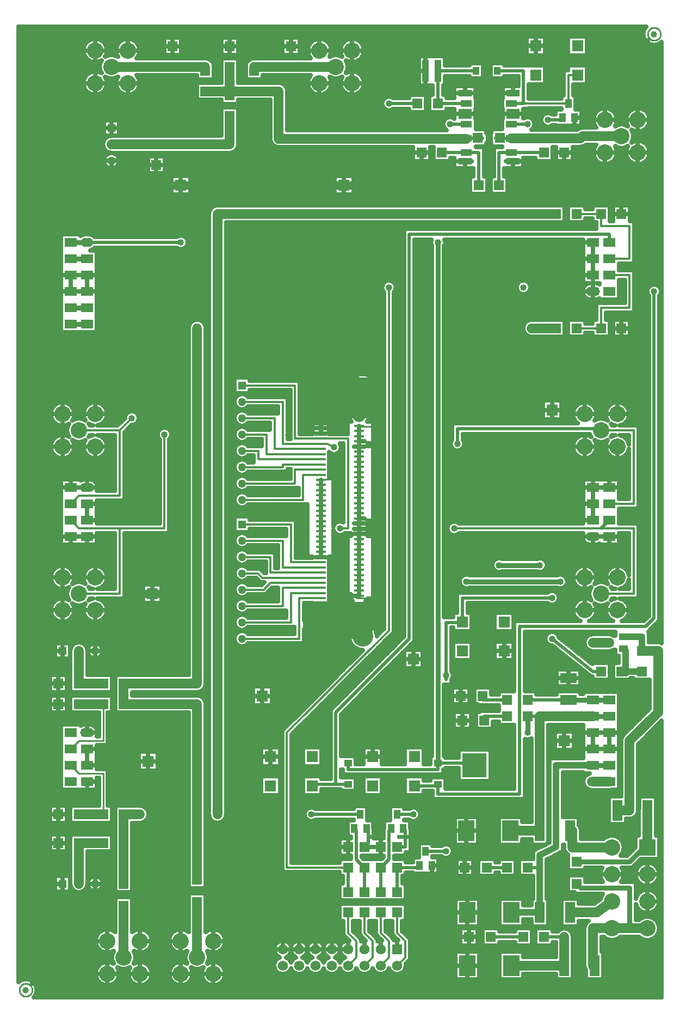
<source format=gtl>
*%FSLAX24Y24*%
*%MOIN*%
G01*
%ADD11C,0.0000*%
%ADD12C,0.0040*%
%ADD13C,0.0059*%
%ADD14C,0.0060*%
%ADD15C,0.0073*%
%ADD16C,0.0079*%
%ADD17C,0.0080*%
%ADD18C,0.0098*%
%ADD19C,0.0100*%
%ADD20C,0.0120*%
%ADD21C,0.0150*%
%ADD22C,0.0197*%
%ADD23C,0.0200*%
%ADD24C,0.0200*%
%ADD25C,0.0240*%
%ADD26C,0.0250*%
%ADD27C,0.0300*%
%ADD28C,0.0300*%
%ADD29C,0.0340*%
%ADD30C,0.0360*%
%ADD31C,0.0380*%
%ADD32C,0.0394*%
%ADD33C,0.0397*%
%ADD34C,0.0400*%
%ADD35C,0.0400*%
%ADD36C,0.0434*%
%ADD37C,0.0440*%
%ADD38C,0.0472*%
%ADD39C,0.0480*%
%ADD40C,0.0500*%
%ADD41C,0.0500*%
%ADD42C,0.0520*%
%ADD43C,0.0540*%
%ADD44C,0.0560*%
%ADD45C,0.0580*%
%ADD46C,0.0594*%
%ADD47C,0.0600*%
%ADD48C,0.0600*%
%ADD49C,0.0620*%
%ADD50C,0.0640*%
%ADD51C,0.0650*%
%ADD52C,0.0660*%
%ADD53C,0.0670*%
%ADD54C,0.0672*%
%ADD55O,0.0750X0.0560*%
%ADD56C,0.0760*%
%ADD57C,0.0787*%
%ADD58O,0.0790X0.0600*%
%ADD59C,0.0800*%
%ADD60C,0.0827*%
%ADD61O,0.0850X0.0560*%
%ADD62C,0.0850*%
%ADD63C,0.0870*%
%ADD64C,0.0886*%
%ADD65C,0.0889*%
%ADD66O,0.0890X0.0600*%
%ADD67C,0.0926*%
%ADD68C,0.1000*%
%ADD69C,0.1040*%
%ADD70C,0.1161*%
%ADD71C,0.1250*%
%ADD72C,0.1276*%
%ADD73C,0.1316*%
%ADD74C,0.1600*%
%ADD75C,0.1640*%
%ADD76C,0.2250*%
%ADD77R,0.0200X0.0200*%
%ADD78R,0.0350X0.0500*%
%ADD79R,0.0350X0.0520*%
%ADD80R,0.0360X0.1300*%
%ADD81R,0.0370X0.0530*%
%ADD82R,0.0394X0.0551*%
%ADD83R,0.0394X0.1102*%
%ADD84R,0.0400X0.0500*%
%ADD85R,0.0400X0.0750*%
%ADD86R,0.0400X0.1350*%
%ADD87R,0.0434X0.0591*%
%ADD88R,0.0440X0.0540*%
%ADD89R,0.0440X0.1390*%
%ADD90R,0.0500X0.0400*%
%ADD91R,0.0500X0.0500*%
%ADD92R,0.0500X0.0500*%
%ADD93R,0.0500X0.1200*%
%ADD94R,0.0540X0.0440*%
%ADD95R,0.0540X0.0540*%
%ADD96R,0.0550X0.0350*%
%ADD97R,0.0551X0.0394*%
%ADD98R,0.0591X0.0177*%
%ADD99R,0.0591X0.0434*%
%ADD100R,0.0600X0.0600*%
%ADD101R,0.0600X0.0650*%
%ADD102R,0.0600X0.1250*%
%ADD103R,0.0620X0.0620*%
%ADD104R,0.0631X0.0217*%
%ADD105R,0.0640X0.0640*%
%ADD106R,0.0640X0.1290*%
%ADD107R,0.0650X0.0300*%
%ADD108R,0.0660X0.0660*%
%ADD109R,0.0700X0.0300*%
%ADD110R,0.0700X0.0340*%
%ADD111R,0.0700X0.0350*%
%ADD112R,0.0700X0.0700*%
%ADD113R,0.0709X0.0394*%
%ADD114R,0.0740X0.0740*%
%ADD115R,0.0749X0.0434*%
%ADD116R,0.0750X0.0300*%
%ADD117R,0.0750X0.0400*%
%ADD118R,0.0750X0.0550*%
%ADD119R,0.0750X0.0560*%
%ADD120R,0.0790X0.0600*%
%ADD121R,0.0800X0.0350*%
%ADD122R,0.0800X0.0550*%
%ADD123R,0.0827X0.0394*%
%ADD124R,0.0827X0.0591*%
%ADD125R,0.0867X0.0434*%
%ADD126R,0.0867X0.0631*%
%ADD127R,0.0950X0.1200*%
%ADD128R,0.0960X0.0540*%
%ADD129R,0.0960X0.1220*%
%ADD130R,0.1000X0.0600*%
%ADD131R,0.1000X0.1000*%
%ADD132R,0.1000X0.1000*%
%ADD133R,0.1000X0.1100*%
%ADD134R,0.1000X0.1200*%
%ADD135R,0.1000X0.1250*%
%ADD136R,0.1040X0.0640*%
%ADD137R,0.1040X0.1040*%
%ADD138R,0.1040X0.1290*%
%ADD139R,0.1200X0.1200*%
%ADD140R,0.1417X0.0551*%
%ADD141R,0.1500X0.1500*%
%ADD142R,0.1540X0.1540*%
%ADD143R,0.2000X0.2000*%
%ADD144R,0.2200X0.2200*%
%ADD145R,0.2500X0.2500*%
D18*
X55104Y29750D02*
X55102Y29717D01*
X55098Y29684D01*
X55091Y29652D01*
X55082Y29621D01*
X55070Y29590D01*
X55055Y29560D01*
X55038Y29532D01*
X55019Y29505D01*
X54997Y29480D01*
X54973Y29457D01*
X54948Y29436D01*
X54921Y29418D01*
X54892Y29401D01*
X54863Y29387D01*
X54832Y29376D01*
X54800Y29367D01*
X54768Y29361D01*
X54735Y29357D01*
X54702Y29356D01*
X54669Y29358D01*
X54636Y29363D01*
X54604Y29371D01*
X54573Y29381D01*
X54542Y29394D01*
X54513Y29409D01*
X54485Y29427D01*
X54459Y29447D01*
X54435Y29469D01*
X54412Y29493D01*
X54391Y29519D01*
X54373Y29546D01*
X54357Y29575D01*
X54344Y29605D01*
X54333Y29636D01*
X54325Y29668D01*
X54319Y29701D01*
X54317Y29734D01*
Y29766D01*
X54319Y29799D01*
X54325Y29832D01*
X54333Y29864D01*
X54344Y29895D01*
X54357Y29925D01*
X54373Y29954D01*
X54391Y29981D01*
X54412Y30007D01*
X54435Y30031D01*
X54459Y30053D01*
X54485Y30073D01*
X54513Y30091D01*
X54542Y30106D01*
X54573Y30119D01*
X54604Y30129D01*
X54636Y30137D01*
X54669Y30142D01*
X54702Y30144D01*
X54735Y30143D01*
X54768Y30139D01*
X54800Y30133D01*
X54832Y30124D01*
X54863Y30113D01*
X54892Y30099D01*
X54921Y30082D01*
X54948Y30064D01*
X54973Y30043D01*
X54997Y30020D01*
X55019Y29995D01*
X55038Y29968D01*
X55055Y29940D01*
X55070Y29910D01*
X55082Y29879D01*
X55091Y29848D01*
X55098Y29816D01*
X55102Y29783D01*
X55104Y29750D01*
X93604Y88250D02*
X93602Y88217D01*
X93598Y88184D01*
X93591Y88152D01*
X93582Y88121D01*
X93570Y88090D01*
X93555Y88060D01*
X93538Y88032D01*
X93519Y88005D01*
X93497Y87980D01*
X93473Y87957D01*
X93448Y87936D01*
X93421Y87918D01*
X93392Y87901D01*
X93363Y87887D01*
X93332Y87876D01*
X93300Y87867D01*
X93268Y87861D01*
X93235Y87857D01*
X93202Y87856D01*
X93169Y87858D01*
X93136Y87863D01*
X93104Y87871D01*
X93073Y87881D01*
X93042Y87894D01*
X93013Y87909D01*
X92985Y87927D01*
X92959Y87947D01*
X92935Y87969D01*
X92912Y87993D01*
X92891Y88019D01*
X92873Y88046D01*
X92857Y88075D01*
X92844Y88105D01*
X92833Y88136D01*
X92825Y88168D01*
X92819Y88201D01*
X92817Y88234D01*
Y88266D01*
X92819Y88299D01*
X92825Y88332D01*
X92833Y88364D01*
X92844Y88395D01*
X92857Y88425D01*
X92873Y88454D01*
X92891Y88481D01*
X92912Y88507D01*
X92935Y88531D01*
X92959Y88553D01*
X92985Y88573D01*
X93013Y88591D01*
X93042Y88606D01*
X93073Y88619D01*
X93104Y88629D01*
X93136Y88637D01*
X93169Y88642D01*
X93202Y88644D01*
X93235Y88643D01*
X93268Y88639D01*
X93300Y88633D01*
X93332Y88624D01*
X93363Y88613D01*
X93392Y88599D01*
X93421Y88582D01*
X93448Y88564D01*
X93473Y88543D01*
X93497Y88520D01*
X93519Y88495D01*
X93538Y88468D01*
X93555Y88440D01*
X93570Y88410D01*
X93582Y88379D01*
X93591Y88348D01*
X93598Y88316D01*
X93602Y88283D01*
X93604Y88250D01*
D19*
X57960Y45000D02*
X57460Y44500D01*
Y43500D02*
X57960Y43000D01*
X59460Y45000D02*
Y47250D01*
Y43000D02*
Y40500D01*
X89960Y58000D02*
X90460Y58500D01*
X59460Y40500D02*
X57960D01*
Y43000D02*
X59460D01*
Y45000D02*
X57960D01*
Y47250D02*
X59460D01*
X74960Y53750D02*
X76210D01*
X73460Y61000D02*
X72710D01*
X75210Y64250D02*
X76210D01*
D20*
X76960Y51750D02*
X70710Y45500D01*
X57460Y59500D02*
X57960Y60000D01*
X57460Y58500D02*
X57960Y58000D01*
X60460Y60000D02*
Y64000D01*
Y58000D02*
Y54000D01*
Y64000D02*
X61210Y64750D01*
X63210Y63750D02*
Y58000D01*
X68960Y62228D02*
Y62750D01*
X69460Y62543D02*
Y63750D01*
X69960Y62858D02*
Y64750D01*
X69710Y56250D02*
Y55299D01*
Y54669D02*
X69291Y54250D01*
X69210Y54984D02*
X68944Y55250D01*
X71710Y59750D02*
Y61283D01*
X71210Y61598D02*
Y60750D01*
X70460Y61750D02*
Y61913D01*
Y63170D02*
Y65750D01*
X71210Y66750D02*
Y63488D01*
X71460Y53724D02*
Y51250D01*
X70960Y52250D02*
Y54039D01*
X70460Y54354D02*
Y53250D01*
Y55614D02*
Y57250D01*
X70960Y58250D02*
Y55929D01*
X70710Y45500D02*
Y37250D01*
X72710Y63170D02*
X72779Y63173D01*
X73210Y63170D01*
X73610Y62960D01*
X75460Y34500D02*
Y33250D01*
X74460D02*
Y34500D01*
X74960Y32750D02*
Y31750D01*
X74460Y58000D02*
Y63488D01*
X75960Y31750D02*
X75460Y31250D01*
X74960Y31750D02*
X74460Y31250D01*
X75960Y32750D02*
X75460Y33250D01*
X74960Y32750D02*
X74460Y33250D01*
X77460D02*
Y34500D01*
X76460D02*
Y33250D01*
X76960Y32750D02*
Y31750D01*
X75960D02*
Y32750D01*
X76960Y61750D02*
Y72750D01*
Y61750D02*
Y51750D01*
X77960Y31750D02*
X77460Y31250D01*
X76960Y31750D02*
X76460Y31250D01*
X77960Y32750D02*
X77460Y33250D01*
X76960Y32750D02*
X76460Y33250D01*
X77960Y32750D02*
Y31750D01*
X87960Y84000D02*
Y85750D01*
X88460Y36250D02*
X88710Y36000D01*
X89960Y70250D02*
Y71500D01*
Y76500D02*
Y77250D01*
X90627Y33520D02*
X90710Y33500D01*
X91960Y59500D02*
Y64000D01*
Y58000D02*
Y54000D01*
X91710Y71500D02*
Y73500D01*
Y74500D02*
Y76500D01*
X92710Y38500D02*
X92793Y38480D01*
X91710Y33500D02*
X90710D01*
X74460Y37250D02*
X70710D01*
X92610Y38500D02*
X92710D01*
X71460Y51250D02*
X67960D01*
Y52250D02*
X70960D01*
X71460Y53724D02*
X72779D01*
X72779Y54039D02*
X70960D01*
X70460Y53250D02*
X67960D01*
X70460Y54354D02*
X72779D01*
X69291Y54250D02*
X67960D01*
X69710Y54669D02*
X72779D01*
Y54984D02*
X69210D01*
X89960Y54000D02*
X91960D01*
X60460D02*
X57960D01*
X67960Y55250D02*
X68944D01*
X69710Y56250D02*
X67960D01*
X69710Y55299D02*
X72779D01*
Y55614D02*
X70460D01*
X70960Y55929D02*
X72779D01*
X73960Y58000D02*
X74460D01*
X70460Y57250D02*
X67960D01*
Y58250D02*
X70960D01*
X80960Y58000D02*
X89960D01*
X63210D02*
X57960D01*
X89960D02*
X91960D01*
X60460D02*
X57960D01*
X67960Y59750D02*
X71710D01*
X71210Y60750D02*
X67960D01*
X90460Y59500D02*
X91960D01*
X60460Y60000D02*
X57960D01*
X71710Y61283D02*
X72779D01*
Y61598D02*
X71210D01*
X70460Y61750D02*
X67960D01*
X70460Y61913D02*
X72779D01*
X68960Y62750D02*
X67960D01*
X68960Y62228D02*
X72779D01*
Y62543D02*
X69460D01*
X69960Y62858D02*
X72779D01*
X72779Y63488D02*
X74460D01*
X72710Y63170D02*
X70460D01*
X71210Y63488D02*
X72779D01*
X69460Y63750D02*
X67960D01*
Y64750D02*
X69960D01*
X89960Y64000D02*
X91960D01*
X60460D02*
X57960D01*
X67960Y65750D02*
X70460D01*
X71210Y66750D02*
X67960D01*
X88460Y70250D02*
X89960D01*
Y71500D02*
X91710D01*
Y73500D02*
X90460D01*
Y74500D02*
X91710D01*
Y76500D02*
X89960D01*
Y77250D02*
X88460D01*
X87960Y84000D02*
X84466D01*
X87960Y85750D02*
X88460D01*
X88519D01*
D24*
X78210Y51250D02*
X73710Y46750D01*
X86960Y51250D02*
X89460Y49250D01*
X67210Y84500D02*
Y84750D01*
X73710Y46750D02*
Y45250D01*
Y42350D01*
X72269Y42250D02*
X72210Y42350D01*
X75460Y37250D02*
Y35750D01*
X74460D02*
Y37250D01*
Y43250D02*
Y43650D01*
X75710Y39250D02*
Y38750D01*
X74960Y39250D02*
Y37750D01*
Y39250D02*
Y39500D01*
X75710D02*
Y39250D01*
Y38750D02*
X75460Y38500D01*
X74960Y37750D02*
X75460Y37250D01*
X74960Y39500D02*
X74836Y39634D01*
X75584D02*
X75710Y39500D01*
X77460Y37250D02*
Y35750D01*
X76460D02*
Y37250D01*
X76960Y39500D02*
Y39508D01*
Y39500D02*
Y39250D01*
Y37750D01*
Y39508D02*
X77086Y39634D01*
X76960Y37750D02*
X76460Y37250D01*
X77960Y39508D02*
X77810Y39650D01*
X78210Y51250D02*
Y76000D01*
X78710Y37258D02*
Y37250D01*
X77960Y39250D02*
Y39508D01*
Y39250D02*
Y38500D01*
X78836Y37384D02*
X78710Y37258D01*
X81460Y52272D02*
Y53750D01*
X80460Y52250D02*
Y48750D01*
X79960Y42250D02*
Y41750D01*
X81460Y52250D02*
Y52272D01*
X80210Y81000D02*
Y81008D01*
X81710Y81850D02*
Y82000D01*
X81160Y64100D02*
Y63173D01*
X79960Y84000D02*
Y86000D01*
Y43650D02*
Y43250D01*
Y42350D02*
Y42250D01*
X82210Y43500D02*
Y43650D01*
X83510Y81874D02*
Y81900D01*
X82710D02*
Y81874D01*
Y47750D02*
Y47500D01*
X82810Y46500D02*
Y46250D01*
X83710Y79000D02*
Y81008D01*
X82460D02*
Y79000D01*
X84960Y52000D02*
Y41750D01*
X85210Y84000D02*
Y86000D01*
X86460Y81008D02*
Y81000D01*
X86210Y37250D02*
Y34500D01*
X87460Y83008D02*
X87586Y83134D01*
X87710Y33000D02*
Y32500D01*
X88710Y81874D02*
X88836Y82000D01*
X90460Y75750D02*
Y75500D01*
Y75750D02*
Y76000D01*
Y58500D02*
X89960Y58000D01*
Y64000D02*
X89910Y64100D01*
X93210Y72500D02*
Y52500D01*
X92710Y52000D01*
X85210Y33000D02*
X83210D01*
X86460D02*
X87710D01*
X78710Y37250D02*
X77460D01*
X82960D02*
X84210D01*
X85460D02*
X86210D01*
X80460Y38250D02*
X79210D01*
X77960Y38500D02*
X77460D01*
X75210Y40500D02*
X72210D01*
X77460D02*
X78460D01*
X79960Y41750D02*
X84960D01*
X79960Y42250D02*
X78519D01*
X74460Y42350D02*
X73710D01*
X74460D02*
X72210D01*
Y42250D02*
X72269D01*
X78460D02*
X78519D01*
X79960Y43250D02*
X74460D01*
X79960Y43650D02*
X82210D01*
X85460Y46500D02*
X89460D01*
X84210D02*
X82810D01*
X85460Y47500D02*
X87960D01*
X89460Y49250D02*
X89710D01*
X84210Y47500D02*
X82710D01*
X84960Y52000D02*
X92710D01*
X81460Y52250D02*
X80460D01*
X81460Y53750D02*
X86960D01*
X89910Y64100D02*
X81160D01*
X64210Y75500D02*
X58460D01*
X78210Y76000D02*
X90460D01*
X82710Y81874D02*
X81710D01*
Y81008D02*
X80210D01*
X84466D02*
X86460D01*
X82710Y81900D02*
X82410D01*
X83510D02*
X83760D01*
X83510Y81874D02*
X84466D01*
X82460Y81008D02*
X81710D01*
X83710D02*
X84466D01*
X78710Y84000D02*
X76960D01*
X80710Y82740D02*
X81710D01*
X84466D02*
X85460D01*
X86710Y83008D02*
X87460D01*
X85210Y84000D02*
X84460D01*
X84466D01*
X81710D02*
X79960D01*
X67210Y84750D02*
X65710D01*
X83610Y86000D02*
X85210D01*
X82310D02*
X79960D01*
D26*
X73385Y46885D02*
X73250Y46750D01*
X73385Y46885D02*
X73575Y47075D01*
X74035Y47535D01*
X75925Y49425D01*
X76675Y50175D01*
X77075Y50575D01*
X77245Y50745D01*
X77425Y50925D01*
X77885Y51385D01*
X74495Y47075D02*
X74035Y46615D01*
X74495Y47075D02*
X76675Y49255D01*
X76845Y49425D01*
X77245Y49825D01*
X77885Y50465D01*
X77995Y50575D01*
X78345Y50925D01*
X78535Y51115D01*
X78670Y51250D01*
X91339Y45371D02*
X91339Y45371D01*
X91963Y45995D01*
X91973Y46005D01*
X92935Y46967D01*
X93675Y46223D02*
X92235Y44783D01*
X91795Y38215D02*
X91555Y37975D01*
X91795Y38215D02*
X92068Y38488D01*
X91865Y37225D02*
X91710Y37070D01*
X91865Y37225D02*
X92068Y37427D01*
X92085Y37445D01*
X92268Y37627D01*
X92325Y37685D01*
X92396Y37755D01*
X70382Y45575D02*
X70307Y45500D01*
X70382Y45575D02*
X70425Y45618D01*
X70592Y45785D01*
X70675Y45868D01*
X70995Y46188D01*
X71175Y46368D01*
X71245Y46438D01*
X71745Y46938D01*
X71882Y47075D01*
X73385Y48578D01*
X74035Y49228D01*
X75358Y50551D01*
X76220Y51413D02*
X76272Y51465D01*
X76342Y51535D01*
X76675Y51868D01*
X71175Y45562D02*
X70995Y45382D01*
X71175Y45562D02*
X71188Y45575D01*
X71245Y45632D01*
X71398Y45785D01*
X71745Y46132D01*
X72688Y47075D01*
X73385Y47772D01*
X74035Y48422D01*
X76578Y50965D01*
X76675Y51062D01*
X77078Y51465D01*
X77148Y51535D01*
X77245Y51632D01*
X77363Y51750D01*
X92575Y52325D02*
X92885Y52635D01*
Y51715D02*
X92845Y51675D01*
X92885Y51715D02*
X92969Y51799D01*
X93035Y51865D01*
X93345Y52175D01*
X93495Y52325D01*
X93535Y52365D01*
X93670Y52500D01*
X87460Y82548D02*
X87545Y82633D01*
X78795Y36883D02*
X78710Y36798D01*
X77995Y31382D02*
X77982Y31369D01*
X77995Y31382D02*
X78078Y31465D01*
X78245Y31632D01*
X78328Y31715D01*
X78363Y31750D01*
X78285Y39373D02*
X78420Y39508D01*
X76635Y39642D02*
X76500Y39508D01*
X76635Y39642D02*
X76664Y39672D01*
X76635Y37885D02*
X76525Y37775D01*
X76035Y39373D02*
X76170Y39508D01*
X69173Y54535D02*
X69229Y54592D01*
X69337Y54699D01*
X69409Y53965D02*
X69291Y53847D01*
X69409Y53965D02*
X69425Y53981D01*
X69513Y54069D01*
X69576Y54132D01*
X69828Y54384D01*
X60342Y64285D02*
X60745Y64688D01*
X60786Y64729D01*
X61148Y64285D02*
X60745Y63882D01*
X61148Y64285D02*
X61189Y64326D01*
X73250Y46750D02*
X73385Y46615D01*
X78535Y51385D02*
X78670Y51250D01*
X90771Y50580D02*
X90771Y50580D01*
X91555Y37225D02*
X91710Y37070D01*
X93670Y52500D02*
X93535Y52635D01*
X88682Y35625D02*
X88710Y35597D01*
X87460Y82548D02*
X87375Y82633D01*
X78625Y36883D02*
X78710Y36798D01*
X78328Y32785D02*
X78363Y32750D01*
X78328Y32785D02*
X78148Y32965D01*
X78078Y33035D01*
X77995Y33118D01*
X77745Y33368D01*
X77342Y32965D02*
X77522Y32785D01*
X77342Y32965D02*
X77272Y33035D01*
X77245Y33062D01*
X77057Y33250D01*
X77175Y32938D02*
X77328Y32785D01*
X77175Y32938D02*
X77148Y32965D01*
X77078Y33035D01*
X76925Y33188D01*
X76745Y33368D01*
X76522Y32785D02*
X76526Y32781D01*
X76522Y32785D02*
X76342Y32965D01*
X76272Y33035D01*
X76245Y33062D01*
X76057Y33250D01*
X78420Y39508D02*
X78285Y39642D01*
X78256Y39672D01*
X76635Y39373D02*
X76500Y39508D01*
X77285Y37885D02*
X77395Y37775D01*
X76175Y32938D02*
X76341Y32772D01*
X76175Y32938D02*
X76148Y32965D01*
X76078Y33035D01*
X75745Y33368D01*
X75342Y32965D02*
X75526Y32781D01*
X75342Y32965D02*
X75272Y33035D01*
X75245Y33062D01*
X75057Y33250D01*
X75175Y32938D02*
X75341Y32772D01*
X75175Y32938D02*
X75148Y32965D01*
X75078Y33035D01*
X74745Y33368D01*
X74342Y32965D02*
X74526Y32781D01*
X74342Y32965D02*
X74272Y33035D01*
X74057Y33250D01*
X76170Y39508D02*
X76035Y39642D01*
X76006Y39672D01*
X75385Y37785D02*
X75395Y37775D01*
X75385Y37785D02*
X75285Y37885D01*
X69328Y55269D02*
X69229Y55368D01*
X69062Y55535D01*
X69013Y55584D01*
X68944Y55653D01*
X69092Y54699D02*
X69210Y54581D01*
X69092Y54699D02*
X68925Y54866D01*
X68837Y54954D01*
X68826Y54965D01*
X69173Y53965D02*
X69291Y53847D01*
X86949Y51675D02*
X86949Y51675D01*
X87377Y51333D02*
X88262Y50625D01*
X88318Y50580D01*
X88447Y50477D01*
X88685Y50286D01*
X88935Y50086D01*
X89085Y49966D01*
X89135Y49926D01*
X89324Y49775D01*
X89435Y49686D01*
X86543Y51167D02*
X86503Y51199D01*
X86971Y50825D02*
X87221Y50625D01*
X87235Y50614D01*
X87407Y50477D01*
X88283Y49775D01*
X88533Y49575D01*
X88685Y49454D01*
X88783Y49375D01*
X88935Y49254D01*
X89085Y49134D01*
X89135Y49094D01*
X89346Y48925D01*
X86503Y51199D02*
X86535Y51239D01*
X85685Y38213D02*
X85640Y38190D01*
X85685Y38213D02*
X85785Y38263D01*
X86110Y38425D01*
X86560Y38650D01*
X86635Y38688D02*
X86735Y38738D01*
X86785Y38763D01*
X86710Y37775D02*
X86635Y37737D01*
X86710Y37775D02*
X86785Y37812D01*
X87310Y38075D01*
X87410Y38125D01*
X87635Y38237D01*
X87685Y38262D01*
X87724Y38282D01*
X85785Y37900D02*
X85640Y38190D01*
X87635Y38600D02*
X87685Y38500D01*
X89914Y35301D02*
X89538Y35025D01*
X54245Y30229D02*
Y88715D01*
X54310D02*
Y30285D01*
X55960Y31000D02*
Y32025D01*
Y31000D02*
Y29975D01*
Y87000D02*
Y88025D01*
Y87000D02*
Y85975D01*
X56185Y47975D02*
Y47850D01*
Y47975D02*
Y49025D01*
Y46725D02*
Y46600D01*
Y46725D02*
Y47775D01*
Y39275D02*
Y38225D01*
Y39975D02*
Y41025D01*
X56310Y30037D02*
Y29285D01*
Y31963D02*
Y35775D01*
Y36725D01*
Y38225D01*
Y39275D02*
Y39975D01*
Y41025D02*
Y46725D01*
Y49025D02*
Y50025D01*
Y50975D01*
Y52679D01*
Y53321D02*
Y54679D01*
Y55321D02*
Y62679D01*
Y63321D02*
Y64679D01*
Y65321D02*
Y86037D01*
Y87963D02*
Y88715D01*
X56060Y29980D02*
Y29285D01*
Y32020D02*
Y38225D01*
Y39275D01*
Y39975D01*
Y41025D01*
Y46725D01*
Y47775D01*
Y47975D02*
Y49025D01*
Y85980D01*
Y88020D02*
Y88715D01*
X55810Y29986D02*
Y29285D01*
Y32014D02*
Y85986D01*
Y88014D02*
Y88715D01*
X55560Y30056D02*
Y29285D01*
Y31944D02*
Y86056D01*
Y87944D02*
Y88715D01*
X55310Y86207D02*
Y31793D01*
Y87793D02*
Y88715D01*
X55060Y86509D02*
Y31491D01*
Y87491D02*
Y88715D01*
X54810D02*
Y30410D01*
X54560Y30401D02*
Y88715D01*
X56710Y41025D02*
Y40500D01*
Y39975D01*
Y39275D02*
Y38750D01*
Y38225D01*
X56960Y36725D02*
Y36250D01*
Y35775D01*
X56710Y47250D02*
Y47775D01*
Y47250D02*
Y46725D01*
Y48500D02*
Y49025D01*
Y48500D02*
Y47975D01*
X57460Y72900D02*
Y73500D01*
Y73100D02*
Y72500D01*
X56960Y63725D02*
Y63000D01*
Y62275D01*
Y65000D02*
Y65725D01*
Y65000D02*
Y64275D01*
X57460Y57500D02*
Y56900D01*
Y60500D02*
Y61100D01*
X56960Y53725D02*
Y53000D01*
Y52275D01*
Y55000D02*
Y55725D01*
Y55000D02*
Y54275D01*
Y50975D02*
Y50500D01*
Y50025D01*
X56485D02*
Y50975D01*
X57435Y50025D02*
Y49900D01*
Y50500D02*
Y50500D01*
Y50975D01*
X56860Y59870D02*
Y59995D01*
Y60005D02*
Y61005D01*
X58060D02*
Y60936D01*
X56860Y56995D02*
Y56870D01*
Y56995D02*
Y57995D01*
X58060Y56995D02*
Y56870D01*
X56860Y57870D02*
Y57995D01*
Y58005D02*
Y58995D01*
Y58870D01*
Y59005D02*
Y59995D01*
X57860Y56995D02*
Y56870D01*
Y69870D02*
Y69995D01*
X56860D02*
Y69870D01*
Y69995D02*
Y70125D01*
Y70875D01*
X58060Y69995D02*
Y69870D01*
X56860Y70870D02*
Y70875D01*
Y71125D02*
Y71875D01*
Y71870D01*
Y72005D02*
Y72995D01*
Y72870D01*
Y73005D02*
Y73995D01*
Y73870D01*
Y74125D02*
Y74875D01*
Y74870D01*
Y75125D02*
Y75875D01*
Y76005D01*
X58060D02*
Y75902D01*
X57435Y47975D02*
Y47850D01*
Y47975D02*
Y48500D01*
Y49025D01*
X57235Y47975D02*
Y47850D01*
Y47975D02*
Y49025D01*
X57435Y46725D02*
Y46600D01*
Y46725D02*
Y46975D01*
Y47250D01*
Y47525D01*
Y47775D01*
X57235Y46725D02*
Y46600D01*
Y46725D02*
Y47775D01*
X56860Y44995D02*
Y44870D01*
Y45005D02*
Y46005D01*
X58060D02*
Y45936D01*
X56860Y41995D02*
Y41870D01*
Y41995D02*
Y42995D01*
X58060Y41995D02*
Y41870D01*
X56860Y42870D02*
Y42995D01*
Y43005D02*
Y43995D01*
Y43870D01*
Y44005D02*
Y44995D01*
X57860Y41995D02*
Y41870D01*
X56485Y36725D02*
Y35775D01*
X57435D02*
Y35650D01*
Y35775D02*
Y36250D01*
Y36250D01*
Y38100D02*
Y38225D01*
Y38750D01*
Y39275D01*
X57235D02*
Y38225D01*
X57435Y39975D02*
Y40225D01*
Y40500D01*
Y40775D01*
Y41025D01*
X57235D02*
Y39975D01*
X57435Y36250D02*
Y36125D01*
Y36250D02*
Y36250D01*
Y36725D02*
Y38225D01*
Y38750D01*
Y38750D01*
Y48375D02*
Y48500D01*
Y48500D01*
Y49025D01*
Y50025D01*
Y50500D02*
Y50500D01*
X58310Y35859D02*
Y29285D01*
Y39275D02*
Y39975D01*
Y41025D02*
Y41995D01*
Y46005D02*
Y46725D01*
Y50891D02*
Y52679D01*
Y55321D02*
Y56995D01*
Y61005D02*
Y62679D01*
Y65321D02*
Y69995D01*
Y76005D02*
Y84929D01*
Y85571D02*
Y86929D01*
Y87571D02*
Y88715D01*
X58060Y35735D02*
Y29285D01*
Y39275D02*
Y39975D01*
Y41025D02*
Y41995D01*
Y46005D02*
Y46725D01*
Y51015D02*
Y53282D01*
Y54718D02*
Y56995D01*
Y61005D02*
Y63282D01*
Y64718D02*
Y69995D01*
Y76005D02*
Y88715D01*
X57810Y35747D02*
Y29285D01*
Y39275D02*
Y39975D01*
Y41025D02*
Y41995D01*
Y46005D02*
Y46725D01*
Y51003D02*
Y53291D01*
Y54709D02*
Y56995D01*
Y61005D02*
Y63291D01*
Y64709D02*
Y69995D01*
Y76005D02*
Y88715D01*
X57560Y35775D02*
Y29285D01*
Y39275D02*
Y39975D01*
Y41025D02*
Y41995D01*
Y46005D02*
Y46725D01*
Y50975D02*
Y52593D01*
Y55407D02*
Y56995D01*
Y61005D02*
Y62593D01*
Y65407D02*
Y69995D01*
Y76005D02*
Y88715D01*
X57310Y35775D02*
Y29285D01*
Y36725D02*
Y38225D01*
Y39275D01*
Y39975D01*
Y41025D01*
Y41995D01*
Y46005D02*
Y46725D01*
Y47775D01*
Y47975D02*
Y49025D01*
Y50025D01*
Y50975D02*
Y52365D01*
Y55635D02*
Y56995D01*
Y61005D02*
Y62365D01*
Y65635D02*
Y69995D01*
Y76005D02*
Y88715D01*
X57060Y35775D02*
Y29285D01*
Y36725D02*
Y38225D01*
Y39275D02*
Y39975D01*
Y41025D02*
Y41995D01*
Y46005D02*
Y46725D01*
Y49025D02*
Y50025D01*
Y50975D02*
Y52282D01*
Y53718D02*
Y54282D01*
Y55718D02*
Y56995D01*
Y61005D02*
Y62282D01*
Y63718D02*
Y64282D01*
Y65718D02*
Y69995D01*
Y76005D02*
Y88715D01*
X56810Y30427D02*
Y29285D01*
Y31573D02*
Y35775D01*
Y36725D02*
Y38225D01*
Y39275D02*
Y39975D01*
Y41025D02*
Y41995D01*
Y42995D01*
Y43005D02*
Y43995D01*
Y44005D02*
Y44995D01*
Y45005D02*
Y46005D01*
Y46725D01*
Y49025D02*
Y50025D01*
Y50975D02*
Y52291D01*
Y53709D02*
Y54291D01*
Y55709D02*
Y56995D01*
Y57995D01*
Y58005D02*
Y58995D01*
Y59005D02*
Y59995D01*
Y60005D02*
Y61005D01*
Y62291D01*
Y63709D02*
Y64291D01*
Y65709D02*
Y69995D01*
Y70125D02*
Y70875D01*
Y71125D02*
Y71875D01*
Y72005D02*
Y72995D01*
Y73005D02*
Y73995D01*
Y74125D02*
Y74875D01*
Y75125D02*
Y75875D01*
Y76005D02*
Y86427D01*
Y87573D02*
Y88715D01*
X56560Y30169D02*
Y29285D01*
Y31831D02*
Y35775D01*
Y36725D02*
Y38225D01*
Y39275D02*
Y39975D01*
Y41025D02*
Y41995D01*
Y42995D01*
Y43005D02*
Y43995D01*
Y44005D02*
Y44995D01*
Y45005D02*
Y46005D01*
Y46725D01*
Y49025D02*
Y50025D01*
Y50975D02*
Y52395D01*
Y53605D02*
Y54395D01*
Y55605D02*
Y56995D01*
Y57995D01*
Y58005D02*
Y58995D01*
Y59005D02*
Y59995D01*
Y60005D02*
Y61005D01*
Y62395D01*
Y63605D02*
Y64395D01*
Y65605D02*
Y69995D01*
Y70995D01*
Y71005D02*
Y71995D01*
Y72005D02*
Y72995D01*
Y73005D02*
Y73995D01*
Y74005D02*
Y74995D01*
Y75005D02*
Y76005D01*
Y86169D01*
Y87831D02*
Y88715D01*
X56860Y58005D02*
Y57995D01*
Y58995D02*
Y59005D01*
Y59995D02*
Y60005D01*
Y70875D02*
Y70995D01*
Y71005D01*
Y71125D01*
Y71875D02*
Y71995D01*
Y72005D01*
Y72995D02*
Y73005D01*
Y73995D02*
Y74005D01*
Y74125D01*
Y74875D02*
Y74995D01*
Y75005D01*
Y75125D01*
Y43005D02*
Y42995D01*
Y43995D02*
Y44005D01*
Y44995D02*
Y45005D01*
X57435Y36725D02*
Y36250D01*
Y50025D02*
Y50500D01*
X59710Y31475D02*
Y30750D01*
Y30025D01*
Y32750D02*
Y33475D01*
Y32750D02*
Y32025D01*
X58960Y36250D02*
Y36725D01*
Y36250D02*
Y35775D01*
X58460Y41900D02*
Y42500D01*
Y45500D02*
Y46150D01*
Y44500D02*
Y43900D01*
Y44100D02*
Y43500D01*
X58960Y87250D02*
Y87975D01*
Y87250D02*
Y86525D01*
Y85975D02*
Y85250D01*
Y84525D01*
X59960Y82975D02*
Y82500D01*
Y82025D01*
Y80500D02*
Y80025D01*
X58460Y73500D02*
Y72900D01*
Y73100D02*
Y72500D01*
X58960Y63000D02*
Y62275D01*
Y65000D02*
Y65725D01*
X58460Y57500D02*
Y56900D01*
Y60500D02*
Y61150D01*
Y59500D02*
Y58900D01*
Y59100D02*
Y58500D01*
X58960Y53000D02*
Y52275D01*
Y55000D02*
Y55725D01*
Y50975D02*
Y50500D01*
Y50025D01*
X59060Y58870D02*
Y58995D01*
Y56995D02*
Y56870D01*
Y69870D02*
Y69995D01*
Y70125D01*
Y70870D02*
Y70875D01*
Y71870D02*
Y71875D01*
Y72870D02*
Y72995D01*
Y73870D02*
Y73995D01*
Y74875D02*
Y75005D01*
Y75125D01*
X59485Y82025D02*
Y82975D01*
X60185Y46725D02*
Y46600D01*
Y46725D02*
Y47250D01*
Y47775D01*
X58935Y46725D02*
Y46600D01*
X59985D02*
Y46725D01*
Y46975D01*
Y47250D01*
Y47525D01*
Y47775D01*
X60185Y47850D02*
Y47975D01*
Y48500D01*
Y49025D01*
X58935Y47975D02*
Y47850D01*
X59985D02*
Y47975D01*
Y48500D01*
Y49025D01*
X58485Y47975D02*
Y47850D01*
Y46725D02*
Y46600D01*
X59060Y43995D02*
Y43870D01*
Y41995D02*
Y41870D01*
X58485Y38225D02*
Y38100D01*
X60185Y39850D02*
Y39975D01*
Y40500D02*
Y41025D01*
X59985Y40225D02*
Y39975D01*
Y40225D02*
Y40500D01*
Y40775D01*
Y41025D01*
X60185Y38225D02*
Y38100D01*
Y38225D02*
Y38750D01*
X59985D02*
Y38225D01*
Y38750D02*
Y39275D01*
X60185Y35725D02*
Y35600D01*
Y35725D02*
Y36250D01*
Y36775D01*
Y34375D02*
Y34250D01*
Y34750D02*
Y35425D01*
Y38625D02*
Y38750D01*
Y39275D02*
Y39975D01*
Y47125D02*
Y47250D01*
Y47250D01*
Y47775D01*
Y47975D01*
Y48500D01*
Y48500D01*
Y36250D02*
Y36125D01*
Y36250D02*
Y36250D01*
Y36775D01*
Y38225D01*
Y38750D01*
Y38750D01*
X60175Y60285D02*
Y63715D01*
Y57715D02*
Y54285D01*
X60185Y34375D02*
Y33298D01*
X59185Y45275D02*
Y46725D01*
X59735D02*
Y45275D01*
X59185Y41995D02*
Y41025D01*
Y41995D02*
Y42725D01*
X59735D02*
Y41025D01*
X58485Y36250D02*
Y36125D01*
Y36250D02*
Y36250D01*
Y38225D01*
Y49025D02*
Y50500D01*
Y50500D01*
X60060Y30115D02*
Y29285D01*
Y33385D02*
Y34375D01*
Y35425D01*
Y35725D01*
Y36775D01*
Y38225D01*
Y39275D01*
Y39975D01*
Y41025D01*
Y46725D01*
Y47775D01*
Y47975D02*
Y49025D01*
Y53715D01*
Y54285D02*
Y57715D01*
Y58285D02*
Y59715D01*
Y60285D02*
Y63715D01*
Y64285D02*
Y75175D01*
Y75825D02*
Y80036D01*
Y82975D02*
Y85532D01*
Y86968D02*
Y88715D01*
X59810Y30032D02*
Y29285D01*
Y31468D02*
Y32032D01*
Y33468D02*
Y38225D01*
Y39275D02*
Y39975D01*
Y41025D02*
Y42725D01*
Y43275D01*
Y44725D01*
Y45275D01*
Y46725D01*
Y49025D02*
Y53715D01*
Y54285D02*
Y57715D01*
Y58285D02*
Y59715D01*
Y60285D02*
Y63715D01*
Y64285D02*
Y75175D01*
Y75825D02*
Y80049D01*
Y82975D02*
Y85541D01*
Y86959D02*
Y88715D01*
X59560Y30041D02*
Y29285D01*
Y31459D02*
Y32041D01*
Y33459D02*
Y38225D01*
Y39275D02*
Y39975D01*
Y43275D02*
Y44725D01*
Y49025D02*
Y52593D01*
Y53407D02*
Y53715D01*
Y54285D02*
Y54593D01*
Y55407D02*
Y57715D01*
Y58285D02*
Y59715D01*
Y60285D02*
Y62593D01*
Y63407D02*
Y63715D01*
Y64285D02*
Y64593D01*
Y65407D02*
Y75175D01*
Y75825D02*
Y80244D01*
Y80756D02*
Y81160D01*
Y82975D02*
Y84843D01*
Y87657D02*
Y88715D01*
X59310Y30145D02*
Y29285D01*
Y31355D02*
Y32145D01*
Y33355D02*
Y35929D01*
Y36571D02*
Y38225D01*
Y39275D02*
Y39975D01*
Y43275D02*
Y43995D01*
Y44005D02*
Y44725D01*
Y49025D02*
Y50179D01*
Y50821D02*
Y52365D01*
Y55635D02*
Y56995D01*
Y57715D01*
Y58285D02*
Y58995D01*
Y59005D02*
Y59715D01*
Y60285D02*
Y62365D01*
Y65635D02*
Y69995D01*
Y70995D01*
Y71005D02*
Y71995D01*
Y72005D02*
Y72995D01*
Y73005D02*
Y73995D01*
Y74005D02*
Y75005D01*
Y75825D02*
Y82025D01*
Y82975D01*
Y84615D01*
Y87885D02*
Y88715D01*
X59060Y30429D02*
Y29285D01*
Y31071D02*
Y32429D01*
Y33071D02*
Y35786D01*
Y36714D02*
Y38225D01*
Y39275D02*
Y39975D01*
Y41025D02*
Y41995D01*
Y45719D02*
Y46725D01*
Y49025D02*
Y50036D01*
Y50964D02*
Y52282D01*
Y55718D02*
Y56995D01*
Y60719D02*
Y62282D01*
Y65718D02*
Y69995D01*
Y75875D02*
Y84532D01*
Y85968D02*
Y86532D01*
Y87968D02*
Y88715D01*
X58810Y35799D02*
Y29285D01*
Y36701D02*
Y38225D01*
Y39275D02*
Y39975D01*
Y41025D02*
Y41995D01*
Y46005D02*
Y46725D01*
Y49025D02*
Y50049D01*
Y50951D02*
Y52291D01*
Y55709D02*
Y56995D01*
Y61005D02*
Y62291D01*
Y65709D02*
Y69995D01*
Y76005D02*
Y84541D01*
Y85959D02*
Y86541D01*
Y87959D02*
Y88715D01*
X58560Y35994D02*
Y29285D01*
Y36506D02*
Y38225D01*
Y39275D02*
Y39975D01*
Y41025D02*
Y41995D01*
Y46005D02*
Y46725D01*
Y49025D02*
Y50244D01*
Y50756D02*
Y52395D01*
Y55605D02*
Y56995D01*
Y61005D02*
Y62395D01*
Y65605D02*
Y69995D01*
Y76005D02*
Y84645D01*
Y85855D02*
Y86645D01*
Y87855D02*
Y88715D01*
X59060Y59005D02*
Y58995D01*
Y70875D02*
Y70995D01*
Y71005D01*
Y71125D01*
Y71875D02*
Y71995D01*
Y72005D01*
Y72995D02*
Y73005D01*
Y73995D02*
Y74005D01*
Y74125D01*
Y44005D02*
Y43995D01*
X60185Y39275D02*
Y38750D01*
Y39975D02*
Y40500D01*
Y34750D02*
Y34375D01*
X59735Y44725D02*
Y45275D01*
Y43275D02*
Y42725D01*
X59060D02*
Y41995D01*
Y43275D02*
Y43995D01*
Y44005D02*
Y44725D01*
Y56995D02*
Y57715D01*
Y58285D02*
Y58995D01*
Y59005D02*
Y59715D01*
Y70125D02*
Y70875D01*
Y71125D02*
Y71875D01*
Y72005D02*
Y72995D01*
Y73005D02*
Y73995D01*
Y74125D02*
Y74875D01*
X61710Y31475D02*
Y30750D01*
Y30025D01*
Y32750D02*
Y33475D01*
Y32750D02*
Y32025D01*
X62210Y43750D02*
Y44325D01*
Y43750D02*
Y43175D01*
X60960Y87250D02*
Y87975D01*
Y85250D02*
Y84525D01*
X61885Y54575D02*
Y53425D01*
X62185Y80850D02*
Y80975D01*
Y79725D02*
Y79600D01*
Y79725D02*
Y80775D01*
X60435Y82025D02*
Y82975D01*
X61635Y44325D02*
Y43175D01*
X61235Y46600D02*
Y46725D01*
Y47850D02*
Y47975D01*
Y39975D02*
Y39850D01*
Y38225D02*
Y38100D01*
Y38225D02*
Y38750D01*
Y35725D02*
Y35600D01*
Y35725D02*
Y36775D01*
Y34375D02*
Y34250D01*
Y34750D02*
Y35425D01*
Y38625D02*
Y38750D01*
Y39275D02*
Y39975D01*
Y47775D02*
Y47975D01*
Y36250D02*
Y36125D01*
Y36250D02*
Y36775D01*
Y38225D01*
Y38750D01*
Y38750D01*
X60745Y60285D02*
Y63715D01*
Y57715D02*
Y54285D01*
X61235Y34375D02*
Y33298D01*
X62060Y30115D02*
Y29285D01*
Y31385D02*
Y32115D01*
Y33385D02*
Y40109D01*
Y40891D02*
Y43175D01*
Y44325D02*
Y46725D01*
Y49025D02*
Y53425D01*
Y54575D02*
Y57715D01*
Y58285D02*
Y75175D01*
Y75825D02*
Y79725D01*
Y80775D01*
Y82025D02*
Y85725D01*
Y86775D02*
Y88715D01*
X61810Y30032D02*
Y29285D01*
Y31468D02*
Y32032D01*
Y33468D02*
Y39975D01*
Y41025D02*
Y43175D01*
Y44325D02*
Y46725D01*
Y49025D02*
Y53425D01*
Y54575D01*
Y57715D01*
Y58285D02*
Y75175D01*
Y75825D02*
Y80975D01*
Y82025D02*
Y85725D01*
Y86775D02*
Y88715D01*
X61560Y30041D02*
Y29285D01*
Y31459D02*
Y32041D01*
Y33459D02*
Y39975D01*
Y41025D02*
Y43175D01*
Y44325D01*
Y46725D01*
Y49025D02*
Y57715D01*
Y58285D02*
Y64509D01*
Y64991D02*
Y75175D01*
Y75825D02*
Y80975D01*
Y82025D02*
Y84843D01*
Y87657D02*
Y88715D01*
X61310Y30145D02*
Y29285D01*
Y33355D02*
Y34375D01*
Y35425D01*
Y35725D01*
Y36775D01*
Y38225D01*
Y39275D01*
Y39975D01*
Y41025D02*
Y46725D01*
Y49025D02*
Y57715D01*
Y58285D02*
Y64337D01*
Y65163D02*
Y75175D01*
Y75825D02*
Y80975D01*
Y82025D02*
Y84615D01*
Y87885D02*
Y88715D01*
X61060Y30429D02*
Y29285D01*
Y35425D02*
Y35725D01*
Y41025D02*
Y46725D01*
Y49025D02*
Y57715D01*
Y58285D02*
Y64197D01*
Y65148D02*
Y75175D01*
Y75825D02*
Y80975D01*
Y82025D02*
Y84532D01*
Y87968D02*
Y88715D01*
X60810Y31032D02*
Y29285D01*
Y35425D02*
Y35725D01*
Y41025D02*
Y46725D01*
Y49025D02*
Y53715D01*
Y54285D01*
Y57715D01*
Y58285D02*
Y59715D01*
Y60285D01*
Y63715D01*
Y64894D02*
Y75175D01*
Y75825D02*
Y80975D01*
Y82025D02*
Y84541D01*
Y87959D02*
Y88715D01*
X60560Y31041D02*
Y29285D01*
Y35425D02*
Y35725D01*
Y41025D02*
Y46725D01*
Y49025D02*
Y53715D01*
Y58285D02*
Y59715D01*
Y64503D02*
Y75175D01*
Y75825D02*
Y80975D01*
Y82025D02*
Y82975D01*
Y84645D01*
Y87855D02*
Y88715D01*
X60310Y30343D02*
Y29285D01*
Y35425D02*
Y35725D01*
Y41025D02*
Y46725D01*
Y49025D02*
Y53715D01*
Y58285D02*
Y59715D01*
Y64285D02*
Y75175D01*
Y75825D02*
Y80179D01*
Y82975D02*
Y84929D01*
Y87571D02*
Y88715D01*
X61235Y39275D02*
Y38750D01*
X60745Y59715D02*
Y60285D01*
Y63715D02*
Y63882D01*
Y54285D02*
Y53715D01*
X61235Y34750D02*
Y34375D01*
X63710Y87500D02*
Y88025D01*
Y87500D02*
Y86975D01*
X62710Y80775D02*
Y80250D01*
Y79725D01*
X62460Y54575D02*
Y54000D01*
Y53425D01*
X63035D02*
Y54575D01*
X63635Y78425D02*
Y79575D01*
X63235Y80850D02*
Y80975D01*
Y79725D02*
Y79600D01*
Y79725D02*
Y80775D01*
X63185Y86850D02*
Y86975D01*
Y88025D01*
Y85725D02*
Y85600D01*
X62785Y44325D02*
Y43175D01*
X62925Y58285D02*
Y63435D01*
X63495D02*
Y58285D01*
X64060Y30041D02*
Y29285D01*
Y31459D02*
Y32041D01*
Y33459D02*
Y46725D01*
Y49025D02*
Y75102D01*
Y75898D02*
Y78425D01*
Y79575D02*
Y80975D01*
Y82025D02*
Y85725D01*
Y88025D02*
Y88715D01*
X63810Y30145D02*
Y29285D01*
Y31355D02*
Y32145D01*
Y33355D02*
Y46725D01*
Y49025D02*
Y75175D01*
Y75825D02*
Y78425D01*
Y79575D02*
Y80975D01*
Y82025D02*
Y85725D01*
Y88025D02*
Y88715D01*
X63560Y30429D02*
Y29285D01*
Y31071D02*
Y32429D01*
Y33071D02*
Y46725D01*
Y49025D02*
Y57715D01*
Y58285D01*
Y63509D01*
Y64035D02*
Y75175D01*
Y75825D02*
Y78425D01*
Y79575D01*
Y80975D01*
Y82025D02*
Y85725D01*
Y88025D02*
Y88715D01*
X63310Y46725D02*
Y29285D01*
Y49025D02*
Y53425D01*
Y54575D01*
Y57715D01*
Y64163D02*
Y75175D01*
Y75825D02*
Y79725D01*
Y80775D01*
Y82025D02*
Y85725D01*
Y88025D02*
Y88715D01*
X63060Y43175D02*
Y29285D01*
Y43175D02*
Y44325D01*
Y46725D01*
Y49025D02*
Y53425D01*
Y54575D01*
Y57715D01*
Y64148D02*
Y75175D01*
Y75825D02*
Y79725D01*
Y82025D02*
Y85725D01*
Y86975D02*
Y88025D01*
Y88715D01*
X62810Y43175D02*
Y29285D01*
Y43175D02*
Y44325D01*
Y46725D01*
Y49025D02*
Y53425D01*
Y54575D02*
Y57715D01*
Y58285D02*
Y63606D01*
Y64035D02*
Y75175D01*
Y75825D02*
Y79725D01*
Y82025D02*
Y85725D01*
Y86775D02*
Y88715D01*
X62560Y43175D02*
Y29285D01*
Y44325D02*
Y46725D01*
Y49025D02*
Y53425D01*
Y54575D02*
Y57715D01*
Y58285D02*
Y75175D01*
Y75825D02*
Y79725D01*
Y82025D02*
Y85725D01*
Y86775D02*
Y88715D01*
X62310Y30343D02*
Y29285D01*
Y31157D02*
Y32343D01*
Y33157D02*
Y43175D01*
Y44325D02*
Y46725D01*
Y49025D02*
Y53425D01*
Y54575D02*
Y57715D01*
Y58285D02*
Y75175D01*
Y75825D02*
Y79725D01*
Y82025D02*
Y85725D01*
Y86775D02*
Y88715D01*
X63495Y58285D02*
Y57715D01*
X64210Y31475D02*
Y30750D01*
Y30025D01*
Y32750D02*
Y33475D01*
Y32750D02*
Y32025D01*
Y79000D02*
Y79575D01*
Y79000D02*
Y78425D01*
X64785D02*
Y79575D01*
X64235Y86850D02*
Y86975D01*
Y88025D01*
Y85725D02*
Y85600D01*
X65185Y85475D02*
Y85350D01*
Y85475D02*
Y85725D01*
Y84225D02*
Y84100D01*
Y84225D02*
Y84425D01*
Y84750D01*
Y85075D01*
Y85275D01*
X64685Y35975D02*
Y35850D01*
Y35975D02*
Y36500D01*
X65735Y35975D02*
Y35850D01*
Y35975D02*
Y37025D01*
X64685Y34625D02*
Y34500D01*
Y35150D02*
Y35675D01*
X65735Y34625D02*
Y34500D01*
Y35150D02*
Y35675D01*
X64535Y75175D02*
Y75226D01*
Y75774D02*
Y75825D01*
X65935Y77250D02*
Y40500D01*
X64685Y49025D02*
Y70250D01*
Y70250D01*
X65735Y48500D02*
Y48500D01*
Y48500D02*
Y70250D01*
X64685Y34625D02*
Y33298D01*
X65735D02*
Y34625D01*
X64685Y34875D02*
Y35000D01*
X65735D02*
Y34875D01*
X64685Y36375D02*
Y36500D01*
Y37025D02*
Y46725D01*
X65735Y36500D02*
Y36375D01*
Y36500D02*
Y37025D01*
Y47250D01*
X66060Y30041D02*
Y29285D01*
Y31459D02*
Y32041D01*
Y33459D02*
Y40160D01*
Y77590D02*
Y80975D01*
Y82025D02*
Y84225D01*
Y86641D02*
Y88715D01*
X65810Y30145D02*
Y29285D01*
Y33355D02*
Y34625D01*
Y35675D01*
Y35975D01*
Y37025D01*
Y80975D01*
Y82025D02*
Y84225D01*
Y86775D02*
Y88715D01*
X65560Y30429D02*
Y29285D01*
Y35675D02*
Y35975D01*
Y47641D02*
Y48109D01*
Y70641D02*
Y80975D01*
Y82025D02*
Y84225D01*
Y86775D02*
Y88715D01*
X65310Y31032D02*
Y29285D01*
Y35675D02*
Y35975D01*
Y70765D02*
Y80975D01*
Y82025D02*
Y84225D01*
Y86775D02*
Y88715D01*
X65060Y31041D02*
Y29285D01*
Y35675D02*
Y35975D01*
Y70753D02*
Y78425D01*
Y79575D01*
Y80975D01*
Y82025D02*
Y84225D01*
Y85275D01*
Y85475D02*
Y85725D01*
Y86775D02*
Y88715D01*
X64810Y30343D02*
Y29285D01*
Y35675D02*
Y35975D01*
Y70590D02*
Y75175D01*
Y75825D01*
Y78425D01*
Y79575D01*
Y80975D01*
Y82025D02*
Y85725D01*
Y86775D02*
Y88715D01*
X64560Y30115D02*
Y29285D01*
Y33385D02*
Y34625D01*
Y35675D01*
Y35975D01*
Y37025D01*
Y46725D01*
Y49025D02*
Y75175D01*
Y75825D02*
Y78425D01*
Y79575D02*
Y80975D01*
Y82025D02*
Y85725D01*
Y86775D02*
Y88715D01*
X64310Y30032D02*
Y29285D01*
Y31468D02*
Y32032D01*
Y33468D02*
Y46725D01*
Y49025D02*
Y75087D01*
Y75913D02*
Y78425D01*
Y79575D02*
Y80975D01*
Y82025D02*
Y85725D01*
Y86975D02*
Y88025D01*
Y88715D01*
X64685Y35000D02*
Y34625D01*
X65735D02*
Y35000D01*
X64685D02*
Y35150D01*
X65735D02*
Y35000D01*
X64685Y36500D02*
Y37025D01*
X66210Y31475D02*
Y30750D01*
Y30025D01*
Y32750D02*
Y33475D01*
Y32750D02*
Y32025D01*
X67210Y87500D02*
Y88025D01*
Y87500D02*
Y86975D01*
X67485Y66465D02*
Y66275D01*
Y66465D02*
Y67035D01*
Y67225D01*
Y57965D02*
Y57775D01*
Y57965D02*
Y58535D01*
Y58725D01*
X66235Y85350D02*
Y85475D01*
Y86250D01*
Y86525D01*
Y84225D02*
Y84100D01*
X66685Y83975D02*
Y83850D01*
Y83975D02*
Y84175D01*
Y84225D01*
X67735Y83975D02*
Y83850D01*
Y83975D02*
Y84175D01*
Y84225D01*
X66685Y82725D02*
Y82600D01*
Y83250D02*
Y83775D01*
X67735Y82725D02*
Y82600D01*
Y83250D02*
Y83775D01*
X66685Y86850D02*
Y86975D01*
Y88025D01*
X67735Y86975D02*
Y86850D01*
Y86975D02*
Y88025D01*
X66685Y85725D02*
Y85600D01*
Y86250D02*
Y86775D01*
X67735Y85725D02*
Y85600D01*
Y86250D02*
Y86775D01*
X66685Y85725D02*
Y85275D01*
X67735D02*
Y85725D01*
X66985Y76725D02*
Y40500D01*
X66685Y82025D02*
Y82725D01*
X67735Y81500D02*
Y81375D01*
Y81500D02*
Y82725D01*
X66235Y85875D02*
Y86000D01*
Y86250D01*
Y86250D01*
X68060Y50786D02*
Y29285D01*
Y58725D02*
Y59286D01*
Y67225D02*
Y76725D01*
Y77775D02*
Y84225D01*
Y85475D02*
Y86525D01*
Y88715D01*
X67810Y50799D02*
Y29285D01*
Y58725D02*
Y59299D01*
Y67225D02*
Y76725D01*
Y77775D02*
Y82725D01*
Y83775D01*
Y85275D02*
Y85725D01*
Y86775D01*
Y86975D02*
Y88025D01*
Y88715D01*
X67560Y50965D02*
Y29285D01*
Y51535D02*
Y51965D01*
Y52535D02*
Y52965D01*
Y53535D02*
Y53965D01*
Y54535D02*
Y54965D01*
Y55535D02*
Y55965D01*
Y56535D02*
Y56965D01*
Y58725D02*
Y59465D01*
Y60035D02*
Y60465D01*
Y61035D02*
Y61465D01*
Y62035D02*
Y62465D01*
Y63035D02*
Y63465D01*
Y64035D02*
Y64465D01*
Y65035D02*
Y65465D01*
Y67225D02*
Y76725D01*
Y77775D02*
Y81109D01*
Y88025D02*
Y88715D01*
X67310Y57775D02*
Y29285D01*
Y57775D02*
Y58725D01*
Y66275D01*
Y67225D01*
Y76725D01*
Y77775D02*
Y80975D01*
Y88025D02*
Y88715D01*
X67060Y76725D02*
Y29285D01*
Y77775D02*
Y80975D01*
Y88025D02*
Y88715D01*
X66810Y30343D02*
Y29285D01*
Y31157D02*
Y32343D01*
Y33157D02*
Y40109D01*
Y77775D02*
Y80975D01*
Y88025D02*
Y88715D01*
X66560Y30115D02*
Y29285D01*
Y31385D02*
Y32115D01*
Y33385D02*
Y39985D01*
Y77775D02*
Y80975D01*
Y82025D02*
Y82725D01*
Y83775D01*
Y83975D02*
Y84225D01*
Y85275D02*
Y85725D01*
Y86775D01*
Y86975D02*
Y88025D01*
Y88715D01*
X66310Y30032D02*
Y29285D01*
Y31468D02*
Y32032D01*
Y33468D02*
Y39997D01*
Y77775D02*
Y80975D01*
Y82025D02*
Y84225D01*
Y85475D02*
Y86525D01*
Y88715D01*
X66685Y86250D02*
Y85725D01*
X67735D02*
Y86250D01*
X66685Y83250D02*
Y82725D01*
X67735D02*
Y83250D01*
X69710Y44597D02*
Y44022D01*
Y43447D01*
X69210Y47750D02*
Y48325D01*
Y47750D02*
Y47175D01*
X68435Y66275D02*
Y66465D01*
Y67035D02*
Y67225D01*
Y57965D02*
Y57775D01*
Y58535D02*
Y58725D01*
X68635Y48325D02*
Y47175D01*
X69785D02*
Y48325D01*
X68185Y85350D02*
Y85475D01*
Y86000D01*
Y86250D01*
Y86525D01*
X69235Y85475D02*
Y85350D01*
Y85475D02*
Y85725D01*
X68185Y84225D02*
Y84100D01*
X69235D02*
Y84225D01*
X69135Y44597D02*
Y43447D01*
Y42825D02*
Y41675D01*
X69229Y55368D02*
Y55535D01*
Y55584D01*
X69576Y54132D02*
Y53965D01*
X68925Y54699D02*
Y54866D01*
X69685Y81850D02*
Y84225D01*
X68185Y85875D02*
Y86000D01*
Y86000D01*
Y86250D01*
Y86250D01*
X69175Y63465D02*
Y63035D01*
X69675Y64035D02*
Y64465D01*
X69425Y55965D02*
Y55584D01*
X69995D02*
Y55899D01*
X70060Y30895D02*
Y29285D01*
Y31605D02*
Y31895D01*
Y32605D02*
Y41675D01*
Y42825D02*
Y43447D01*
Y44597D02*
Y47175D01*
Y48325D01*
Y50965D01*
Y51535D02*
Y51965D01*
Y52535D02*
Y52965D01*
Y53535D02*
Y54069D01*
Y54384D01*
Y55584D02*
Y55899D01*
Y55965D02*
Y56535D01*
Y56965D01*
Y57535D02*
Y57965D01*
Y58535D02*
Y59465D01*
Y60035D02*
Y60465D01*
Y61035D02*
Y61465D01*
Y65035D02*
Y65465D01*
Y66035D02*
Y66465D01*
Y67035D02*
Y76725D01*
Y77775D02*
Y81325D01*
Y85275D02*
Y85725D01*
Y86775D02*
Y88715D01*
X69810Y41675D02*
Y29285D01*
Y42825D02*
Y43447D01*
Y44597D02*
Y47175D01*
Y48325D01*
Y50965D01*
Y51535D02*
Y51965D01*
Y52535D02*
Y52965D01*
Y53535D02*
Y53965D01*
Y54366D01*
Y56535D02*
Y56965D01*
Y57535D02*
Y57965D01*
Y58535D02*
Y59465D01*
Y60035D02*
Y60465D01*
Y61035D02*
Y61465D01*
Y65035D02*
Y65465D01*
Y66035D02*
Y66465D01*
Y67035D02*
Y76725D01*
Y77775D02*
Y81510D01*
Y85275D02*
Y85725D01*
Y86775D02*
Y88715D01*
X69560Y41675D02*
Y29285D01*
Y42825D02*
Y43447D01*
Y44597D02*
Y47175D01*
Y48325D02*
Y50965D01*
Y51535D02*
Y51965D01*
Y52535D02*
Y52965D01*
Y53535D02*
Y53965D01*
Y56535D02*
Y56965D01*
Y57535D02*
Y57965D01*
Y58535D02*
Y59465D01*
Y60035D02*
Y60465D01*
Y61035D02*
Y61465D01*
Y64035D02*
Y64465D01*
Y65035D02*
Y65465D01*
Y66035D02*
Y66465D01*
Y67035D02*
Y76725D01*
Y77775D02*
Y84225D01*
Y85275D02*
Y85725D01*
Y86775D02*
Y88715D01*
X69310Y41675D02*
Y29285D01*
Y42825D02*
Y43447D01*
Y44597D02*
Y47175D01*
Y48325D02*
Y50965D01*
Y51535D02*
Y51965D01*
Y52535D02*
Y52965D01*
Y53535D02*
Y53866D01*
Y55584D02*
Y55965D01*
Y56535D02*
Y56965D01*
Y57535D02*
Y57965D01*
Y58535D02*
Y59465D01*
Y60035D02*
Y60465D01*
Y61035D02*
Y61465D01*
Y64035D02*
Y64465D01*
Y65035D02*
Y65465D01*
Y66035D02*
Y66465D01*
Y67035D02*
Y76725D01*
Y77775D02*
Y84225D01*
Y85475D02*
Y85725D01*
Y86775D02*
Y88715D01*
X69060Y41675D02*
Y29285D01*
Y41675D02*
Y42825D01*
Y43447D01*
Y44597D01*
Y47175D01*
Y48325D02*
Y50965D01*
Y51535D02*
Y51965D01*
Y52535D02*
Y52965D01*
Y53535D02*
Y53965D01*
Y55537D02*
Y55965D01*
Y56535D02*
Y56965D01*
Y57535D02*
Y57965D01*
Y58535D02*
Y59465D01*
Y60035D02*
Y60465D01*
Y61035D02*
Y61465D01*
Y63035D02*
Y63465D01*
Y64035D02*
Y64465D01*
Y65035D02*
Y65465D01*
Y66035D02*
Y66465D01*
Y67035D02*
Y76725D01*
Y77775D02*
Y84225D01*
Y86775D02*
Y88715D01*
X68810Y47175D02*
Y29285D01*
Y48325D02*
Y50965D01*
Y51535D02*
Y51965D01*
Y52535D02*
Y52965D01*
Y53535D02*
Y53965D01*
Y54699D02*
Y54965D01*
Y55535D02*
Y55965D01*
Y56535D02*
Y56965D01*
Y57535D02*
Y57965D01*
Y58535D02*
Y59465D01*
Y60035D02*
Y60465D01*
Y61035D02*
Y61465D01*
Y63035D02*
Y63465D01*
Y64035D02*
Y64465D01*
Y65035D02*
Y65465D01*
Y66035D02*
Y66465D01*
Y67035D02*
Y76725D01*
Y77775D02*
Y84225D01*
Y86775D02*
Y88715D01*
X68560Y47175D02*
Y29285D01*
Y47175D02*
Y48325D01*
Y50965D01*
Y51535D02*
Y51965D01*
Y52535D02*
Y52965D01*
Y53535D02*
Y53965D01*
Y54535D02*
Y54965D01*
Y55535D02*
Y55965D01*
Y56535D02*
Y56965D01*
Y58725D02*
Y59465D01*
Y60035D02*
Y60465D01*
Y61035D02*
Y61465D01*
Y62035D02*
Y62465D01*
Y63035D02*
Y63465D01*
Y64035D02*
Y64465D01*
Y65035D02*
Y65465D01*
Y67225D02*
Y76725D01*
Y77775D02*
Y84225D01*
Y86775D02*
Y88715D01*
X68310Y50929D02*
Y29285D01*
Y51571D02*
Y51929D01*
Y52571D02*
Y52929D01*
Y53571D02*
Y53929D01*
Y54571D02*
Y54929D01*
Y55571D02*
Y55929D01*
Y56571D02*
Y56929D01*
Y58725D02*
Y59429D01*
Y60071D02*
Y60429D01*
Y61071D02*
Y61429D01*
Y62071D02*
Y62429D01*
Y63071D02*
Y63429D01*
Y64071D02*
Y64429D01*
Y65071D02*
Y65429D01*
Y67225D02*
Y76725D01*
Y77775D02*
Y84225D01*
Y86590D02*
Y88715D01*
X68675Y62465D02*
Y62035D01*
X69425Y55535D02*
Y55269D01*
Y55535D02*
Y55584D01*
X69995Y55899D02*
Y55965D01*
Y56535D01*
X70960Y87500D02*
Y88025D01*
Y87500D02*
Y86975D01*
X70460Y32785D02*
Y32250D01*
X71460D02*
Y32785D01*
X70435Y86850D02*
Y86975D01*
Y88025D01*
X71485Y86975D02*
Y86850D01*
Y86975D02*
Y88025D01*
X70435Y85725D02*
Y85600D01*
X71485D02*
Y85725D01*
X70285Y44597D02*
Y43447D01*
X71694D02*
Y44597D01*
Y41925D02*
Y41675D01*
Y41925D02*
Y42025D01*
Y42575D01*
Y42675D01*
Y42825D01*
X70285D02*
Y41675D01*
X71975Y56214D02*
Y56243D01*
Y56245D01*
Y56265D01*
Y56558D01*
Y56560D01*
Y56873D01*
Y56875D01*
Y57188D01*
Y57190D01*
Y57503D01*
Y57505D01*
Y57818D01*
Y57820D01*
Y58132D01*
Y58135D01*
Y58447D01*
Y58450D01*
Y58762D01*
Y58765D01*
Y59077D01*
Y59080D01*
Y59392D01*
Y59395D01*
Y59465D01*
X71885Y40226D02*
Y40175D01*
Y40774D02*
Y40825D01*
X70735Y82375D02*
Y84750D01*
X71425Y60465D02*
Y60035D01*
X70925Y61035D02*
Y61313D01*
X70175Y65035D02*
Y65465D01*
X70745Y63773D02*
Y63455D01*
Y63773D02*
Y65465D01*
X70925D02*
Y63773D01*
Y65465D02*
Y66035D01*
Y66465D01*
X71495D02*
Y63773D01*
X71175Y51965D02*
Y51535D01*
X71745D02*
Y51818D01*
Y52371D02*
Y53439D01*
X70675Y52965D02*
Y52535D01*
X70175Y53535D02*
Y54069D01*
Y55965D02*
Y56535D01*
Y56965D01*
X70675Y57535D02*
Y57965D01*
X71245D02*
Y56214D01*
X70425Y41675D02*
Y37535D01*
Y41675D02*
Y42825D01*
Y43447D01*
Y44597D01*
Y45382D01*
Y45618D01*
Y45785D01*
X70995Y45382D02*
Y37535D01*
X71810Y30845D02*
Y29285D01*
Y32655D02*
Y36965D01*
Y37535D02*
Y40175D01*
Y40825D02*
Y41675D01*
Y42825D02*
Y43447D01*
Y44597D02*
Y46197D01*
Y47003D02*
Y50965D01*
Y51535D01*
Y52517D02*
Y53439D01*
Y56265D02*
Y59465D01*
Y63773D02*
Y65483D01*
Y66328D02*
Y76725D01*
Y77775D02*
Y81325D01*
Y82375D02*
Y85725D01*
Y86775D02*
Y88715D01*
X71560Y30724D02*
Y29285D01*
Y32776D02*
Y36965D01*
Y37535D02*
Y41675D01*
Y42825D01*
Y43447D01*
Y44597D01*
Y45947D01*
Y46753D02*
Y50965D01*
Y56214D02*
Y59465D01*
Y63773D02*
Y66465D01*
Y67035D01*
Y76725D01*
Y77775D02*
Y81325D01*
Y82375D02*
Y85725D01*
Y86975D02*
Y88025D01*
Y88715D01*
X71310Y30736D02*
Y29285D01*
Y32764D02*
Y36965D01*
Y37535D02*
Y45697D01*
Y46503D02*
Y50965D01*
Y56214D02*
Y57965D01*
Y58535D01*
Y59465D01*
Y60035D02*
Y60465D01*
Y67035D02*
Y76725D01*
Y77775D02*
Y81325D01*
Y82375D02*
Y85725D01*
Y88025D02*
Y88715D01*
X71060Y30895D02*
Y29285D01*
Y31605D02*
Y31895D01*
Y32605D02*
Y36965D01*
Y37535D02*
Y45447D01*
Y46253D02*
Y50965D01*
Y51535D02*
Y51965D01*
Y58535D02*
Y59465D01*
Y60035D02*
Y60465D01*
Y67035D02*
Y76725D01*
Y77775D02*
Y81325D01*
Y82375D02*
Y85725D01*
Y88025D02*
Y88715D01*
X70810Y30845D02*
Y29285D01*
Y32655D02*
Y36965D01*
Y46003D02*
Y50965D01*
Y51535D02*
Y51965D01*
Y58535D02*
Y59465D01*
Y60035D02*
Y60465D01*
Y61035D02*
Y61313D01*
Y63455D02*
Y63773D01*
Y65465D01*
Y66035D01*
Y66465D01*
Y67035D02*
Y76725D01*
Y77775D02*
Y81325D01*
Y82375D02*
Y85725D01*
Y88025D02*
Y88715D01*
X70560Y30724D02*
Y29285D01*
Y32776D02*
Y36965D01*
Y45785D02*
Y50965D01*
Y51535D02*
Y51965D01*
Y52535D02*
Y52965D01*
Y57535D02*
Y57965D01*
Y58535D02*
Y59465D01*
Y60035D02*
Y60465D01*
Y61035D02*
Y61465D01*
Y66035D02*
Y66465D01*
Y67035D02*
Y76725D01*
Y77775D02*
Y81325D01*
Y85141D02*
Y85725D01*
Y88025D02*
Y88715D01*
X70310Y30736D02*
Y29285D01*
Y32764D02*
Y36965D01*
Y37535D01*
Y41675D01*
Y42825D01*
Y43447D01*
Y44597D01*
Y45497D01*
Y45503D02*
Y45785D01*
Y50965D01*
Y51535D02*
Y51965D01*
Y52535D02*
Y52965D01*
Y57535D02*
Y57965D01*
Y58535D02*
Y59465D01*
Y60035D02*
Y60465D01*
Y61035D02*
Y61465D01*
Y66035D02*
Y66465D01*
Y67035D02*
Y76725D01*
Y77775D02*
Y81325D01*
Y85275D02*
Y85725D01*
Y86975D02*
Y88025D01*
Y88715D01*
X70925Y61465D02*
Y61313D01*
Y61465D02*
Y61628D01*
X70745D02*
Y61465D01*
Y65465D02*
Y66035D01*
X70925Y63773D02*
Y63455D01*
X71495Y66465D02*
Y67035D01*
X71745Y51535D02*
Y50965D01*
X70175Y54069D02*
Y54384D01*
Y55584D02*
Y55899D01*
Y55965D01*
X71245Y57965D02*
Y58535D01*
X70425Y37535D02*
Y36965D01*
X72710Y87250D02*
Y87975D01*
Y85250D02*
Y84525D01*
X72779Y60544D02*
Y60024D01*
Y59503D01*
Y59709D02*
Y60229D01*
Y59709D02*
Y59188D01*
Y60339D02*
Y60859D01*
Y60339D02*
Y59818D01*
Y56764D02*
Y56244D01*
Y56874D02*
Y57394D01*
Y56874D02*
Y56354D01*
Y57504D02*
Y58024D01*
Y57504D02*
Y56984D01*
Y58134D02*
Y58654D01*
Y58134D02*
Y57614D01*
Y63803D02*
Y64323D01*
Y60654D02*
Y60133D01*
Y59914D02*
Y59394D01*
Y58873D01*
Y60448D02*
Y60969D01*
Y57079D02*
Y56559D01*
Y57189D02*
Y57709D01*
Y57189D02*
Y56669D01*
Y57819D02*
Y58339D01*
Y57819D02*
Y57299D01*
Y58449D02*
Y58969D01*
Y58449D02*
Y57929D01*
Y64118D02*
Y64638D01*
Y59284D02*
Y58764D01*
Y58244D01*
Y59079D02*
Y59599D01*
Y59079D02*
Y58558D01*
X72460Y32785D02*
Y32250D01*
X73460D02*
Y32785D01*
X73635Y78425D02*
Y79575D01*
X72259Y53411D02*
Y53286D01*
Y53411D02*
Y53439D01*
X73299Y53411D02*
Y53286D01*
Y53411D02*
Y53439D01*
Y53726D01*
Y53754D01*
Y54009D01*
X72259Y56214D02*
Y56243D01*
Y56245D01*
Y56265D01*
X73299Y55928D02*
Y55899D01*
Y55928D02*
Y55931D01*
X72259Y64117D02*
Y64432D01*
X73299D02*
Y64117D01*
X73299Y54038D02*
Y54009D01*
Y54038D02*
Y54041D01*
Y54069D01*
X73299Y56120D02*
Y56214D01*
Y54954D02*
Y54861D01*
Y54324D02*
Y54231D01*
Y61160D02*
Y61282D01*
Y61790D02*
Y61883D01*
X72259Y63773D02*
Y63802D01*
Y63805D01*
X73299Y61568D02*
Y61475D01*
Y55899D02*
Y55806D01*
Y55931D02*
Y56214D01*
Y55269D02*
Y55176D01*
Y55644D02*
Y55899D01*
Y54639D02*
Y54546D01*
Y54009D02*
Y53916D01*
Y54069D02*
Y54324D01*
Y62105D02*
Y62198D01*
Y62573D02*
Y62660D01*
X73935Y35225D02*
Y35100D01*
Y35225D02*
Y35425D01*
Y36275D01*
Y33975D02*
Y33850D01*
Y33975D02*
Y34785D01*
Y35025D01*
Y37850D02*
Y37975D01*
Y39025D01*
Y36725D02*
Y36600D01*
Y36725D02*
Y36965D01*
Y37535D02*
Y37575D01*
Y37775D01*
X73985Y41925D02*
Y42025D01*
X72844Y43447D02*
Y44597D01*
Y41925D02*
Y41675D01*
Y41925D02*
Y42025D01*
Y42675D02*
Y42825D01*
X73545Y56243D02*
Y56245D01*
Y56265D01*
Y56558D01*
Y56560D01*
Y56873D01*
Y56875D01*
Y57188D01*
Y57190D01*
Y57503D01*
Y57505D01*
Y57715D01*
Y57818D01*
Y57820D01*
Y57908D01*
Y58092D02*
Y58132D01*
Y58135D01*
Y58285D01*
Y58447D01*
Y58450D01*
Y58762D01*
Y58765D01*
Y59077D01*
Y59080D01*
Y59392D01*
Y59395D01*
Y59707D01*
Y59710D01*
Y60022D01*
Y60025D01*
Y60337D01*
Y60340D01*
Y60652D01*
Y60655D01*
Y60967D01*
Y60970D01*
Y61085D01*
X73064Y53411D02*
Y53314D01*
X73385Y44925D02*
Y44800D01*
Y45575D02*
Y46615D01*
Y46885D01*
Y47075D01*
Y42025D02*
Y41900D01*
Y42675D02*
Y44925D01*
X73810Y30845D02*
Y29285D01*
Y32655D02*
Y33975D01*
Y35025D01*
Y35225D02*
Y36275D01*
Y36725D01*
Y37975D02*
Y39025D01*
Y40175D01*
Y40825D02*
Y41925D01*
Y47310D02*
Y48197D01*
Y49003D02*
Y51971D01*
Y53273D02*
Y56265D01*
Y57602D01*
Y58398D02*
Y61085D01*
Y62591D01*
Y63773D02*
Y64727D01*
Y66029D02*
Y76725D01*
Y77775D02*
Y78425D01*
Y79575D02*
Y81325D01*
Y82375D02*
Y85532D01*
Y86968D02*
Y88715D01*
X73560Y30724D02*
Y29285D01*
Y32776D02*
Y36965D01*
Y37535D02*
Y40175D01*
Y40825D02*
Y42025D01*
Y47075D02*
Y47947D01*
Y48753D02*
Y52087D01*
Y53157D02*
Y53411D01*
Y53726D01*
Y54038D01*
Y54041D02*
Y54353D01*
Y54356D02*
Y54668D01*
Y54671D02*
Y54983D01*
Y54986D02*
Y55298D01*
Y55301D02*
Y55613D01*
Y55616D02*
Y55928D01*
Y55931D02*
Y56243D01*
Y56265D02*
Y56558D01*
Y56560D02*
Y56873D01*
Y56875D02*
Y57188D01*
Y57190D02*
Y57503D01*
Y58450D02*
Y58762D01*
Y58765D02*
Y59077D01*
Y59080D02*
Y59392D01*
Y59395D02*
Y59707D01*
Y59710D02*
Y60022D01*
Y60025D02*
Y60337D01*
Y60340D02*
Y60652D01*
Y60655D02*
Y60967D01*
Y61285D02*
Y61597D01*
Y61600D02*
Y61912D01*
Y61915D02*
Y62227D01*
Y62230D02*
Y62537D01*
Y63805D02*
Y64117D01*
Y64432D01*
Y64843D01*
Y65913D02*
Y76725D01*
Y77775D02*
Y78425D01*
Y79575D01*
Y81325D01*
Y82375D02*
Y85541D01*
Y86959D02*
Y88715D01*
X73310Y30736D02*
Y29285D01*
Y32764D02*
Y36965D01*
Y37535D02*
Y40175D01*
Y40825D02*
Y42025D01*
Y42675D02*
Y44925D01*
Y45575D01*
Y46690D01*
Y46810D02*
Y47075D01*
Y47697D01*
Y48503D02*
Y51664D01*
Y52776D02*
Y53411D01*
Y53439D02*
Y53726D01*
Y53754D02*
Y54009D01*
Y54069D02*
Y54324D01*
Y54384D02*
Y54639D01*
Y54699D02*
Y54954D01*
Y55014D02*
Y55269D01*
Y55329D02*
Y55584D01*
Y55644D02*
Y55899D01*
Y55931D02*
Y56214D01*
Y61313D02*
Y61568D01*
Y61628D02*
Y61883D01*
Y61943D02*
Y62198D01*
Y62258D02*
Y62513D01*
Y63805D02*
Y64117D01*
Y64432D01*
Y65224D01*
Y66336D02*
Y76725D01*
Y77775D02*
Y81325D01*
Y82375D02*
Y84843D01*
Y87657D02*
Y88715D01*
X73060Y30895D02*
Y29285D01*
Y31605D02*
Y31895D01*
Y32605D02*
Y36965D01*
Y37535D02*
Y40175D01*
Y40825D02*
Y41675D01*
Y42025D01*
Y42825D02*
Y43447D01*
Y44597D01*
Y47447D01*
Y48253D02*
Y51390D01*
Y52799D02*
Y53411D01*
Y64432D02*
Y65201D01*
Y66610D02*
Y76725D01*
Y77775D02*
Y81325D01*
Y82375D02*
Y84615D01*
Y87885D02*
Y88715D01*
X72810Y30845D02*
Y29285D01*
Y32655D02*
Y36965D01*
Y37535D02*
Y40175D01*
Y40825D02*
Y41675D01*
Y42825D02*
Y43447D01*
Y44597D02*
Y47197D01*
Y48003D02*
Y51268D01*
Y52921D02*
Y53411D01*
Y64432D02*
Y65079D01*
Y66732D02*
Y76725D01*
Y77775D02*
Y81325D01*
Y82375D02*
Y84532D01*
Y87968D02*
Y88715D01*
X72560Y30724D02*
Y29285D01*
Y32776D02*
Y36965D01*
Y37535D02*
Y40175D01*
Y40825D02*
Y41675D01*
Y42825D02*
Y43447D01*
Y44597D02*
Y46947D01*
Y47753D02*
Y51232D01*
Y52957D02*
Y53411D01*
Y64432D02*
Y65043D01*
Y66768D02*
Y76725D01*
Y77775D02*
Y81325D01*
Y82375D02*
Y84541D01*
Y87959D02*
Y88715D01*
X72310Y30736D02*
Y29285D01*
Y32764D02*
Y36965D01*
Y37535D02*
Y40087D01*
Y40913D02*
Y41675D01*
Y42825D02*
Y43447D01*
Y44597D02*
Y46697D01*
Y47503D02*
Y51269D01*
Y52920D02*
Y53411D01*
Y64432D02*
Y65080D01*
Y66731D02*
Y76725D01*
Y77775D02*
Y81325D01*
Y82375D02*
Y84645D01*
Y87855D02*
Y88715D01*
X72060Y30895D02*
Y29285D01*
Y31605D02*
Y31895D01*
Y32605D02*
Y36965D01*
Y37535D02*
Y40102D01*
Y40898D02*
Y41675D01*
Y42825D02*
Y43447D01*
Y44597D02*
Y46447D01*
Y47253D02*
Y51393D01*
Y52796D02*
Y53411D01*
Y63805D02*
Y64117D01*
Y64432D01*
Y65204D01*
Y66607D02*
Y76725D01*
Y77775D02*
Y81325D01*
Y82375D02*
Y84929D01*
Y87571D02*
Y88715D01*
X73299Y61282D02*
Y61085D01*
Y61282D02*
Y61285D01*
Y61313D01*
Y61568D01*
Y61597D01*
Y61600D01*
Y61628D01*
Y61883D01*
Y61912D01*
Y61915D01*
Y61943D01*
Y62198D01*
X72259Y63773D02*
Y63802D01*
Y63805D01*
Y64117D01*
X73299Y63802D02*
Y63773D01*
Y63802D02*
Y63805D01*
Y64117D01*
X72259Y56243D02*
Y56214D01*
Y56243D02*
Y56245D01*
Y56265D01*
X73299Y56243D02*
Y56214D01*
Y56243D02*
Y56245D01*
Y56265D01*
Y55584D02*
Y55329D01*
Y55584D02*
Y55613D01*
Y55616D01*
Y55644D01*
Y55899D02*
Y55928D01*
Y55931D01*
Y54954D02*
Y54699D01*
Y54954D02*
Y54983D01*
Y54986D01*
Y55014D01*
Y55269D01*
Y55298D01*
Y55301D01*
Y55329D01*
Y54038D02*
Y54009D01*
Y54038D02*
Y54041D01*
Y54069D01*
Y54324D02*
Y54353D01*
Y54356D01*
Y54384D01*
Y54639D01*
Y54668D01*
Y54671D01*
Y54699D01*
Y62198D02*
Y62227D01*
Y62230D01*
Y62258D01*
Y62513D01*
Y62542D01*
Y62545D01*
Y62573D01*
X73385Y45575D02*
Y44925D01*
X74460Y39025D02*
Y38500D01*
Y37975D01*
X74710Y87250D02*
Y87975D01*
Y87250D02*
Y86525D01*
Y85975D02*
Y85250D01*
Y84525D01*
X75141Y60701D02*
Y60181D01*
Y59661D01*
Y59551D02*
Y60071D01*
Y59551D02*
Y59031D01*
Y62386D02*
Y62906D01*
Y62386D02*
Y61866D01*
Y62701D02*
Y63221D01*
Y62701D02*
Y62181D01*
Y63755D02*
Y64276D01*
Y64166D02*
Y63646D01*
Y63125D01*
Y63016D02*
Y63536D01*
Y63016D02*
Y62495D01*
Y62276D02*
Y61756D01*
Y61236D01*
Y61126D02*
Y61646D01*
Y61126D02*
Y60606D01*
Y60496D02*
Y61016D01*
Y60496D02*
Y59976D01*
Y59866D02*
Y60386D01*
Y59866D02*
Y59346D01*
Y57237D02*
Y56717D01*
Y56196D01*
Y58606D02*
Y59127D01*
Y58606D02*
Y58086D01*
Y63440D02*
Y63961D01*
Y63851D02*
Y63331D01*
Y62810D01*
Y62591D02*
Y62071D01*
Y61551D01*
Y61441D02*
Y61961D01*
Y61441D02*
Y60921D01*
Y60811D02*
Y61331D01*
Y60811D02*
Y60291D01*
Y55662D02*
Y55142D01*
Y54621D01*
Y57031D02*
Y57552D01*
Y57031D02*
Y56511D01*
Y58291D02*
Y58812D01*
Y58291D02*
Y57771D01*
X75141Y55032D02*
Y54512D01*
Y53992D01*
X75141Y57346D02*
Y57867D01*
Y57346D02*
Y56826D01*
Y57661D02*
Y58182D01*
Y57661D02*
Y57141D01*
Y56292D02*
Y55772D01*
Y55251D01*
Y56087D02*
Y56607D01*
Y56087D02*
Y55566D01*
Y56402D02*
Y56922D01*
Y56402D02*
Y55881D01*
Y54717D02*
Y54197D01*
Y54827D02*
Y55347D01*
Y54827D02*
Y54306D01*
Y57976D02*
Y58497D01*
Y57976D02*
Y57456D01*
Y59236D02*
Y59756D01*
Y59236D02*
Y58716D01*
Y54402D02*
Y53882D01*
Y58921D02*
Y59442D01*
Y58921D02*
Y58401D01*
Y55977D02*
Y55457D01*
Y54936D01*
X74210Y79000D02*
Y79575D01*
Y79000D02*
Y78425D01*
X74460Y32785D02*
Y32250D01*
X75460D02*
Y32785D01*
X74785Y78425D02*
Y79575D01*
X74621Y53568D02*
Y53443D01*
Y53568D02*
Y53883D01*
X75661Y53568D02*
Y53443D01*
Y53568D02*
Y53715D01*
X74621Y57538D02*
Y57660D01*
X75661D02*
Y57538D01*
X74621Y53883D02*
Y53758D01*
X75661Y57853D02*
Y57975D01*
Y58168D02*
Y58290D01*
Y63207D02*
Y63215D01*
X74621Y64535D02*
Y64571D01*
X75661D02*
Y64535D01*
X75935Y35225D02*
Y35100D01*
Y33975D02*
Y33850D01*
X74935D02*
Y33975D01*
Y35100D02*
Y35225D01*
X74985D02*
Y35100D01*
Y33975D02*
Y33850D01*
X75935Y37850D02*
Y37975D01*
X74788Y40134D02*
Y40175D01*
Y40825D02*
Y41001D01*
X75632Y40175D02*
Y40134D01*
Y40175D02*
Y40825D01*
Y41001D01*
X74414Y39133D02*
Y39025D01*
Y39133D02*
Y39596D01*
Y39672D01*
Y39835D01*
Y40134D01*
Y40175D01*
X75385Y43575D02*
Y44597D01*
Y42825D02*
Y41675D01*
Y42825D02*
Y42925D01*
X74935Y43575D02*
Y43975D01*
Y44075D01*
Y42025D02*
Y41925D01*
Y42025D02*
Y42675D01*
Y42775D01*
X74425Y53883D02*
Y53965D01*
Y54195D01*
Y54198D01*
Y54510D01*
Y54513D01*
Y54825D01*
Y54828D01*
Y55140D01*
Y55143D01*
Y55455D01*
Y55458D01*
Y55770D01*
Y55773D01*
Y56085D01*
Y56088D01*
Y56400D01*
Y56403D01*
Y56715D01*
Y56718D01*
Y57030D01*
Y57033D01*
Y57345D01*
Y57348D01*
Y57535D01*
Y63773D02*
Y63959D01*
Y63962D01*
Y64274D01*
Y64535D01*
Y64589D01*
X75175Y32965D02*
Y32938D01*
Y32965D02*
Y33035D01*
Y33132D01*
Y33368D01*
Y33975D01*
X75745D02*
Y33368D01*
X74175Y33132D02*
Y32965D01*
Y33132D02*
Y33368D01*
Y33975D01*
X74745D02*
Y33368D01*
X75245Y32868D02*
Y32740D01*
Y32868D02*
Y32965D01*
Y33035D01*
Y33062D01*
X74635Y37775D02*
Y37885D01*
Y37975D01*
Y39025D02*
Y39133D01*
X75285Y37975D02*
Y37885D01*
X74175Y58367D02*
Y58465D01*
Y63035D01*
Y63165D01*
Y63203D01*
X74135Y36725D02*
Y36275D01*
X74785Y42800D02*
Y42925D01*
X74035Y44800D02*
Y44925D01*
Y45575D02*
Y46615D01*
Y41925D02*
Y41900D01*
Y42775D02*
Y42925D01*
Y43225D01*
Y44075D02*
Y44925D01*
X75810Y30845D02*
Y29285D01*
Y33303D02*
Y33975D01*
Y40175D02*
Y40825D01*
Y41001D02*
Y41675D01*
Y44597D02*
Y48390D01*
Y49310D02*
Y50197D01*
Y52148D02*
Y53568D01*
Y57663D02*
Y57975D01*
Y57978D02*
Y58290D01*
Y64589D02*
Y65852D01*
Y67321D02*
Y76725D01*
Y77775D02*
Y81325D01*
Y82375D02*
Y88715D01*
X75560Y30724D02*
Y29285D01*
Y41001D02*
Y41675D01*
Y44597D02*
Y48140D01*
Y49060D02*
Y49947D01*
Y52252D02*
Y52639D01*
Y65361D02*
Y65748D01*
Y67425D02*
Y76725D01*
Y77775D02*
Y81325D01*
Y82375D02*
Y88715D01*
X75310Y30736D02*
Y29285D01*
Y41001D02*
Y41675D01*
Y42825D01*
Y43575D02*
Y44597D01*
Y47890D01*
Y48810D02*
Y49697D01*
Y67448D02*
Y76725D01*
Y77775D02*
Y81325D01*
Y82375D02*
Y84843D01*
Y85657D02*
Y86843D01*
Y87657D02*
Y88715D01*
X75060Y30895D02*
Y29285D01*
Y33253D02*
Y33975D01*
Y41001D02*
Y41925D01*
Y42025D02*
Y42675D01*
Y43575D02*
Y43975D01*
Y44075D02*
Y47640D01*
Y48560D02*
Y49447D01*
Y50253D02*
Y50604D01*
Y52223D02*
Y52481D01*
Y65519D02*
Y65777D01*
Y67396D02*
Y76725D01*
Y77775D02*
Y78425D01*
Y79575D01*
Y81325D01*
Y82375D02*
Y84615D01*
Y85885D02*
Y86615D01*
Y87885D02*
Y88715D01*
X74810Y30845D02*
Y29285D01*
Y33303D02*
Y33975D01*
Y41001D02*
Y41925D01*
Y44075D02*
Y47390D01*
Y48310D02*
Y49197D01*
Y50003D02*
Y50747D01*
Y52080D02*
Y52572D01*
Y65428D02*
Y65920D01*
Y67253D02*
Y76725D01*
Y77775D02*
Y78425D01*
Y79575D01*
Y81325D01*
Y82375D02*
Y84532D01*
Y85968D02*
Y86532D01*
Y87968D02*
Y88715D01*
X74560Y30724D02*
Y29285D01*
Y41001D02*
Y41925D01*
Y44075D02*
Y47140D01*
Y48060D02*
Y48947D01*
Y49753D02*
Y51084D01*
Y51742D02*
Y52329D01*
Y53307D02*
Y53568D01*
Y53883D01*
Y65671D02*
Y66258D01*
Y66916D02*
Y76725D01*
Y77775D02*
Y78425D01*
Y79575D02*
Y81325D01*
Y82375D02*
Y84541D01*
Y85959D02*
Y86541D01*
Y87959D02*
Y88715D01*
X74310Y30736D02*
Y29285D01*
Y39133D02*
Y40134D01*
Y40825D02*
Y41925D01*
Y44075D02*
Y44925D01*
Y45575D01*
Y46890D01*
Y47810D02*
Y48697D01*
Y49503D02*
Y52053D01*
Y53191D02*
Y53965D01*
Y57535D01*
Y63773D02*
Y64535D01*
Y64809D01*
Y65947D02*
Y76725D01*
Y77775D02*
Y78425D01*
Y79575D02*
Y81325D01*
Y82375D02*
Y84645D01*
Y87855D02*
Y88715D01*
X74060Y30895D02*
Y29285D01*
Y31605D02*
Y31895D01*
Y32605D02*
Y32965D01*
Y33247D01*
Y33253D02*
Y33975D01*
Y36275D02*
Y36725D01*
Y39025D02*
Y40175D01*
Y40825D02*
Y41925D01*
Y42925D02*
Y43225D01*
Y44075D02*
Y44925D01*
Y45575D01*
Y46640D01*
Y47560D02*
Y48447D01*
Y49253D02*
Y51962D01*
Y53282D02*
Y57587D01*
Y58413D02*
Y63203D01*
Y63773D02*
Y64718D01*
Y66038D02*
Y76725D01*
Y77775D02*
Y78425D01*
Y79575D02*
Y81325D01*
Y82375D02*
Y84929D01*
Y87571D02*
Y88715D01*
X74621Y53965D02*
Y53883D01*
X75661Y57663D02*
Y57975D01*
X74621Y57660D02*
Y57535D01*
Y57660D02*
Y57663D01*
Y57715D01*
X75661Y57660D02*
Y57535D01*
Y57660D02*
Y57663D01*
Y57975D02*
Y57978D01*
Y58290D01*
Y58293D01*
Y58465D01*
Y63035D02*
Y63215D01*
X74785Y41925D02*
Y41900D01*
X74135Y42925D02*
Y43225D01*
X74035Y44925D02*
Y45575D01*
X75960Y44597D02*
Y44022D01*
X76460Y39025D02*
Y38500D01*
Y37975D01*
Y32785D02*
Y32250D01*
X77460D02*
Y32785D01*
X77885Y49425D02*
Y50465D01*
X76985Y35225D02*
Y35100D01*
Y33975D02*
Y33850D01*
X76935Y35100D02*
Y35225D01*
Y33975D02*
Y33850D01*
X75985D02*
Y33975D01*
Y35100D02*
Y35225D01*
Y37850D02*
Y37975D01*
X77038Y40134D02*
Y40175D01*
Y40825D01*
Y41001D01*
X77882Y40175D02*
Y40134D01*
Y40825D02*
Y41001D01*
X76664Y39825D02*
Y39672D01*
Y39825D02*
Y39833D01*
Y40134D01*
X76006Y39833D02*
Y39672D01*
Y39833D02*
Y40134D01*
X76535Y43575D02*
Y44597D01*
Y42825D02*
Y41675D01*
Y42825D02*
Y42925D01*
X75995Y58340D02*
Y58465D01*
Y63035D01*
Y63090D02*
Y63215D01*
Y64535D01*
Y53965D02*
Y53840D01*
Y54535D02*
Y57535D01*
Y53715D02*
Y53590D01*
Y53715D02*
Y53965D01*
X76635Y83675D02*
Y83726D01*
Y84274D02*
Y84325D01*
X77885Y75675D02*
Y51385D01*
X77175Y32965D02*
Y32938D01*
Y32965D02*
Y33035D01*
Y33132D01*
Y33368D01*
Y33975D01*
X77745D02*
Y33368D01*
X76175Y32965D02*
Y32938D01*
Y32965D02*
Y33035D01*
Y33132D01*
Y33368D01*
Y33975D01*
X76745D02*
Y33368D01*
X77245Y32868D02*
Y32785D01*
Y32868D02*
Y32965D01*
Y33035D01*
Y33062D01*
X76245Y32868D02*
Y32740D01*
Y32868D02*
Y32965D01*
Y33035D01*
Y33062D01*
X77785Y36275D02*
Y36725D01*
X76635Y37885D02*
Y37975D01*
Y39025D02*
Y39133D01*
X77285Y37885D02*
Y37775D01*
Y37885D02*
Y37975D01*
X76635Y39050D02*
Y39133D01*
X76675Y61340D02*
Y61465D01*
Y62035D02*
Y72435D01*
X77245Y61465D02*
Y61340D01*
Y62035D02*
Y72435D01*
X76675Y61465D02*
Y51868D01*
X77245Y51465D02*
Y51340D01*
Y51465D02*
Y51632D01*
Y51868D01*
Y61465D01*
X76035Y39133D02*
Y39025D01*
Y39133D02*
Y39373D01*
Y39642D01*
Y39833D01*
X77810Y30845D02*
Y29285D01*
Y33303D02*
Y33975D01*
Y36275D02*
Y36725D01*
Y41001D02*
Y41675D01*
Y42825D01*
Y43575D02*
Y44597D01*
Y49425D01*
Y50390D01*
Y51310D02*
Y75675D01*
Y76325D01*
Y76725D01*
Y77775D02*
Y81325D01*
Y82375D02*
Y83675D01*
Y84325D02*
Y88715D01*
X77560Y30724D02*
Y29285D01*
Y41001D02*
Y42925D01*
Y43575D02*
Y50140D01*
Y51060D02*
Y76725D01*
Y77775D02*
Y81325D01*
Y82375D02*
Y83675D01*
Y84325D02*
Y88715D01*
X77310Y30736D02*
Y29285D01*
Y41001D02*
Y42925D01*
Y43575D02*
Y49890D01*
Y50810D02*
Y51465D01*
Y51803D02*
Y61465D01*
Y62035D01*
Y72509D01*
Y73035D02*
Y76725D01*
Y77775D02*
Y81325D01*
Y82375D02*
Y83675D01*
Y84325D02*
Y88715D01*
X77060Y30895D02*
Y29285D01*
Y33253D02*
Y33975D01*
Y41001D02*
Y42925D01*
Y43575D02*
Y49640D01*
Y50560D02*
Y51447D01*
Y73163D02*
Y76725D01*
Y77775D02*
Y81325D01*
Y82375D02*
Y83587D01*
Y84413D02*
Y88715D01*
X76810Y30845D02*
Y29285D01*
Y33303D02*
Y33975D01*
Y40134D02*
Y41001D01*
Y41675D01*
Y42825D01*
Y43575D02*
Y44597D01*
Y49390D01*
Y50310D02*
Y51197D01*
Y73148D02*
Y76725D01*
Y77775D02*
Y81325D01*
Y82375D02*
Y83602D01*
Y84398D02*
Y88715D01*
X76560Y30724D02*
Y29285D01*
Y39175D02*
Y39448D01*
Y39568D02*
Y39825D01*
Y39833D02*
Y40134D01*
Y41675D01*
Y42825D01*
Y43575D02*
Y44597D01*
Y49140D01*
Y50060D02*
Y50947D01*
Y51753D02*
Y61465D01*
Y62035D01*
Y72606D01*
Y73035D02*
Y76725D01*
Y77775D02*
Y81325D01*
Y82375D02*
Y83675D01*
Y84325D02*
Y88715D01*
X76310Y30736D02*
Y29285D01*
Y39025D02*
Y39833D01*
Y41675D01*
Y44597D02*
Y48890D01*
Y49810D02*
Y50697D01*
Y51503D02*
Y76725D01*
Y77775D02*
Y81325D01*
Y82375D02*
Y88715D01*
X76060Y30895D02*
Y29285D01*
Y33253D02*
Y33975D01*
Y39133D02*
Y39398D01*
Y39833D02*
Y40134D01*
Y41675D01*
Y44597D02*
Y48640D01*
Y49560D02*
Y50447D01*
Y51914D02*
Y53715D01*
Y53965D01*
Y54535D01*
Y57535D01*
Y58465D01*
Y63035D01*
Y63215D02*
Y64535D01*
Y66086D01*
Y67088D02*
Y76725D01*
Y77775D02*
Y81325D01*
Y82375D02*
Y88715D01*
X75995Y54535D02*
Y53965D01*
X77885Y75675D02*
Y76325D01*
X76635Y39175D02*
Y39133D01*
Y39175D02*
Y39373D01*
Y39642D01*
Y39825D01*
Y39833D01*
X76675Y61465D02*
Y62035D01*
X77245D02*
Y61465D01*
X79584Y37384D02*
Y36883D01*
X78460Y50000D02*
Y50575D01*
Y50000D02*
Y49425D01*
X78960Y80475D02*
Y81000D01*
X79210Y86000D02*
Y86900D01*
Y86000D02*
Y85100D01*
X78785D02*
Y86900D01*
X79635Y85100D02*
Y84975D01*
X79435Y83675D02*
Y83475D01*
Y83675D02*
Y84325D01*
Y84525D01*
X78185Y83675D02*
Y83475D01*
Y84325D02*
Y84525D01*
X79235Y83675D02*
Y83475D01*
Y83675D02*
Y84325D01*
Y84525D01*
X78435Y81325D02*
Y80475D01*
X79485D02*
Y81325D01*
X79685Y80675D02*
Y80475D01*
Y80675D02*
Y80683D01*
Y81325D01*
X79035Y50575D02*
Y49425D01*
X79485Y43975D02*
Y43575D01*
Y43975D02*
Y44075D01*
Y42675D02*
Y42575D01*
Y42675D02*
Y42775D01*
X78414Y36925D02*
Y36883D01*
Y37575D02*
Y37583D01*
Y37884D01*
X78788D02*
Y37925D01*
Y38575D01*
Y38751D01*
X79632Y37925D02*
Y37884D01*
Y38575D02*
Y38751D01*
X77985Y35225D02*
Y35100D01*
Y35225D02*
Y35425D01*
Y36275D01*
Y33975D02*
Y33850D01*
Y33975D02*
Y34785D01*
Y35025D01*
Y37850D02*
Y37975D01*
Y38175D01*
Y36725D02*
Y36600D01*
Y36725D02*
Y36925D01*
Y37575D02*
Y37775D01*
X78256Y39672D02*
Y39833D01*
Y40127D01*
X77944Y43575D02*
Y44597D01*
X79094D02*
Y43575D01*
X77944Y41925D02*
Y41675D01*
Y41925D02*
Y42575D01*
Y42825D01*
Y42925D01*
X79094Y41925D02*
Y41675D01*
Y42575D02*
Y42825D01*
Y42925D01*
X78785Y40226D02*
Y40175D01*
Y40774D02*
Y40825D01*
X79585Y44075D02*
Y74625D01*
Y74500D01*
X79635Y84525D02*
Y85100D01*
Y42925D02*
Y42800D01*
X78535Y50925D02*
Y51115D01*
Y51385D01*
Y75675D01*
X78245Y31632D02*
Y31465D01*
Y31632D02*
Y31715D01*
Y31868D01*
Y32632D01*
Y32785D01*
Y32868D01*
Y33035D01*
X78285Y38825D02*
Y39133D01*
Y39373D01*
Y39642D01*
Y39833D01*
X78385Y36925D02*
Y36883D01*
Y37575D02*
Y37583D01*
X79810Y36883D02*
Y29285D01*
Y38751D02*
Y41425D01*
Y76325D02*
Y76725D01*
Y77775D02*
Y80475D01*
Y82375D02*
Y83475D01*
Y86900D02*
Y88715D01*
X79560Y36883D02*
Y29285D01*
Y38751D02*
Y41425D01*
Y41925D01*
Y44075D02*
Y74625D01*
Y75356D01*
Y76325D02*
Y76725D01*
Y77775D02*
Y80475D01*
Y81325D01*
Y82375D02*
Y83475D01*
Y84525D02*
Y85100D01*
Y86900D02*
Y88715D01*
X79310Y36883D02*
Y29285D01*
Y38751D02*
Y41675D01*
Y41925D01*
Y43575D02*
Y44075D01*
Y44597D01*
Y49425D01*
Y50575D01*
Y74625D01*
Y75375D01*
Y75675D01*
Y76325D02*
Y76725D01*
Y77775D02*
Y80475D01*
Y82375D02*
Y83475D01*
Y83675D02*
Y84325D01*
Y84525D02*
Y85100D01*
Y86900D02*
Y88715D01*
X79060Y36883D02*
Y29285D01*
Y38751D02*
Y40175D01*
Y40825D01*
Y41675D01*
Y44597D02*
Y49425D01*
Y50575D01*
Y75675D01*
Y76325D02*
Y76725D01*
Y77775D02*
Y80475D01*
Y82375D02*
Y83475D01*
Y84525D02*
Y85100D01*
Y86900D02*
Y88715D01*
X78810Y36883D02*
Y29285D01*
Y38751D02*
Y40175D01*
Y40825D02*
Y41675D01*
Y44597D02*
Y49425D01*
Y50575D02*
Y50925D01*
Y75675D01*
Y76325D02*
Y76725D01*
Y77775D02*
Y80475D01*
Y82375D02*
Y83475D01*
Y84525D02*
Y85100D01*
Y86900D02*
Y88715D01*
X78560Y36883D02*
Y29285D01*
Y37884D02*
Y38175D01*
Y38751D01*
Y38825D02*
Y39833D01*
Y40087D01*
Y40913D02*
Y41675D01*
Y44597D02*
Y49425D01*
Y50575D02*
Y50925D01*
Y51360D02*
Y75675D01*
Y76325D02*
Y76725D01*
Y77775D02*
Y80475D01*
Y82375D02*
Y83475D01*
Y84525D02*
Y85100D01*
Y86900D01*
Y88715D01*
X78310Y31465D02*
Y29285D01*
Y31803D02*
Y32697D01*
Y33035D02*
Y36883D01*
Y37583D02*
Y37884D01*
Y38175D01*
Y38825D01*
Y39133D01*
Y39398D01*
Y39833D02*
Y40102D01*
Y40898D02*
Y41675D01*
Y44597D02*
Y49425D01*
Y50575D02*
Y50890D01*
Y76325D02*
Y76725D01*
Y77775D02*
Y80475D01*
Y81325D01*
Y82375D02*
Y83475D01*
Y84525D02*
Y88715D01*
X78060Y31447D02*
Y29285D01*
Y33053D02*
Y33975D01*
Y35025D01*
Y35425D02*
Y36275D01*
Y36725D01*
Y41001D02*
Y41675D01*
Y44597D02*
Y49425D01*
Y76325D02*
Y76725D01*
Y77775D02*
Y81325D01*
Y82375D02*
Y83475D01*
Y84525D02*
Y88715D01*
X79585Y75300D02*
Y74625D01*
X79635Y41425D02*
Y41300D01*
Y41425D02*
Y41925D01*
Y41800D01*
X78285Y38825D02*
Y38175D01*
X81710Y39500D02*
Y40350D01*
Y39500D02*
Y38650D01*
X81610Y37775D02*
Y37250D01*
Y36725D01*
X81760Y35350D02*
Y34500D01*
Y33650D01*
Y32100D02*
Y31250D01*
Y30400D01*
X81360Y47750D02*
Y48275D01*
Y47750D02*
Y47225D01*
X81460Y46775D02*
Y46250D01*
Y45725D01*
X81612Y84630D02*
Y85268D01*
Y80457D02*
Y79818D01*
X80385Y85100D02*
Y85675D01*
Y86325D02*
Y86900D01*
X80485Y83675D02*
Y83475D01*
Y84325D02*
Y84525D01*
X80973Y83162D02*
Y83084D01*
Y83162D02*
Y83578D01*
Y83675D01*
Y80475D02*
Y80035D01*
Y80475D02*
Y80586D01*
Y80683D01*
Y84325D02*
Y84422D01*
Y85052D01*
X80735Y80675D02*
Y80475D01*
Y80675D02*
Y80683D01*
X80885Y51075D02*
Y49925D01*
Y51697D02*
Y51925D01*
Y52575D02*
Y52597D01*
Y52847D01*
X80435Y43275D02*
Y43225D01*
Y43275D02*
Y43325D01*
Y43975D02*
Y44075D01*
Y42575D02*
Y42075D01*
Y42575D02*
Y42675D01*
Y42775D01*
X81235Y42525D02*
Y43325D01*
Y43975D02*
Y44475D01*
X80935Y45725D02*
Y46775D01*
X80835Y47225D02*
Y48275D01*
X81035Y32100D02*
Y30400D01*
X81335Y32475D02*
Y33525D01*
Y33650D01*
X81035D02*
Y33525D01*
Y33650D02*
Y35350D01*
X81085Y36725D02*
Y37775D01*
X80985Y38575D02*
Y38650D01*
Y40350D01*
X80006Y37884D02*
Y36883D01*
Y37884D02*
Y37925D01*
X80385Y82375D02*
Y82415D01*
Y82476D01*
Y83024D02*
Y83065D01*
X81335Y54550D02*
Y54375D01*
Y54950D02*
Y55125D01*
X80785Y37976D02*
Y37925D01*
Y38524D02*
Y38575D01*
Y38650D01*
X81135Y52847D02*
Y53425D01*
X81785D02*
Y52847D01*
X80785Y48726D02*
Y48425D01*
Y49274D02*
Y49925D01*
Y51075D01*
Y51697D01*
Y51925D01*
X80335Y43225D02*
Y43150D01*
Y44075D02*
Y48425D01*
Y52575D02*
Y74625D01*
Y74500D01*
X80285Y41425D02*
Y41300D01*
X80835Y62848D02*
Y62906D01*
Y63454D02*
Y63775D01*
X81485Y62906D02*
Y62848D01*
Y63454D02*
Y63775D01*
X80285Y84525D02*
Y85100D01*
X81810Y30400D02*
Y29285D01*
Y32100D02*
Y32475D01*
Y35350D02*
Y36725D01*
Y37775D02*
Y38650D01*
Y40350D02*
Y41425D01*
Y42075D02*
Y42525D01*
Y44475D02*
Y45725D01*
Y46775D02*
Y47225D01*
Y48275D02*
Y49925D01*
Y51075D02*
Y51697D01*
Y52847D02*
Y53425D01*
Y54075D02*
Y54337D01*
Y55163D02*
Y57715D01*
Y58285D02*
Y63775D01*
Y64425D02*
Y75675D01*
Y76325D02*
Y76725D01*
Y77775D02*
Y78475D01*
Y79525D01*
Y80035D01*
Y85052D02*
Y85525D01*
Y86475D02*
Y88715D01*
X81560Y30400D02*
Y29285D01*
Y32100D02*
Y32475D01*
Y35350D02*
Y36725D01*
Y37775D02*
Y38650D01*
Y40350D02*
Y41425D01*
Y42075D02*
Y42525D01*
Y44475D02*
Y45725D01*
Y46775D02*
Y47225D01*
Y48275D02*
Y49925D01*
Y51075D02*
Y51697D01*
Y54075D02*
Y54352D01*
Y55148D02*
Y57715D01*
Y58285D02*
Y62848D01*
Y63324D02*
Y63775D01*
Y64425D02*
Y75675D01*
Y76325D02*
Y76725D01*
Y77775D02*
Y80035D01*
Y85052D02*
Y85675D01*
Y86325D02*
Y88715D01*
X81310Y30400D02*
Y29285D01*
Y32100D02*
Y32475D01*
Y33525D01*
Y35350D02*
Y36725D01*
Y37775D02*
Y38650D01*
Y40350D02*
Y41425D01*
Y42075D02*
Y42525D01*
Y44475D02*
Y45725D01*
Y46775D02*
Y47225D01*
Y48275D02*
Y49925D01*
Y51075D02*
Y51697D01*
Y54075D02*
Y54375D01*
Y55125D02*
Y57715D01*
Y58285D02*
Y62782D01*
Y64425D02*
Y75675D01*
Y76325D02*
Y76725D01*
Y77775D02*
Y80035D01*
Y85052D02*
Y85675D01*
Y86325D02*
Y88715D01*
X81060Y30400D02*
Y29285D01*
Y32100D02*
Y32475D01*
Y33525D01*
Y35350D02*
Y36725D01*
Y37775D01*
Y37925D02*
Y38575D01*
Y40350D02*
Y41425D01*
Y42075D02*
Y42525D01*
Y43325D01*
Y43975D02*
Y44475D01*
Y45725D01*
Y46775D02*
Y47225D01*
Y48425D02*
Y49925D01*
Y51075D02*
Y51697D01*
Y52847D02*
Y53425D01*
Y54075D01*
Y54375D01*
Y55125D01*
Y57587D01*
Y58413D02*
Y62767D01*
Y64425D02*
Y75675D01*
Y76325D02*
Y76725D01*
Y77775D02*
Y80035D01*
Y85052D02*
Y85675D01*
Y86325D02*
Y88715D01*
X80810Y30400D02*
Y29285D01*
Y30400D02*
Y32100D01*
Y33650D01*
Y35350D01*
Y36725D01*
Y37775D01*
Y38650D02*
Y40350D01*
Y41425D01*
Y42075D02*
Y43325D01*
Y43975D02*
Y45725D01*
Y46775D01*
Y47225D01*
Y48275D01*
Y48425D02*
Y48759D01*
Y49241D02*
Y49925D01*
Y51075D01*
Y51697D01*
Y52575D02*
Y52847D01*
Y57602D01*
Y58398D02*
Y62848D01*
Y63421D02*
Y63775D01*
Y64425D01*
Y75675D01*
Y76325D02*
Y76725D01*
Y77775D02*
Y80035D01*
Y80475D01*
Y83163D02*
Y83675D01*
Y84325D02*
Y85052D01*
Y85675D01*
Y86325D02*
Y88715D01*
X80560Y37837D02*
Y29285D01*
Y38663D02*
Y41425D01*
Y42075D02*
Y42575D01*
Y42925D02*
Y43225D01*
Y44075D02*
Y47225D01*
Y48275D01*
Y52575D02*
Y57715D01*
Y58285D02*
Y62848D01*
Y63775D01*
Y64425D01*
Y74625D01*
Y75375D01*
Y75675D01*
Y76325D02*
Y76725D01*
Y77775D02*
Y80475D01*
Y83148D02*
Y83475D01*
Y84525D02*
Y85100D01*
Y85675D01*
Y86325D02*
Y86900D01*
Y88715D01*
X80310Y37852D02*
Y29285D01*
Y38648D02*
Y41425D01*
Y42925D02*
Y43225D01*
Y76325D02*
Y76725D01*
Y77775D02*
Y80475D01*
Y83065D02*
Y83475D01*
Y84525D02*
Y85100D01*
Y86900D02*
Y88715D01*
X80060Y36883D02*
Y29285D01*
Y36883D02*
Y37884D01*
Y38575D02*
Y41425D01*
Y76325D02*
Y76725D01*
Y77775D02*
Y80475D01*
Y82375D02*
Y83475D01*
Y86900D02*
Y88715D01*
X81135Y54075D02*
Y53425D01*
X80335Y74625D02*
Y75300D01*
X80835Y64425D02*
Y63775D01*
X80285Y42925D02*
Y42800D01*
Y42925D02*
Y43225D01*
X81860Y33525D02*
Y33000D01*
Y32475D01*
X83185Y85525D02*
Y85675D01*
Y86325D01*
Y86475D01*
X81885Y85675D02*
Y85525D01*
Y86325D02*
Y86475D01*
X82735Y85675D02*
Y85525D01*
Y85675D02*
Y86325D01*
Y86475D01*
X82250Y83162D02*
Y83065D01*
Y83162D02*
Y83578D01*
Y83675D01*
Y84325D02*
Y84422D01*
Y85052D01*
X82289Y82850D02*
Y82425D01*
Y82850D02*
Y83065D01*
Y83162D01*
Y83578D02*
Y83675D01*
Y83890D01*
Y84208D01*
Y84325D01*
Y84422D01*
X81935Y78675D02*
Y78475D01*
Y78675D02*
Y79525D01*
X82985Y78675D02*
Y78475D01*
Y78675D02*
Y79525D01*
X83185Y78675D02*
Y78475D01*
Y78675D02*
Y79525D01*
X83235Y81333D02*
Y81375D01*
Y81549D01*
Y81575D01*
Y82199D02*
Y82225D01*
Y82425D01*
X82935Y81375D02*
Y81333D01*
Y81375D02*
Y81549D01*
Y81575D01*
Y82199D02*
Y82225D01*
Y82425D01*
X82035Y51075D02*
Y49925D01*
X83444D02*
Y51075D01*
Y51697D02*
Y52847D01*
X82035Y51925D02*
Y51697D01*
Y51925D02*
Y51947D01*
Y52575D01*
Y52597D01*
Y52847D01*
X83185Y44475D02*
Y42525D01*
X82285Y45725D02*
Y45925D01*
Y46175D01*
Y46775D01*
Y46825D01*
X83335Y45925D02*
Y45725D01*
Y45925D02*
Y46175D01*
X81985Y45725D02*
Y46775D01*
X81885Y47225D02*
Y48275D01*
X82185Y47225D02*
Y47175D01*
Y47225D02*
Y47825D01*
Y48075D01*
Y48275D01*
X83235Y48075D02*
Y47825D01*
Y48075D02*
Y48275D01*
X83685Y45975D02*
Y45850D01*
Y45975D02*
Y46175D01*
Y46825D02*
Y46975D01*
Y46850D01*
Y47025D02*
Y47175D01*
Y47825D02*
Y48025D01*
X83735Y32100D02*
Y30400D01*
X82485D02*
Y32100D01*
X82385Y32475D02*
Y33525D01*
Y33650D01*
X82685Y32675D02*
Y32475D01*
Y32675D02*
Y33325D01*
Y33525D01*
Y33650D01*
X83735Y32475D02*
Y32350D01*
Y32475D02*
Y32675D01*
Y33325D02*
Y33525D01*
Y33650D02*
Y34075D01*
Y34925D01*
Y35350D01*
X82485Y33650D02*
Y33525D01*
Y33650D02*
Y35350D01*
X83685Y36725D02*
Y36925D01*
Y37575D02*
Y37775D01*
X82135D02*
Y36725D01*
X82435D02*
Y36925D01*
Y37575D01*
Y37775D01*
X83485Y36925D02*
Y36725D01*
Y37575D02*
Y37775D01*
X82435Y38650D02*
Y40350D01*
X83685D02*
Y38650D01*
X83035Y81424D02*
Y81549D01*
Y81450D01*
X83185D02*
Y81549D01*
Y81424D01*
X83335Y55550D02*
Y55375D01*
Y55950D02*
Y56125D01*
X83385Y79525D02*
Y80683D01*
X82135Y80035D02*
Y79525D01*
X82785D02*
Y80683D01*
X83560Y30400D02*
Y29285D01*
Y30400D02*
Y32100D01*
Y32475D01*
Y33650D02*
Y35350D01*
Y36725D01*
Y37775D02*
Y38650D01*
Y40350D01*
Y41425D01*
Y42075D02*
Y45725D01*
Y45975D01*
Y48025D02*
Y49925D01*
Y51075D02*
Y51697D01*
Y52847D02*
Y53425D01*
Y54075D02*
Y54375D01*
Y56148D02*
Y57715D01*
Y58285D02*
Y63775D01*
Y64425D02*
Y75675D01*
Y76325D02*
Y76725D01*
Y77775D02*
Y78475D01*
Y82425D02*
Y85525D01*
Y86475D02*
Y88715D01*
X83310Y32475D02*
Y29285D01*
Y33525D02*
Y36725D01*
Y37775D02*
Y41425D01*
Y42075D02*
Y42525D01*
Y44475D01*
Y45725D01*
Y46825D02*
Y47175D01*
Y47825D02*
Y48075D01*
Y48275D02*
Y49925D01*
Y51075D01*
Y51697D01*
Y52847D01*
Y53425D01*
Y54075D02*
Y54375D01*
Y55125D02*
Y55375D01*
Y56125D02*
Y57715D01*
Y58285D02*
Y63775D01*
Y64425D02*
Y75675D01*
Y76325D02*
Y76725D01*
Y77775D02*
Y78475D01*
Y79525D02*
Y80683D01*
Y81333D01*
Y82425D02*
Y85525D01*
Y86475D02*
Y88715D01*
X83060Y32475D02*
Y29285D01*
Y33525D02*
Y36725D01*
Y37775D02*
Y41425D01*
Y42075D02*
Y42525D01*
Y44475D02*
Y45725D01*
Y46825D02*
Y47175D01*
Y48275D02*
Y53425D01*
Y54075D02*
Y54375D01*
Y55125D02*
Y55375D01*
Y56125D01*
Y57715D01*
Y58285D02*
Y63775D01*
Y64425D02*
Y75675D01*
Y76325D02*
Y76725D01*
Y77775D02*
Y78475D01*
Y78675D02*
Y79525D01*
Y80683D01*
Y81333D01*
Y81575D02*
Y82199D01*
Y82425D02*
Y85525D01*
Y85675D02*
Y86325D01*
Y86475D02*
Y88715D01*
X82810Y32475D02*
Y29285D01*
Y33525D02*
Y36725D01*
Y37775D02*
Y41425D01*
Y42075D02*
Y42525D01*
Y44475D02*
Y45725D01*
Y46825D02*
Y47175D01*
Y48275D02*
Y53425D01*
Y54075D02*
Y54375D01*
Y55125D02*
Y57715D01*
Y58285D02*
Y63775D01*
Y64425D02*
Y75675D01*
Y76325D02*
Y76725D01*
Y77775D02*
Y78475D01*
Y79525D02*
Y80683D01*
Y81333D01*
Y82425D02*
Y85525D01*
Y85675D02*
Y86325D01*
Y86475D02*
Y88715D01*
X82560Y30400D02*
Y29285D01*
Y30400D02*
Y32100D01*
Y32475D01*
Y33525D01*
Y33650D02*
Y35350D01*
Y36725D01*
Y37775D02*
Y38650D01*
Y40350D01*
Y41425D01*
Y42075D02*
Y42525D01*
Y44475D02*
Y45725D01*
Y46825D02*
Y47175D01*
Y48275D02*
Y53425D01*
Y54075D02*
Y54375D01*
Y55125D02*
Y57715D01*
Y58285D02*
Y63775D01*
Y64425D02*
Y75675D01*
Y76325D02*
Y76725D01*
Y77775D02*
Y78475D01*
Y82425D02*
Y83162D01*
Y83578D01*
Y84422D01*
Y85525D01*
Y86475D02*
Y88715D01*
X82310Y30400D02*
Y29285D01*
Y32100D02*
Y32475D01*
Y35350D02*
Y36725D01*
Y37775D01*
Y38650D01*
Y40350D02*
Y41425D01*
Y42075D02*
Y42525D01*
Y44475D02*
Y45725D01*
Y46825D02*
Y47175D01*
Y48275D02*
Y49925D01*
Y51075D01*
Y51697D01*
Y52847D01*
Y53425D01*
Y54075D02*
Y54375D01*
Y55125D02*
Y57715D01*
Y58285D02*
Y63775D01*
Y64425D02*
Y75675D01*
Y76325D02*
Y76725D01*
Y77775D02*
Y78475D01*
Y82425D02*
Y82850D01*
Y83162D02*
Y83578D01*
Y83890D02*
Y84208D01*
Y84422D02*
Y85052D01*
Y85525D01*
Y86475D02*
Y88715D01*
X82060Y30400D02*
Y29285D01*
Y32100D02*
Y32475D01*
Y35350D02*
Y36725D01*
Y37775D02*
Y38650D01*
Y40350D02*
Y41425D01*
Y42075D02*
Y42525D01*
Y44475D02*
Y45725D01*
Y46775D01*
Y47225D01*
Y48275D01*
Y49925D01*
Y51075D01*
Y51697D01*
Y51947D02*
Y52575D01*
Y52597D02*
Y52847D01*
Y53425D01*
Y54075D02*
Y54375D01*
Y55125D02*
Y57715D01*
Y58285D02*
Y63775D01*
Y64425D02*
Y75675D01*
Y76325D02*
Y76725D01*
Y77775D02*
Y78475D01*
Y79525D02*
Y80035D01*
Y85052D02*
Y85525D01*
Y86475D02*
Y88715D01*
X82289Y81375D02*
Y81333D01*
X83685Y47025D02*
Y46975D01*
X83735Y33650D02*
Y33525D01*
X83185Y81549D02*
Y81575D01*
Y82199D01*
Y82225D01*
X83035Y81575D02*
Y81549D01*
Y81575D02*
Y82199D01*
Y82225D01*
X82385Y47225D02*
Y47175D01*
X82485Y46825D02*
Y46775D01*
X83385Y80683D02*
Y81333D01*
Y81375D01*
X82785Y81333D02*
Y80683D01*
Y81333D02*
Y81375D01*
X84019Y51075D02*
Y50500D01*
Y49925D01*
X84564Y84630D02*
Y85268D01*
Y80457D02*
Y79818D01*
X85385Y86947D02*
Y88097D01*
X84035Y85675D02*
Y85525D01*
Y86325D02*
Y86475D01*
X83926Y83162D02*
Y83065D01*
Y83162D02*
Y83578D01*
Y83675D01*
X85203Y83162D02*
Y83088D01*
Y83162D02*
Y83578D01*
Y83675D01*
Y80586D02*
Y80035D01*
Y80586D02*
Y80683D01*
X83926Y84325D02*
Y84422D01*
Y85052D01*
X83887Y83675D02*
Y83578D01*
Y83675D02*
Y83715D01*
Y83890D01*
Y84208D01*
Y84285D01*
Y84325D01*
Y84422D01*
Y82850D02*
Y82425D01*
Y82850D02*
Y83065D01*
Y83162D01*
X84235Y78675D02*
Y78475D01*
Y78675D02*
Y79525D01*
X84594Y51075D02*
Y49925D01*
Y51675D02*
Y51697D01*
Y52325D01*
Y52847D01*
X85685Y38650D02*
Y38525D01*
Y38650D02*
Y38975D01*
X85185Y30725D02*
Y30400D01*
Y31775D02*
Y32100D01*
X84685Y32475D02*
Y32675D01*
Y33325D02*
Y33525D01*
Y33650D01*
X85685D02*
Y33525D01*
Y33650D02*
Y34075D01*
Y34925D02*
Y35350D01*
X85185Y33650D02*
Y33525D01*
Y33650D02*
Y34075D01*
Y34925D02*
Y35350D01*
X84735Y36725D02*
Y36925D01*
Y37575D01*
Y37775D01*
X84935Y36925D02*
Y36725D01*
Y36925D02*
Y37575D01*
Y37775D01*
X85135Y38650D02*
Y38975D01*
Y40025D02*
Y40350D01*
X85685D02*
Y45125D01*
Y45139D01*
X84635Y45975D02*
Y42075D01*
Y48025D02*
Y49925D01*
Y51075D01*
Y51675D01*
X85285Y45113D02*
Y42075D01*
Y48025D02*
Y51675D01*
X84885Y85052D02*
Y85675D01*
X85535Y85175D02*
Y84325D01*
X84035Y80035D02*
Y79525D01*
X85560Y30725D02*
Y29285D01*
Y31775D02*
Y32475D01*
Y33650D02*
Y34075D01*
Y34925D02*
Y35350D01*
Y36725D01*
Y37775D02*
Y38425D01*
Y38650D02*
Y38975D01*
Y40025D02*
Y40350D01*
Y41425D01*
Y42075D01*
Y45087D01*
Y48025D02*
Y51675D01*
Y52325D02*
Y53425D01*
Y54075D02*
Y54375D01*
Y55125D02*
Y55375D01*
Y56125D02*
Y57715D01*
Y58285D02*
Y63775D01*
Y64425D02*
Y69725D01*
Y70775D02*
Y72509D01*
Y72991D02*
Y75675D01*
Y76325D02*
Y76725D01*
Y77775D02*
Y80683D01*
Y83163D02*
Y83675D01*
Y84325D02*
Y85175D01*
Y86325D02*
Y86947D01*
Y88097D02*
Y88715D01*
X85310Y30400D02*
Y29285D01*
Y30400D02*
Y30725D01*
Y31775D02*
Y32100D01*
Y32475D01*
Y33650D02*
Y34075D01*
Y34925D02*
Y35350D01*
Y36725D01*
Y37775D02*
Y38650D01*
Y38975D01*
Y40025D02*
Y40350D01*
Y41425D01*
Y42075D01*
Y45102D01*
Y48025D02*
Y51675D01*
Y52325D02*
Y53425D01*
Y54075D02*
Y54375D01*
Y55125D02*
Y55375D01*
Y56125D02*
Y57715D01*
Y58285D02*
Y63775D01*
Y64425D02*
Y69910D01*
Y70590D02*
Y72337D01*
Y73163D02*
Y75675D01*
Y76325D02*
Y76725D01*
Y77775D02*
Y80035D01*
Y80586D01*
Y83162D02*
Y83578D01*
Y86325D02*
Y86947D01*
Y88097D01*
Y88715D01*
X85060Y30400D02*
Y29285D01*
Y32100D02*
Y32475D01*
Y35350D02*
Y36725D01*
Y37775D02*
Y38650D01*
Y40350D02*
Y41425D01*
Y52325D02*
Y53425D01*
Y54075D02*
Y54375D01*
Y55125D02*
Y55375D01*
Y56125D02*
Y57715D01*
Y58285D02*
Y63775D01*
Y64425D02*
Y72352D01*
Y73148D02*
Y75675D01*
Y76325D02*
Y76725D01*
Y77775D02*
Y80035D01*
Y86325D02*
Y88715D01*
X84810Y30400D02*
Y29285D01*
Y32100D02*
Y32475D01*
Y35350D02*
Y36725D01*
Y36925D02*
Y37575D01*
Y37775D02*
Y38650D01*
Y40350D02*
Y41425D01*
Y52325D02*
Y52847D01*
Y53425D01*
Y54075D02*
Y54375D01*
Y55125D02*
Y55375D01*
Y56125D02*
Y57715D01*
Y58285D02*
Y63775D01*
Y64425D02*
Y72606D01*
Y72894D02*
Y75675D01*
Y76325D02*
Y76725D01*
Y77775D02*
Y80035D01*
Y85052D02*
Y85675D01*
Y86325D02*
Y88715D01*
X84560Y30400D02*
Y29285D01*
Y32100D02*
Y32475D01*
Y35350D02*
Y36725D01*
Y37775D02*
Y38650D01*
Y40350D02*
Y41425D01*
Y42075D02*
Y45975D01*
Y48025D02*
Y49925D01*
Y51075D02*
Y51675D01*
Y52847D02*
Y53425D01*
Y54075D02*
Y54375D01*
Y55125D02*
Y55375D01*
Y56125D02*
Y57715D01*
Y58285D02*
Y63775D01*
Y64425D02*
Y75675D01*
Y76325D02*
Y76725D01*
Y77775D02*
Y80035D01*
Y85052D02*
Y85675D01*
Y86325D02*
Y88715D01*
X84310Y30400D02*
Y29285D01*
Y32100D02*
Y32675D01*
Y33325D02*
Y33650D01*
Y35350D02*
Y36725D01*
Y37775D02*
Y38650D01*
Y40350D02*
Y41425D01*
Y42075D02*
Y45975D01*
Y48025D02*
Y49925D01*
Y51075D02*
Y51697D01*
Y52847D02*
Y53425D01*
Y54075D02*
Y54375D01*
Y55125D02*
Y55375D01*
Y56125D02*
Y57715D01*
Y58285D02*
Y63775D01*
Y64425D02*
Y75675D01*
Y76325D02*
Y76725D01*
Y77775D02*
Y78475D01*
Y78675D02*
Y79525D01*
Y80035D01*
Y85052D02*
Y85525D01*
Y86475D02*
Y88715D01*
X84060Y30400D02*
Y29285D01*
Y32100D02*
Y32675D01*
Y33325D02*
Y33650D01*
Y35350D02*
Y36725D01*
Y37775D02*
Y38650D01*
Y40350D02*
Y41425D01*
Y42075D02*
Y45975D01*
Y48025D02*
Y49925D01*
Y51075D02*
Y51697D01*
Y52847D02*
Y53425D01*
Y54075D02*
Y54375D01*
Y55125D02*
Y55375D01*
Y56125D02*
Y57715D01*
Y58285D02*
Y63775D01*
Y64425D02*
Y75675D01*
Y76325D02*
Y76725D01*
Y77775D02*
Y78475D01*
Y79525D02*
Y80035D01*
Y85052D02*
Y85525D01*
Y86475D02*
Y88715D01*
X83810Y30400D02*
Y29285D01*
Y32100D02*
Y32475D01*
Y35350D02*
Y36725D01*
Y37775D02*
Y38650D01*
Y40350D02*
Y41425D01*
Y42075D02*
Y45975D01*
Y48025D02*
Y49925D01*
Y51075D02*
Y51697D01*
Y52847D02*
Y53425D01*
Y54075D02*
Y54375D01*
Y56163D02*
Y57715D01*
Y58285D02*
Y63775D01*
Y64425D02*
Y75675D01*
Y76325D02*
Y76725D01*
Y77775D02*
Y78475D01*
Y82425D02*
Y82850D01*
Y83162D01*
Y83578D01*
Y83890D01*
Y84208D01*
Y84422D02*
Y85052D01*
Y85525D01*
Y86475D02*
Y88715D01*
X83887Y81375D02*
Y81333D01*
X85685Y40350D02*
Y40025D01*
X84635Y51675D02*
Y51697D01*
Y52325D01*
X85285Y42075D02*
Y41425D01*
X85535Y83675D02*
Y83715D01*
Y84285D02*
Y84325D01*
X86960Y65825D02*
Y65250D01*
Y64675D01*
X85960Y87522D02*
Y88097D01*
Y87522D02*
Y86947D01*
X87164Y82683D02*
Y82633D01*
Y83333D02*
Y83634D01*
Y83715D01*
X87538D02*
Y83634D01*
Y84285D02*
Y84501D01*
X86535Y86947D02*
Y88097D01*
Y86325D02*
Y85175D01*
X87185Y81349D02*
Y80475D01*
X85935D02*
Y80675D01*
Y80683D01*
X86985Y80675D02*
Y80475D01*
Y80675D02*
Y80683D01*
Y81333D01*
Y81349D01*
X86385Y65825D02*
Y64675D01*
X87535D02*
Y65825D01*
X85985Y48025D02*
Y47825D01*
X87235D02*
Y48025D01*
Y48325D02*
Y49375D01*
X87135Y45575D02*
Y44425D01*
X86735Y39500D02*
Y38738D01*
X87185Y30400D02*
Y30275D01*
Y30400D02*
Y30725D01*
X85735Y32475D02*
Y32675D01*
Y33325D01*
Y33525D01*
Y33650D01*
X85935Y32675D02*
Y32475D01*
Y32675D02*
Y33325D01*
Y33525D01*
Y33650D01*
X86985Y32675D02*
Y32475D01*
Y33325D02*
Y33525D01*
Y33650D01*
X86735D02*
Y33525D01*
Y33650D02*
Y34075D01*
Y34175D01*
Y34925D01*
Y35350D01*
X87535Y34500D02*
Y33650D01*
Y34500D02*
Y35350D01*
X85785Y82399D02*
Y82415D01*
Y82476D01*
Y83024D02*
Y83065D01*
X86385Y82726D02*
Y82683D01*
Y83274D02*
Y83333D01*
X86585Y55550D02*
Y55375D01*
Y55950D02*
Y56125D01*
X87285Y53476D02*
Y53425D01*
Y54024D02*
Y54075D01*
X87675Y84501D02*
Y85175D01*
Y85465D01*
X87685Y38500D02*
Y38480D01*
Y38500D02*
Y38650D01*
X87185Y32475D02*
Y32175D01*
Y32475D02*
Y32675D01*
X86735Y39375D02*
Y39500D01*
Y40350D02*
Y43075D01*
Y43925D01*
Y45975D01*
X86785Y40350D02*
Y38763D01*
Y40350D02*
Y43075D01*
X87635Y38125D02*
Y38075D01*
Y38125D02*
Y38237D01*
Y38600D01*
Y38650D01*
Y40350D02*
Y43075D01*
X85785Y36725D02*
Y35350D01*
X86635D02*
Y36825D01*
X85785Y36725D02*
Y36700D01*
Y37775D02*
Y37900D01*
Y38263D01*
Y38425D01*
X86635Y36825D02*
Y36700D01*
X87560Y30400D02*
Y29285D01*
Y35350D02*
Y38075D01*
Y43925D02*
Y44425D01*
Y45575D02*
Y45975D01*
Y48025D02*
Y48325D01*
Y49375D02*
Y50354D01*
Y51186D02*
Y51675D01*
Y52325D02*
Y53425D01*
Y54075D01*
Y54337D01*
Y55163D02*
Y57715D01*
Y58285D02*
Y63775D01*
Y64425D02*
Y64675D01*
Y65825D01*
Y69725D01*
Y70775D02*
Y75675D01*
Y76325D02*
Y76725D01*
Y77775D02*
Y80475D01*
Y84501D02*
Y85465D01*
Y86035D01*
Y88715D01*
X87310Y30400D02*
Y29285D01*
Y33340D02*
Y33650D01*
Y35350D01*
Y38075D01*
Y43925D02*
Y44425D01*
Y45575D02*
Y45975D01*
Y48025D02*
Y48325D01*
Y49375D02*
Y50554D01*
Y52325D02*
Y53425D01*
Y54075D02*
Y54352D01*
Y55148D02*
Y57715D01*
Y58285D02*
Y63775D01*
Y64425D02*
Y64675D01*
Y65825D02*
Y69725D01*
Y70775D02*
Y75675D01*
Y76325D02*
Y76725D01*
Y77775D02*
Y80475D01*
Y84501D02*
Y88715D01*
X87060Y30400D02*
Y29285D01*
Y30400D02*
Y30725D01*
Y31775D02*
Y32100D01*
Y32475D01*
Y33525D02*
Y37950D01*
Y43925D02*
Y44425D01*
Y45575D01*
Y45975D01*
Y48025D02*
Y48325D01*
Y49375D01*
Y50754D01*
Y52325D02*
Y53337D01*
Y55125D02*
Y57715D01*
Y58285D02*
Y63775D01*
Y64425D02*
Y64675D01*
Y65825D02*
Y69725D01*
Y70775D02*
Y75675D01*
Y76325D02*
Y76725D01*
Y77775D02*
Y80475D01*
Y80683D02*
Y81333D01*
Y83333D02*
Y83634D01*
Y84285D02*
Y88715D01*
X86810Y30725D02*
Y29285D01*
Y31775D02*
Y32475D01*
Y33650D02*
Y34075D01*
Y34175D02*
Y34925D01*
Y35350D01*
Y36825D01*
Y36925D02*
Y37575D01*
Y43925D02*
Y45975D01*
Y47825D02*
Y50852D01*
Y52325D02*
Y53352D01*
Y55125D02*
Y55375D01*
Y56125D01*
Y57715D01*
Y58285D02*
Y63775D01*
Y64425D02*
Y64675D01*
Y65825D02*
Y69725D01*
Y70775D02*
Y75675D01*
Y76325D02*
Y76725D01*
Y77775D02*
Y80475D01*
Y83413D02*
Y83715D01*
Y84285D02*
Y85175D01*
Y86325D01*
Y86947D01*
Y88097D01*
Y88715D01*
X86560Y30725D02*
Y29285D01*
Y31775D02*
Y32475D01*
Y47825D02*
Y51106D01*
Y51394D02*
Y51675D01*
Y52325D02*
Y53425D01*
Y54075D02*
Y54375D01*
Y55125D02*
Y55375D01*
Y56125D02*
Y57715D01*
Y58285D02*
Y63775D01*
Y64425D02*
Y64675D01*
Y65825D02*
Y69725D01*
Y70775D02*
Y75675D01*
Y76325D02*
Y76725D01*
Y77775D02*
Y80475D01*
Y83398D02*
Y83715D01*
Y84285D02*
Y85175D01*
Y86325D01*
Y86947D01*
Y88097D01*
Y88715D01*
X86310Y30725D02*
Y29285D01*
Y31775D02*
Y32475D01*
Y47825D02*
Y51675D01*
Y52325D02*
Y53425D01*
Y54075D02*
Y54375D01*
Y56163D02*
Y57715D01*
Y58285D02*
Y63775D01*
Y64425D02*
Y64675D01*
Y65825D01*
Y69725D01*
Y70775D02*
Y75675D01*
Y76325D02*
Y76725D01*
Y77775D02*
Y80475D01*
Y82399D02*
Y82683D01*
Y83333D02*
Y83715D01*
Y84285D02*
Y85175D01*
Y86325D02*
Y86947D01*
Y88097D02*
Y88715D01*
X86060Y30725D02*
Y29285D01*
Y31775D02*
Y32475D01*
Y48025D02*
Y51675D01*
Y52325D02*
Y53425D01*
Y54075D02*
Y54375D01*
Y56148D02*
Y57715D01*
Y58285D02*
Y63775D01*
Y64425D02*
Y69725D01*
Y70775D02*
Y75675D01*
Y76325D02*
Y76725D01*
Y77775D02*
Y80475D01*
Y82415D02*
Y83065D01*
Y83715D01*
Y84285D02*
Y85175D01*
Y86325D02*
Y86947D01*
Y88097D02*
Y88715D01*
X85810Y30725D02*
Y29285D01*
Y31775D02*
Y32475D01*
Y32675D02*
Y33325D01*
Y48025D02*
Y51675D01*
Y52325D02*
Y53425D01*
Y54075D02*
Y54375D01*
Y55125D02*
Y55375D01*
Y56125D02*
Y57715D01*
Y58285D02*
Y63775D01*
Y64425D02*
Y69725D01*
Y70775D02*
Y75675D01*
Y76325D02*
Y76725D01*
Y77775D02*
Y80475D01*
Y83065D02*
Y83675D01*
Y84325D02*
Y85175D01*
Y86325D02*
Y86947D01*
Y88097D02*
Y88715D01*
X87675Y86035D02*
Y85465D01*
X87185Y32100D02*
Y31775D01*
Y32100D02*
Y32175D01*
X86735Y39500D02*
Y40350D01*
X86785Y43075D02*
Y43925D01*
X86635Y36925D02*
Y36825D01*
Y36925D02*
Y37575D01*
Y37675D01*
Y37737D01*
X89460Y44500D02*
Y45100D01*
Y44900D02*
Y45500D01*
X87710Y45575D02*
Y45000D01*
Y44425D01*
X87960Y48850D02*
Y49575D01*
Y48850D02*
Y48125D01*
X88960Y53000D02*
Y53725D01*
Y55000D02*
Y55725D01*
Y55000D02*
Y54275D01*
X89460Y60500D02*
Y61100D01*
Y60500D02*
Y59900D01*
Y57500D02*
Y56850D01*
Y58500D02*
Y59100D01*
Y59500D02*
Y60100D01*
Y59500D02*
Y58900D01*
X88960Y63000D02*
Y63725D01*
Y63000D02*
Y62275D01*
Y65000D02*
Y65725D01*
X89460Y74900D02*
Y75500D01*
Y74100D02*
Y73500D01*
Y72900D01*
Y74500D02*
Y75100D01*
Y74500D02*
Y73900D01*
Y73150D02*
Y72500D01*
Y71850D01*
X87710Y80475D02*
Y81000D01*
X88334Y82633D02*
Y83134D01*
X88382Y83634D02*
Y83715D01*
Y84285D01*
Y84501D01*
X88756Y82633D02*
Y82525D01*
Y82633D02*
Y83634D01*
X87944Y86947D02*
Y88097D01*
X89094D02*
Y86947D01*
X87944Y86325D02*
Y86035D01*
X89094Y85465D02*
Y85175D01*
Y85465D02*
Y86035D01*
Y86325D01*
X88235Y81349D02*
Y80475D01*
X87735Y77250D02*
Y76725D01*
Y77250D02*
Y77775D01*
X87935Y76965D02*
Y76725D01*
Y76965D02*
Y77535D01*
Y77775D01*
X88985Y76965D02*
Y76725D01*
Y77535D02*
Y77775D01*
X89435Y76785D02*
Y76725D01*
Y76785D02*
Y76965D01*
Y77535D02*
Y77775D01*
X88860Y73995D02*
Y73870D01*
Y74005D02*
Y74995D01*
Y72995D02*
Y72870D01*
Y72995D02*
Y73995D01*
Y74870D02*
Y74995D01*
Y75005D02*
Y75675D01*
X89435Y69965D02*
Y69725D01*
Y70535D02*
Y70775D01*
X87735Y70250D02*
Y69725D01*
Y70250D02*
Y70775D01*
X87935Y69965D02*
Y69725D01*
Y69965D02*
Y70535D01*
Y70775D01*
X88985Y69965D02*
Y69725D01*
Y70535D02*
Y70775D01*
X88860Y58995D02*
Y58870D01*
Y59005D02*
Y59995D01*
Y58995D02*
Y58285D01*
Y59870D02*
Y59995D01*
Y60005D02*
Y61005D01*
X89435Y48854D02*
Y48725D01*
Y48854D02*
Y48925D01*
Y49686D02*
Y49775D01*
X88685Y48005D02*
Y47875D01*
Y48005D02*
Y48025D01*
Y48325D02*
Y49375D01*
Y49454D01*
X88285Y45575D02*
Y44425D01*
X88860Y47875D02*
Y48005D01*
Y48025D01*
Y45975D02*
Y45870D01*
Y44995D02*
Y44870D01*
Y45005D02*
Y45975D01*
Y44995D02*
Y44005D01*
Y42995D02*
Y42870D01*
Y42995D02*
Y43075D01*
X88585Y40350D02*
Y39867D01*
X87935Y35725D02*
Y35600D01*
Y35725D02*
Y36775D01*
X88985Y35625D02*
Y35600D01*
Y36375D02*
Y36775D01*
X87935Y37075D02*
Y37225D01*
Y37955D01*
Y37975D01*
Y38033D01*
X88985Y37225D02*
Y37075D01*
X88235Y30400D02*
Y30275D01*
Y30400D02*
Y31250D01*
X89035Y30942D02*
Y30400D01*
X88585Y33650D02*
Y33975D01*
Y35025D02*
Y35350D01*
X87835Y54375D02*
Y54550D01*
Y54950D02*
Y55125D01*
X89085Y50633D02*
Y50625D01*
Y51369D02*
Y51375D01*
X89135Y49094D02*
Y48925D01*
X88335Y35725D02*
Y35625D01*
X88935Y51000D02*
Y51002D01*
X88245Y84501D02*
Y85175D01*
X88935Y32100D02*
Y31250D01*
Y32100D02*
Y33520D01*
X88735Y39005D02*
Y39500D01*
X88235Y31250D02*
Y31125D01*
Y32175D02*
Y32675D01*
Y33000D01*
X89560Y30400D02*
Y29285D01*
Y35041D02*
Y35625D01*
Y36375D02*
Y37225D01*
Y39005D02*
Y41975D01*
Y48005D02*
Y48725D01*
Y49775D02*
Y50477D01*
Y52325D02*
Y52593D01*
Y55407D02*
Y56995D01*
Y61005D02*
Y62593D01*
Y65407D02*
Y69725D01*
Y70775D02*
Y71215D01*
Y71785D01*
Y76325D02*
Y76725D01*
Y77775D02*
Y80679D01*
Y83321D02*
Y88715D01*
X89310Y30400D02*
Y29285D01*
Y35025D02*
Y35625D01*
Y36375D02*
Y37225D01*
Y39005D02*
Y41975D01*
Y48005D02*
Y48725D01*
Y49786D02*
Y50477D01*
Y55635D02*
Y56995D01*
Y61005D02*
Y62365D01*
Y65635D02*
Y69725D01*
Y70775D02*
Y71995D01*
Y76325D02*
Y76725D01*
Y77775D02*
Y81475D01*
Y82525D02*
Y85175D01*
Y86325D01*
Y86947D01*
Y88097D01*
Y88715D01*
X89060Y30400D02*
Y29285D01*
Y35025D02*
Y35625D01*
Y36375D02*
Y36775D01*
Y37075D01*
Y39005D02*
Y42098D01*
Y48005D02*
Y48925D01*
Y49986D02*
Y50625D01*
Y51375D02*
Y51675D01*
Y53718D02*
Y54282D01*
Y55718D02*
Y56995D01*
Y61005D02*
Y62282D01*
Y65718D02*
Y69725D01*
Y70775D02*
Y71995D01*
Y76325D02*
Y76725D01*
Y77775D02*
Y81475D01*
Y82525D02*
Y85175D01*
Y86325D02*
Y86947D01*
Y88097D02*
Y88715D01*
X88810Y30400D02*
Y29285D01*
Y30400D02*
Y32100D01*
Y33650D01*
Y33975D01*
Y35025D02*
Y35350D01*
Y35625D01*
Y36775D02*
Y37075D01*
Y39005D02*
Y40350D01*
Y42995D01*
Y44005D02*
Y44995D01*
Y45005D02*
Y45975D01*
Y48025D02*
Y48325D01*
Y49354D01*
Y50186D02*
Y50625D01*
Y51375D01*
Y51675D01*
Y53709D02*
Y54291D01*
Y55709D02*
Y57500D01*
Y58285D02*
Y58995D01*
Y59005D02*
Y59995D01*
Y60005D02*
Y61005D01*
Y62291D01*
Y65709D02*
Y69725D01*
Y70775D02*
Y72500D01*
Y72995D01*
Y73995D01*
Y74005D02*
Y74995D01*
Y75005D02*
Y75675D01*
Y76325D02*
Y76725D01*
Y77775D02*
Y81349D01*
Y82633D02*
Y83634D01*
Y85175D01*
Y86325D02*
Y86947D01*
Y88097D02*
Y88715D01*
X88560Y33650D02*
Y29285D01*
Y35350D02*
Y35625D01*
Y36775D02*
Y37075D01*
Y40350D02*
Y42995D01*
Y44005D02*
Y44425D01*
Y44995D01*
Y45005D02*
Y45575D01*
Y45975D01*
Y48025D02*
Y48325D01*
Y50386D02*
Y51675D01*
Y53605D02*
Y54395D01*
Y55605D02*
Y57715D01*
Y58285D02*
Y58995D01*
Y59005D02*
Y59995D01*
Y60005D02*
Y61005D01*
Y62395D01*
Y65605D02*
Y69725D01*
Y70775D02*
Y72995D01*
Y73995D01*
Y74005D02*
Y74995D01*
Y75005D02*
Y75675D01*
Y76325D02*
Y76725D01*
Y77775D02*
Y81349D01*
Y83634D02*
Y84501D01*
Y85175D01*
Y86325D02*
Y86947D01*
Y88097D02*
Y88715D01*
X88310Y30400D02*
Y29285D01*
Y30400D02*
Y32100D01*
Y32175D02*
Y32675D01*
Y33325D01*
Y33650D01*
Y35350D02*
Y35625D01*
Y36775D02*
Y37075D01*
Y40350D02*
Y43075D01*
Y43925D02*
Y44425D01*
Y45575D01*
Y45975D01*
Y48025D02*
Y48325D01*
Y49375D02*
Y49754D01*
Y50586D02*
Y51675D01*
Y52325D02*
Y52679D01*
Y53321D02*
Y54679D01*
Y55321D02*
Y57715D01*
Y58285D02*
Y62679D01*
Y63321D02*
Y63775D01*
Y64425D02*
Y64679D01*
Y65321D02*
Y69725D01*
Y70775D02*
Y75675D01*
Y76325D02*
Y76725D01*
Y77775D02*
Y80475D01*
Y81349D01*
Y84501D02*
Y85175D01*
Y86325D02*
Y86947D01*
Y88097D02*
Y88715D01*
X88060Y30400D02*
Y29285D01*
Y33391D02*
Y33650D01*
Y35350D02*
Y35625D01*
Y36775D02*
Y37075D01*
Y40350D02*
Y43075D01*
Y43925D02*
Y44425D01*
Y45575D02*
Y45975D01*
Y48025D02*
Y48325D01*
Y49375D02*
Y49954D01*
Y50786D02*
Y51675D01*
Y52325D02*
Y54375D01*
Y55125D01*
Y57715D01*
Y58285D02*
Y63775D01*
Y64425D02*
Y69725D01*
Y70775D02*
Y75675D01*
Y76325D02*
Y76725D01*
Y77775D02*
Y80475D01*
Y86325D02*
Y86947D01*
Y88097D02*
Y88715D01*
X87810Y30400D02*
Y29285D01*
Y35350D02*
Y35725D01*
Y36775D01*
Y37075D01*
Y37225D02*
Y37975D01*
Y40350D02*
Y43075D01*
Y43925D02*
Y44425D01*
Y45575D02*
Y45975D01*
Y48025D02*
Y48325D01*
Y49375D02*
Y50154D01*
Y50986D02*
Y51675D01*
Y52325D02*
Y54375D01*
Y55125D02*
Y57715D01*
Y58285D02*
Y63775D01*
Y64425D02*
Y64675D01*
Y65825D01*
Y69725D01*
Y70775D01*
Y75675D01*
Y76325D02*
Y76725D01*
Y77775D01*
Y80475D01*
Y86035D02*
Y86325D01*
Y86947D01*
Y88097D01*
Y88715D01*
X88860Y74005D02*
Y73995D01*
Y74995D02*
Y75005D01*
Y59005D02*
Y58995D01*
Y59995D02*
Y60005D01*
Y45005D02*
Y44995D01*
Y43995D02*
Y43925D01*
Y43995D02*
Y44005D01*
X88235Y32100D02*
Y31250D01*
Y32100D02*
Y32175D01*
X90460Y44500D02*
Y45100D01*
Y44900D02*
Y45500D01*
X90960Y55000D02*
Y55725D01*
X90460Y60500D02*
Y61100D01*
Y57500D02*
Y56900D01*
X90960Y62275D02*
Y63000D01*
Y65000D02*
Y65725D01*
X91210Y70250D02*
Y70775D01*
Y70250D02*
Y69725D01*
Y77250D02*
Y77775D01*
X90210Y83000D02*
Y83725D01*
Y81000D02*
Y80275D01*
X90485Y76965D02*
Y76785D01*
Y76965D02*
Y77535D01*
Y77775D01*
X90685D02*
Y76785D01*
X91060Y73995D02*
Y73870D01*
Y74005D02*
Y74215D01*
Y72995D02*
Y72870D01*
Y73005D02*
Y73215D01*
Y73785D02*
Y73995D01*
X89860Y71995D02*
Y71870D01*
Y71995D02*
Y72064D01*
Y72936D02*
Y72995D01*
X91060Y71995D02*
Y71870D01*
X90485Y69965D02*
Y69725D01*
Y69965D02*
Y70535D01*
Y70775D01*
X90685D02*
Y69725D01*
X89860Y56995D02*
Y56870D01*
Y56995D02*
Y57064D01*
X91060Y56995D02*
Y56870D01*
Y59870D02*
Y59995D01*
Y58995D02*
Y58870D01*
Y59005D02*
Y59215D01*
Y59785D02*
Y59995D01*
X90485Y49775D02*
Y48725D01*
X90685D02*
Y49250D01*
Y49775D01*
X90826Y50079D02*
Y50204D01*
Y50526D01*
Y50580D01*
Y51423D02*
Y51675D01*
X91060Y46875D02*
Y46870D01*
Y47875D02*
Y48005D01*
Y45995D02*
Y45870D01*
Y44995D02*
Y44870D01*
Y43875D02*
Y43870D01*
Y42995D02*
Y42870D01*
X89860Y41975D02*
Y41870D01*
X91060D02*
Y41995D01*
X90435Y40750D02*
Y39900D01*
Y40750D02*
Y41600D01*
X91485Y40225D02*
Y39900D01*
X90085Y31250D02*
Y30400D01*
Y31250D02*
Y32100D01*
X91185Y41600D02*
Y41995D01*
Y42995D01*
Y43005D01*
Y43995D01*
Y44005D01*
Y44995D01*
Y45000D01*
Y45005D01*
X91425Y71785D02*
Y73215D01*
X91027Y50204D02*
Y49775D01*
X89675Y70775D02*
Y71215D01*
X90245D02*
Y70775D01*
X89985Y32995D02*
Y32100D01*
X91560Y30056D02*
Y29285D01*
Y31944D02*
Y32995D01*
Y36375D02*
Y37220D01*
Y37980D02*
Y39900D01*
Y40225D01*
Y45592D02*
Y48725D01*
Y52325D02*
Y52593D01*
Y53407D02*
Y53715D01*
Y54285D02*
Y54593D01*
Y55407D02*
Y57715D01*
Y58285D02*
Y59215D01*
Y59785D02*
Y62593D01*
Y63407D02*
Y63715D01*
Y64285D02*
Y64593D01*
Y65407D02*
Y69725D01*
Y70775D02*
Y71215D01*
Y73785D02*
Y74215D01*
Y77775D02*
Y80679D01*
Y83321D02*
Y86056D01*
Y87944D02*
Y88715D01*
X91310Y30207D02*
Y29285D01*
Y31793D02*
Y32995D01*
Y37975D02*
Y38236D01*
Y38724D02*
Y39900D01*
Y45340D02*
Y45995D01*
Y46005D02*
Y46995D01*
Y47005D02*
Y48005D01*
Y48725D01*
Y55635D02*
Y56995D01*
Y57715D01*
Y58285D02*
Y58995D01*
Y60005D02*
Y61005D01*
Y62365D01*
Y65635D02*
Y69725D01*
Y70775D02*
Y71215D01*
Y71995D02*
Y72995D01*
Y77775D02*
Y81282D01*
Y82718D02*
Y86207D01*
Y87793D02*
Y88715D01*
X91060Y30509D02*
Y29285D01*
Y31491D02*
Y32938D01*
Y39062D02*
Y39900D01*
Y41600D02*
Y41995D01*
Y48005D02*
Y48725D01*
Y55718D02*
Y56995D01*
Y61005D02*
Y62282D01*
Y65718D02*
Y69725D01*
Y70775D02*
Y71215D01*
Y77775D02*
Y81291D01*
Y82709D02*
Y86509D01*
Y87491D02*
Y88715D01*
X90810Y32818D02*
Y29285D01*
Y39182D02*
Y39900D01*
Y41600D02*
Y41995D01*
Y48005D02*
Y48725D01*
Y49775D02*
Y50204D01*
Y50541D01*
Y51423D02*
Y51675D01*
Y55709D02*
Y56995D01*
Y61005D02*
Y62291D01*
Y65709D02*
Y69725D01*
Y70775D02*
Y71215D01*
Y77775D02*
Y80593D01*
Y83407D02*
Y88715D01*
X90560Y32798D02*
Y29285D01*
Y39202D02*
Y39900D01*
Y41600D02*
Y41975D01*
Y48005D02*
Y48725D01*
Y49775D01*
Y50204D01*
Y50477D01*
Y55605D02*
Y56995D01*
Y61005D02*
Y62395D01*
Y65605D02*
Y69725D01*
Y70775D01*
Y71215D01*
Y76785D02*
Y77775D01*
Y80365D01*
Y83635D02*
Y88715D01*
X90310Y30400D02*
Y29285D01*
Y30400D02*
Y32100D01*
Y32868D01*
Y39132D02*
Y39900D01*
Y41600D01*
Y41975D01*
Y48005D02*
Y48725D01*
Y49775D02*
Y50477D01*
Y52325D02*
Y52679D01*
Y55321D02*
Y56995D01*
Y61005D02*
Y62679D01*
Y65321D02*
Y69725D01*
Y70775D02*
Y71215D01*
Y77775D02*
Y80282D01*
Y83718D02*
Y88715D01*
X90060Y30400D02*
Y29285D01*
Y32100D02*
Y32995D01*
Y39005D02*
Y41975D01*
Y48005D02*
Y48725D01*
Y49775D02*
Y50477D01*
Y52325D02*
Y53282D01*
Y54718D02*
Y56995D01*
Y61005D02*
Y63282D01*
Y64718D02*
Y69725D01*
Y77775D02*
Y80291D01*
Y83709D02*
Y88715D01*
X89810Y30400D02*
Y29285D01*
Y35225D02*
Y35625D01*
Y36375D02*
Y37225D01*
Y39005D02*
Y41975D01*
Y48005D02*
Y48725D01*
Y49775D02*
Y50477D01*
Y52325D02*
Y53291D01*
Y54709D02*
Y56995D01*
Y61005D02*
Y63291D01*
Y64709D02*
Y69725D01*
Y77775D02*
Y80395D01*
Y83605D02*
Y88715D01*
X91060Y74005D02*
Y73995D01*
Y73005D02*
Y72995D01*
Y60005D02*
Y59995D01*
Y59005D02*
Y58995D01*
Y46995D02*
Y46875D01*
Y46995D02*
Y47005D01*
Y47125D01*
Y46005D02*
Y45995D01*
Y46005D02*
Y46125D01*
Y45005D02*
Y44995D01*
Y43995D02*
Y43875D01*
Y43995D02*
Y44005D01*
Y43005D02*
Y42995D01*
Y43005D02*
Y43125D01*
X89675Y71215D02*
Y71785D01*
Y76325D02*
Y76725D01*
X91060Y42995D02*
Y41995D01*
Y43125D02*
Y43875D01*
Y44005D02*
Y44995D01*
Y45005D02*
Y45995D01*
Y46125D02*
Y46875D01*
Y47125D02*
Y47875D01*
Y56995D02*
Y57715D01*
Y58285D02*
Y58995D01*
Y60005D02*
Y61005D01*
Y71995D02*
Y72995D01*
X91960Y32025D02*
Y31000D01*
Y29975D01*
X92793Y36827D02*
Y37552D01*
Y36827D02*
Y36102D01*
Y35898D02*
Y35173D01*
Y34448D01*
X92210Y83000D02*
Y83725D01*
Y83000D02*
Y82275D01*
Y81725D02*
Y81000D01*
Y80275D01*
X91960Y87000D02*
Y88025D01*
Y87000D02*
Y85975D01*
X91735Y77775D02*
Y76785D01*
Y70775D02*
Y69725D01*
Y48803D02*
Y48725D01*
X91935D02*
Y48600D01*
Y48725D02*
Y48825D01*
X92285Y41600D02*
Y40884D01*
X93335Y40750D02*
Y39900D01*
Y40750D02*
Y41600D01*
X92068Y38785D02*
Y38488D01*
Y38785D02*
Y39205D01*
X93518D02*
Y37755D01*
X93035Y51675D02*
Y51799D01*
Y51865D01*
X92085Y37445D02*
Y37225D01*
X92885Y52635D02*
Y72226D01*
Y72774D02*
Y72825D01*
X93535Y52365D02*
Y52175D01*
Y52365D02*
Y52635D01*
Y72226D01*
Y72774D02*
Y72825D01*
X92235Y41600D02*
Y40750D01*
Y41600D02*
Y44783D01*
X92935Y46967D02*
Y48725D01*
X91675Y59785D02*
Y62880D01*
Y63120D02*
Y63715D01*
X92245D02*
Y59785D01*
X91675Y54880D02*
Y54285D01*
Y55120D02*
Y57715D01*
X92245D02*
Y54285D01*
X91995Y71785D02*
Y73215D01*
Y74785D02*
Y76215D01*
X92268Y39900D02*
Y39205D01*
Y39900D02*
Y40750D01*
X93318Y39900D02*
Y39205D01*
X92085Y35016D02*
Y34045D01*
Y35331D02*
Y35625D01*
X91877Y48725D02*
Y48825D01*
X93310Y33012D02*
Y29285D01*
Y34028D02*
Y34665D01*
Y35681D02*
Y36319D01*
Y37335D02*
Y37755D01*
Y41600D02*
Y45858D01*
Y51025D02*
Y51675D01*
Y52140D01*
Y72913D02*
Y87590D01*
X93060Y32846D02*
Y29285D01*
Y34194D02*
Y34499D01*
Y35847D02*
Y36153D01*
Y37501D02*
Y37755D01*
Y41600D02*
Y45608D01*
Y51025D02*
Y51675D01*
Y72898D02*
Y87599D01*
X92810Y30427D02*
Y29285D01*
Y31573D02*
Y32795D01*
Y41600D02*
Y45358D01*
Y46842D02*
Y48725D01*
Y52560D02*
Y72356D01*
Y72825D02*
Y80593D01*
Y81407D02*
Y82593D01*
Y83407D02*
Y86427D01*
X92560Y30169D02*
Y29285D01*
Y31831D02*
Y32833D01*
Y34206D02*
Y34487D01*
Y35860D02*
Y36140D01*
Y41600D02*
Y45108D01*
Y46592D02*
Y48725D01*
Y52325D02*
Y80365D01*
Y81635D02*
Y82365D01*
Y83635D02*
Y86169D01*
Y87831D02*
Y88096D01*
Y88404D02*
Y88715D01*
X92310Y30037D02*
Y29285D01*
Y31963D02*
Y32979D01*
Y34061D02*
Y34632D01*
Y35714D02*
Y36286D01*
Y37368D02*
Y37670D01*
Y41600D02*
Y44858D01*
Y46342D02*
Y48725D01*
Y52325D02*
Y53715D01*
Y54285D01*
Y57715D01*
Y58285D01*
Y59215D01*
Y59785D01*
Y63715D01*
Y64285D01*
Y80282D01*
Y81718D02*
Y82282D01*
Y83718D02*
Y86037D01*
Y87963D02*
Y88715D01*
X92060Y29980D02*
Y29285D01*
Y32020D02*
Y32995D01*
Y36375D02*
Y37225D01*
Y38480D02*
Y38785D01*
Y39205D01*
Y39900D01*
Y40359D01*
Y46092D02*
Y48725D01*
Y52325D02*
Y53715D01*
Y58285D02*
Y59215D01*
Y64285D02*
Y71215D01*
Y71785D01*
Y73215D01*
Y73785D01*
Y74215D01*
Y74785D01*
Y76215D01*
Y76785D01*
Y80291D01*
Y81709D02*
Y82291D01*
Y83709D02*
Y85980D01*
Y88020D02*
Y88715D01*
X91810Y29986D02*
Y29285D01*
Y32014D02*
Y32995D01*
Y36375D02*
Y37170D01*
Y38230D02*
Y39205D01*
Y40225D01*
Y45842D02*
Y48725D01*
Y52325D02*
Y53715D01*
Y58285D02*
Y59215D01*
Y64285D02*
Y69725D01*
Y70775D01*
Y71215D01*
Y73785D02*
Y74215D01*
Y76785D02*
Y77775D01*
Y80395D01*
Y83605D02*
Y85986D01*
Y88014D02*
Y88715D01*
X92885Y51675D02*
Y51025D01*
Y51675D02*
Y51715D01*
X92245Y59215D02*
Y59785D01*
Y63715D02*
Y64285D01*
Y54285D02*
Y53715D01*
Y57715D02*
Y58285D01*
X91995Y71215D02*
Y71785D01*
Y73215D02*
Y73785D01*
Y74215D02*
Y74785D01*
Y76215D02*
Y76725D01*
Y76785D01*
X92085Y36375D02*
Y35625D01*
X93675Y37755D02*
Y29285D01*
Y37755D02*
Y39205D01*
Y46223D01*
Y50979D02*
Y51025D01*
Y52175D01*
Y72825D01*
Y87771D01*
X93560Y37755D02*
Y29285D01*
Y37755D02*
Y39205D01*
Y39900D01*
Y41600D01*
Y46108D01*
Y51025D02*
Y52175D01*
Y52610D02*
Y72259D01*
Y72825D02*
Y87681D01*
X93675Y29285D02*
X55189D01*
X55245Y29350D02*
X93675D01*
Y29600D02*
X55361D01*
X55960Y31000D02*
X56985D01*
X55960D02*
X54935D01*
X61710Y30750D02*
X62435D01*
X61710D02*
X60985D01*
X60435D02*
X59710D01*
X58985D01*
X66210D02*
X66935D01*
X66210D02*
X65485D01*
X64935D02*
X64210D01*
X63485D01*
X81760Y31250D02*
X82485D01*
X81760D02*
X81035D01*
X91960Y31000D02*
X92985D01*
X91960D02*
X90935D01*
X88235Y30400D02*
X87185D01*
X89035D02*
X90085D01*
X85185D02*
X83735D01*
X82485D02*
X81035D01*
X85185Y30725D02*
X87185D01*
X78245Y31465D02*
X78078D01*
X93675Y29850D02*
X55370D01*
X56451Y30100D02*
X59389D01*
X60031D02*
X61389D01*
X62031D02*
X63889D01*
X64531D02*
X65889D01*
X66531D02*
X81035D01*
X82485D01*
X83735D01*
X85185D01*
X87185D01*
X88235D01*
X89035D01*
X90085D01*
X91469D01*
X92451D02*
X93675D01*
X59105Y30350D02*
X56753D01*
X60315D02*
X61105D01*
X62315D02*
X63605D01*
X64815D02*
X65605D01*
X66815D02*
X81035D01*
X82485D01*
X83735D01*
X85185D01*
X87185D01*
X88235D01*
X89035D01*
X90085D01*
X91167D01*
X92753D02*
X93675D01*
X55016Y30600D02*
X54245D01*
X56904D02*
X59001D01*
X60419D02*
X61001D01*
X62419D02*
X63501D01*
X64919D02*
X65501D01*
X66919D02*
X81035D01*
X82485D02*
X83735D01*
X85185D02*
X87185D01*
X88235D02*
X89035D01*
X90085D02*
X91016D01*
X92904D02*
X93675D01*
X54946Y30850D02*
X54245D01*
X56974D02*
X58992D01*
X60428D02*
X60992D01*
X62428D02*
X63492D01*
X64928D02*
X65492D01*
X66928D02*
X70105D01*
X70815D02*
X71105D01*
X71815D02*
X72105D01*
X72815D02*
X73105D01*
X73815D02*
X74105D01*
X74815D02*
X75105D01*
X75815D02*
X76105D01*
X76815D02*
X77105D01*
X77815D02*
X81035D01*
X82485D02*
X83735D01*
X88235D02*
X89035D01*
X90085D02*
X90946D01*
X92974D02*
X93675D01*
X54940Y31100D02*
X54245D01*
X56980D02*
X59075D01*
X62345D02*
X63575D01*
X66845D02*
X69946D01*
X77974D02*
X81035D01*
X82485D02*
X83735D01*
X88235D02*
X88935D01*
X90085D02*
X90940D01*
X92980D02*
X93675D01*
X54997Y31350D02*
X54245D01*
X56923D02*
X59303D01*
X62117D02*
X63803D01*
X66617D02*
X69934D01*
X77986D02*
X78245D01*
X81035D01*
X82485D02*
X83735D01*
X88235D02*
X88935D01*
X90085D02*
X90997D01*
X92923D02*
X93675D01*
X55129Y31600D02*
X54245D01*
X56791D02*
X60001D01*
X61419D02*
X64501D01*
X65919D02*
X70055D01*
X78245D02*
X81035D01*
X82485D02*
X83735D01*
X88235D02*
X88935D01*
X90085D02*
X91129D01*
X92791D02*
X93675D01*
X62435Y32750D02*
X61710D01*
X59710D02*
X58985D01*
X66210D02*
X66935D01*
X64210D02*
X63485D01*
X81860Y33000D02*
X82385D01*
X81860D02*
X81335D01*
X70995Y32250D02*
X70460D01*
X69925D01*
X71460D02*
X71995D01*
X71460D02*
X70925D01*
X72460D02*
X72995D01*
X72460D02*
X71925D01*
X73460D02*
X73995D01*
X73460D02*
X72925D01*
X73925D02*
X74460D01*
X77245Y32785D02*
X77328D01*
X77522D01*
X89985Y32100D02*
X90085D01*
X81335Y33525D02*
X81210D01*
X81335D02*
X82385D01*
X82485D01*
X81335Y32475D02*
X81210D01*
X81335D02*
X82385D01*
X82685Y33525D02*
X82885D01*
X83735D01*
X82885Y32475D02*
X82685D01*
X82885D02*
X83735D01*
X84560Y33525D02*
X84685D01*
X85185D01*
X85535D01*
X85685D01*
X85735D01*
X84685Y32475D02*
X84560D01*
X84685D02*
X85535D01*
X85735D01*
X85810Y33525D02*
X85935D01*
X86135D01*
X86735D01*
X86985D01*
X85935Y32475D02*
X85810D01*
X85935D02*
X86135D01*
X86985D01*
X85735Y33650D02*
X85685D01*
X85735D02*
X85935D01*
X86735D01*
X87535D02*
X88585D01*
X84685D02*
X83735D01*
X84685D02*
X85185D01*
X81335D02*
X81035D01*
X81335D02*
X82385D01*
X82485D01*
X83735Y32675D02*
X84685D01*
Y33325D02*
X83735D01*
X91127Y32995D02*
X91335D01*
X91995D01*
X92085D01*
X92293D01*
X90127D02*
X89985D01*
X87185Y31775D02*
X85185D01*
X78245Y33035D02*
X78078D01*
X77175Y32965D02*
X77148D01*
X77175D02*
X77245D01*
X77342D01*
X76175D02*
X76148D01*
X76175D02*
X76245D01*
X76342D01*
X77078Y33035D02*
X77175D01*
X77245D01*
X77272D01*
X76175D02*
X76078D01*
X76175D02*
X76245D01*
X76272D01*
X75175Y32965D02*
X75148D01*
X75175D02*
X75245D01*
X75342D01*
X74342D02*
X74175D01*
X75078Y33035D02*
X75175D01*
X75245D01*
X75272D01*
X55387Y31850D02*
X54245D01*
X56533D02*
X59992D01*
X61428D02*
X64492D01*
X65928D02*
X70105D01*
X70815D02*
X71105D01*
X71815D02*
X72105D01*
X72815D02*
X73105D01*
X73815D02*
X74105D01*
X78263D02*
X81035D01*
X82485D02*
X83735D01*
X85185D02*
X87185D01*
X88235D02*
X88935D01*
X90085D02*
X91387D01*
X92533D02*
X93675D01*
X59389Y32100D02*
X54245D01*
X62031D02*
X63889D01*
X66531D02*
X69946D01*
X78245D02*
X81035D01*
X82485D02*
X83735D01*
X85185D02*
X87185D01*
X88235D02*
X88935D01*
X90085D02*
X93675D01*
X59105Y32350D02*
X54245D01*
X62315D02*
X63605D01*
X66815D02*
X69934D01*
X78245D02*
X81035D01*
X81335D01*
X82385D01*
X82685D02*
X83735D01*
X84685D01*
X85185D01*
X85735D01*
X85935D02*
X86985D01*
X88235D02*
X88935D01*
X90085D02*
X93675D01*
X59001Y32600D02*
X54245D01*
X62419D02*
X63501D01*
X66919D02*
X70055D01*
X78245D02*
X81335D01*
X82385D02*
X82685D01*
X83735D02*
X84685D01*
X88235D02*
X88935D01*
X89985D02*
X93675D01*
X58992Y32850D02*
X54245D01*
X62428D02*
X63492D01*
X66928D02*
X74175D01*
X74457D01*
X78263D02*
X81335D01*
X82385D02*
X82685D01*
X88235D02*
X88935D01*
X89985D02*
X90350D01*
X90905D02*
X91335D01*
X92085D01*
X92515D01*
X93070D02*
X93675D01*
X59075Y33100D02*
X54245D01*
X62345D02*
X63575D01*
X66845D02*
X74175D01*
X78245D02*
X81335D01*
X82385D02*
X82685D01*
X88235D02*
X88935D01*
X93384D02*
X93675D01*
X59303Y33350D02*
X54245D01*
X62117D02*
X63803D01*
X66617D02*
X74157D01*
X74763D02*
X75157D01*
X75763D02*
X76157D01*
X76763D02*
X77157D01*
X77763D02*
X81035D01*
X81335D01*
X83735D02*
X84685D01*
X86985D02*
X87319D01*
X88101D02*
X88585D01*
X88935D01*
X60185Y33600D02*
X54245D01*
X61235D02*
X64685D01*
X65735D02*
X74175D01*
X74745D02*
X75175D01*
X75745D02*
X76175D01*
X76745D02*
X77175D01*
X77745D02*
X81035D01*
X81335D01*
X82385D01*
X82885D02*
X83735D01*
X84685D01*
X85185D01*
X85535D01*
X86135D02*
X86735D01*
X86985D01*
X87385D01*
X87535D02*
X88035D01*
X88585D01*
X88935D01*
X87185Y32675D02*
X86985D01*
Y33325D02*
X87298D01*
X82485Y32100D02*
X81035D01*
X83735D02*
X85185D01*
X82485Y34500D02*
X81760D01*
X81035D01*
X92793Y35173D02*
X93518D01*
X85785Y35350D02*
X85685D01*
X86635D02*
X86735D01*
X75935Y35225D02*
X75810D01*
X75985D02*
X76135D01*
X76785D01*
X76935D01*
X75935Y35025D02*
X75810D01*
X75985D02*
X76175D01*
X76745D01*
X76935D01*
X75935Y33975D02*
X75810D01*
X75985D02*
X76175D01*
X76745D02*
X76935D01*
Y35225D02*
X76810D01*
X76985D02*
X77135D01*
X77785D01*
X77985D01*
X76935Y35025D02*
X76810D01*
X76985D02*
X77175D01*
X77745D01*
X77985D01*
X76935Y33975D02*
X76810D01*
X76985D02*
X77175D01*
X77745D02*
X77985D01*
X74935Y35025D02*
X74810D01*
X74985D02*
X75175D01*
X75745D01*
X75935D01*
X74935Y33975D02*
X74810D01*
X74985D02*
X75175D01*
X75745D02*
X75935D01*
X74935Y35225D02*
X74810D01*
X74985D02*
X75135D01*
X75785D01*
X75935D01*
X73935D02*
X73810D01*
X73935D02*
X74135D01*
X74785D01*
X74935D01*
X73935Y35025D02*
X73810D01*
X73935D02*
X74175D01*
X74745D01*
X74935D01*
X73935Y33975D02*
X73810D01*
X73935D02*
X74175D01*
X74745D02*
X74935D01*
X61235Y35425D02*
X60185D01*
X85185Y34075D02*
X85685D01*
Y34925D02*
X85185D01*
X88585Y33975D02*
X89199D01*
X89538Y35025D02*
X88585D01*
X92085Y34045D02*
X92293D01*
X60185Y33850D02*
X54245D01*
X61235D02*
X64685D01*
X65735D02*
X73935D01*
X77985D02*
X81035D01*
X82485D02*
X83735D01*
X85185D02*
X85685D01*
X86735D02*
X87535D01*
X88585D02*
X89052D01*
X60185Y34100D02*
X54245D01*
X61235D02*
X64685D01*
X65735D02*
X73935D01*
X77985D02*
X81035D01*
X82485D02*
X83735D01*
X86735D02*
X87535D01*
X92085D02*
X92358D01*
X93227D02*
X93675D01*
X60185Y34350D02*
X54245D01*
X61235D02*
X64685D01*
X65735D02*
X73935D01*
X77985D02*
X81035D01*
X82485D02*
X83735D01*
X86735D02*
X87535D01*
X92085D02*
X93675D01*
X60185Y34600D02*
X54245D01*
X61235D02*
X64685D01*
X65735D02*
X73935D01*
X77985D02*
X81035D01*
X82485D02*
X83735D01*
X86735D02*
X87535D01*
X92085D02*
X92349D01*
X93237D02*
X93675D01*
X60185Y34850D02*
X54245D01*
X61235D02*
X64685D01*
X65735D02*
X73935D01*
X77985D02*
X81035D01*
X82485D02*
X83735D01*
X86735D02*
X87535D01*
X60185Y35100D02*
X54245D01*
X61235D02*
X64685D01*
X65735D02*
X73935D01*
X74935D01*
X74985D02*
X75935D01*
X75985D02*
X76935D01*
X76985D02*
X77985D01*
X81035D01*
X82485D02*
X83735D01*
X85185D02*
X85685D01*
X86735D02*
X87535D01*
X88585D02*
X89640D01*
X60185Y35350D02*
X54245D01*
X61235D02*
X64685D01*
X65735D02*
X73935D01*
X77985D02*
X81035D01*
X82485D02*
X83735D01*
X85185D02*
X85685D01*
X86735D02*
X87535D01*
X88585D02*
X89924D01*
X56485Y35600D02*
X54245D01*
X56485D02*
X57435D01*
X60185D01*
X61235D01*
X64685D01*
X65735D02*
X73935D01*
X77985D02*
X81035D01*
X82485D01*
X83735D01*
X85185D01*
X85685D01*
X86735D02*
X87535D01*
X87935D01*
X88335D01*
X88585D01*
X88713D02*
X88985D01*
X90041D01*
X93379D02*
X93675D01*
X76985Y35225D02*
X76935D01*
Y35025D02*
X76985D01*
Y33975D02*
X76935D01*
X75985Y35025D02*
X75935D01*
Y33975D02*
X75985D01*
Y35225D02*
X75935D01*
X74985D02*
X74935D01*
Y35025D02*
X74985D01*
Y33975D02*
X74935D01*
X81035Y35350D02*
X82485D01*
X83735D02*
X85185D01*
X87535D02*
X88335D01*
X88585D01*
X56960Y36250D02*
X56485D01*
X58960D02*
X59435D01*
X58960D02*
X58485D01*
X79584Y37384D02*
X80006D01*
X81610Y37250D02*
X82135D01*
X81610D02*
X81085D01*
X92793Y36827D02*
X93518D01*
X92793D02*
X92068D01*
X91352D02*
X90627D01*
X89902D01*
X88985Y36775D02*
X87935D01*
Y35725D02*
X88335D01*
X88085Y37075D02*
X87935D01*
X88085D02*
X88985D01*
X83685Y36725D02*
X83560D01*
X83685D02*
X84535D01*
X84735D01*
X84810D02*
X84935D01*
X85135D01*
X85785D01*
X81085D02*
X80960D01*
X81085D02*
X82135D01*
X82310D02*
X82435D01*
X82635D01*
X83485D01*
X78385Y36883D02*
X78289D01*
X78385D02*
X78414D01*
X78625D01*
X78795D01*
X79035D01*
X79162D01*
X79037D01*
X79258D02*
X80006D01*
X77985Y36275D02*
X77785D01*
X73935D02*
X73810D01*
X73935D02*
X74135D01*
X73935Y36725D02*
X73810D01*
X73935D02*
X74135D01*
X77785D02*
X77985D01*
X57435D02*
X56485D01*
Y35775D02*
X57435D01*
X60185Y35725D02*
X60710D01*
X61235D01*
X64685Y35975D02*
X65210D01*
X65735D01*
X65210Y35675D02*
X64685D01*
X65210D02*
X65735D01*
X88985Y37225D02*
X90021D01*
X91233D02*
X91555D01*
X91865D01*
X92085D01*
X78385Y36925D02*
X77985D01*
X83485D02*
X83685D01*
X73935Y36965D02*
X70995D01*
Y37535D02*
X73935D01*
X88335Y35625D02*
X88585D01*
X88682D01*
X88738D01*
X88985D01*
X90060D01*
Y36375D02*
X88985D01*
X91194D02*
X91335D01*
X56485Y35850D02*
X54245D01*
X58300D02*
X58704D01*
X59216D02*
X60185D01*
X61235D02*
X64685D01*
X65735D01*
X73935D01*
X77985D02*
X85785D01*
X86635D02*
X87935D01*
X92085D02*
X92533D01*
X93053D02*
X93675D01*
X56485Y36100D02*
X54245D01*
X59411D02*
X60185D01*
X61235D02*
X64685D01*
X65735D02*
X73935D01*
X77985D02*
X85785D01*
X86635D02*
X87935D01*
X92085D02*
X93675D01*
X56485Y36350D02*
X54245D01*
X59424D02*
X60185D01*
X61235D02*
X64685D01*
X65735D02*
X73935D01*
X77985D02*
X85785D01*
X86635D02*
X87935D01*
X93339D02*
X93675D01*
X56485Y36600D02*
X54245D01*
X59281D02*
X60185D01*
X61235D02*
X64685D01*
X65735D02*
X73935D01*
X77985D02*
X78414D01*
X79162D01*
X79258D02*
X80006D01*
X81085D01*
X82135D01*
X82435D01*
X83485D01*
X83685D02*
X84735D01*
X84935D02*
X85785D01*
X86635D02*
X87935D01*
X88985D02*
X89939D01*
X91335D02*
X92085D01*
X56485Y36850D02*
X54245D01*
X56485D02*
X57435D01*
X58485D02*
X60185D01*
X61235D02*
X64685D01*
X65735D02*
X70425D01*
X70995D01*
X73935D01*
X77985D02*
X78385D01*
X78762D02*
X79035D01*
X79258D02*
X80006D01*
X81085D01*
X82135D02*
X82435D01*
X86635D02*
X87935D01*
X88985D01*
X89903D01*
X91352D02*
X92068D01*
X57435Y37100D02*
X54245D01*
X58485D02*
X60185D01*
X61235D02*
X64685D01*
X65735D02*
X70425D01*
X80006D02*
X81085D01*
X82135D02*
X82435D01*
X86635D02*
X87935D01*
X88985D02*
X89956D01*
X91299D02*
X91680D01*
X91740D02*
X92085D01*
X57435Y37350D02*
X54245D01*
X58485D02*
X60185D01*
X61235D02*
X64685D01*
X65735D02*
X70425D01*
X80006D02*
X81085D01*
X82135D02*
X82435D01*
X86635D02*
X87935D01*
X93295D02*
X93675D01*
X79258Y36883D02*
X79162D01*
X91335Y36375D02*
X92085D01*
X78414Y36925D02*
X78385D01*
X70995Y36965D02*
X70425D01*
X57235Y38750D02*
X56710D01*
X56185D01*
X73935Y38500D02*
X74460D01*
X81710Y39500D02*
X82435D01*
X81710D02*
X80985D01*
X85685Y38650D02*
X85785D01*
X86560D01*
X87635D02*
X87685D01*
X92068Y39205D02*
X92268D01*
X93318D02*
X93518D01*
Y37755D02*
X92396D01*
X83685Y37775D02*
X83560D01*
X83685D02*
X84535D01*
X84735D01*
X84810D02*
X84935D01*
X85135D01*
X85785D01*
X81085D02*
X80960D01*
X81085D02*
X82135D01*
X82310D02*
X82435D01*
X82635D01*
X83485D01*
X82435Y38650D02*
X80985D01*
X83685D02*
X85135D01*
X78414Y37884D02*
X78289D01*
X78414D02*
X78788D01*
Y38751D02*
X78885D01*
X79632D01*
Y37884D02*
X80006D01*
X73935Y39025D02*
X73810D01*
X73935D02*
X74414D01*
X74635D01*
X73935Y37975D02*
X73810D01*
X73935D02*
X74635D01*
X73935Y37775D02*
X73810D01*
X73935D02*
X74135D01*
X74525D01*
X74635D01*
X75395D02*
X75785D01*
X75935D01*
Y37975D02*
X75285D01*
X75810Y37775D02*
X75935D01*
X75985D02*
X76135D01*
X76525D01*
X76635Y39025D02*
X76035D01*
X75935Y37975D02*
X75810D01*
X75985D02*
X76635D01*
X77285D02*
X77635D01*
X77985D01*
X77395Y37775D02*
X77285D01*
X77395D02*
X77785D01*
X77985D01*
X76635Y39133D02*
X76539D01*
X74414D02*
X74289D01*
X74414D02*
X74635D01*
X57435Y39275D02*
X57310D01*
X57435D02*
X57960D01*
X57435Y38225D02*
X57310D01*
X56185Y39275D02*
X56060D01*
X56185D02*
X57235D01*
X56185Y38225D02*
X56060D01*
X56185D02*
X57235D01*
X60060Y39275D02*
X60185D01*
Y38225D02*
X60060D01*
X58935Y39275D02*
X58810D01*
X59460D02*
X59985D01*
X58935Y38225D02*
X58810D01*
X59460D02*
X59985D01*
X79632Y37925D02*
X80006D01*
X80186D01*
X80734D02*
X80785D01*
X80186Y38575D02*
X79632D01*
X80734D02*
X80785D01*
X85135Y38975D02*
X85685D01*
X58935Y38225D02*
X58485D01*
X57960Y39275D02*
X57835D01*
X58485D02*
X58935D01*
X88735Y39005D02*
X90127D01*
X91147Y37975D02*
X91555D01*
X78385Y37575D02*
X77985D01*
X78385D02*
X78414D01*
X83485D02*
X83685D01*
X87310Y38075D02*
X87635D01*
X85785Y38425D02*
X85685D01*
X85785D02*
X86110D01*
X78414Y37583D02*
X78385D01*
X57435Y37600D02*
X54245D01*
X58485D02*
X60185D01*
X61235D02*
X64685D01*
X65735D02*
X70425D01*
X70995D02*
X73935D01*
X77985D02*
X78385D01*
X80006D02*
X81085D01*
X82135D02*
X82435D01*
X86635D02*
X87935D01*
X92240D02*
X93518D01*
X57435Y37850D02*
X54245D01*
X58485D02*
X60185D01*
X61235D02*
X64685D01*
X65735D02*
X70425D01*
X70995D02*
X73935D01*
X74135D02*
X74600D01*
X75320D02*
X75785D01*
X76135D02*
X76600D01*
X77320D02*
X77785D01*
X77985D02*
X78385D01*
X80006D02*
X80316D01*
X80785D02*
X81085D01*
X82135D01*
X82435D01*
X82635D02*
X83485D01*
X83685D02*
X84535D01*
X85135D02*
X85785D01*
X86860D02*
X87635D01*
X87935D01*
X56185Y38100D02*
X54245D01*
X56185D02*
X57235D01*
X58485D02*
X58935D01*
X59985D01*
X61235D02*
X64685D01*
X65735D02*
X70425D01*
X70995D02*
X73935D01*
X77985D02*
X78285D01*
X78414D02*
X78788D01*
X80858D02*
X85685D01*
X87360D02*
X87635D01*
X91245D02*
X91680D01*
X56185Y38350D02*
X54245D01*
X61235D02*
X64685D01*
X65735D02*
X70425D01*
X70995D02*
X73935D01*
X78285D02*
X78788D01*
X80985D02*
X82435D01*
X83685D01*
X85135D01*
X85685D01*
X91341D02*
X91930D01*
X56185Y38600D02*
X54245D01*
X61235D02*
X64685D01*
X65735D02*
X70425D01*
X70995D02*
X73935D01*
X78285D02*
X78788D01*
X79632D02*
X80219D01*
X80985D02*
X82435D01*
X83685D01*
X85135D01*
X85685D01*
X85785D02*
X86460D01*
X91342D02*
X92068D01*
X56185Y38850D02*
X54245D01*
X61235D02*
X64685D01*
X65735D02*
X70425D01*
X70995D02*
X73935D01*
X78285D02*
X78788D01*
X78885D02*
X79632D01*
X80785D01*
X82435D02*
X83685D01*
X85135D02*
X85685D01*
X91251D02*
X92068D01*
X56185Y39100D02*
X54245D01*
X61235D02*
X64685D01*
X65735D02*
X70425D01*
X70995D02*
X73935D01*
X74414D01*
X76035D02*
X76635D01*
X78285D02*
X80985D01*
X82435D02*
X83685D01*
X88735D02*
X90251D01*
X91004D02*
X92068D01*
X56185Y39350D02*
X54245D01*
X56185D02*
X57235D01*
X57435D02*
X58485D01*
X58935D01*
X59985D01*
X61235D02*
X64685D01*
X65735D02*
X70425D01*
X70995D02*
X74414D01*
X76035D02*
X76635D01*
X78285D02*
X80985D01*
X82435D02*
X83685D01*
X88735D02*
X92068D01*
X76460Y38500D02*
X75460D01*
X75935Y37775D02*
X75985D01*
Y37975D02*
X75935D01*
X59460Y38225D02*
X58935D01*
X58485Y39275D02*
X57960D01*
X58935D02*
X59460D01*
X77985Y38175D02*
X78285D01*
X57235Y40500D02*
X56710D01*
X56185D01*
X90435Y39900D02*
X91485D01*
X93318D02*
X93335D01*
X86785Y40350D02*
X86735D01*
X78243Y40134D02*
X77882D01*
X77135Y41001D02*
X77038D01*
X77135D02*
X77882D01*
X76664Y40134D02*
X76539D01*
X76664D02*
X77038D01*
X76006D02*
X75632D01*
X75535Y41001D02*
X74788D01*
X75535D02*
X75632D01*
X74414Y40134D02*
X74289D01*
X74414D02*
X74635D01*
X74788D01*
X57435Y41025D02*
X57310D01*
X57435D02*
X57685D01*
X57960D01*
X57435Y39975D02*
X57310D01*
X57435D02*
X57685D01*
X57960D01*
X56185Y41025D02*
X56060D01*
X56185D02*
X57235D01*
X56185Y39975D02*
X56060D01*
X56185D02*
X57235D01*
X60060Y41025D02*
X60185D01*
X60710D01*
X61235D01*
X60185Y39975D02*
X60060D01*
X58935Y41025D02*
X58810D01*
X59735D02*
X59985D01*
X58935Y39975D02*
X58810D01*
X59460D02*
X59735D01*
X59985D01*
X80285Y41425D02*
X84635D01*
X61710Y39975D02*
X61235D01*
X61710D02*
X61710D01*
X60710Y41025D02*
X60585D01*
X60710D02*
X60710D01*
X61235D01*
X61710D01*
X61710D01*
X71885Y40175D02*
X71936D01*
X72484D02*
X74414D01*
X74788D01*
X71936Y40825D02*
X71885D01*
X72484D02*
X74788D01*
X77882Y40175D02*
X78186D01*
X78734D02*
X78785D01*
X78186Y40825D02*
X77882D01*
X78734D02*
X78785D01*
X91485Y40225D02*
X91710D01*
X57960Y39975D02*
X57835D01*
X58485D02*
X58935D01*
X57960Y41025D02*
X57835D01*
X58485D02*
X58935D01*
X85135Y40025D02*
X85685D01*
X78285Y39833D02*
X78256D01*
X76664Y39825D02*
X76635D01*
Y39833D02*
X76664D01*
X76035D02*
X76006D01*
X60185Y39600D02*
X54245D01*
X61235D02*
X64685D01*
X65735D02*
X70425D01*
X70995D02*
X74410D01*
X76078D02*
X76592D01*
X78328D02*
X80985D01*
X82435D02*
X83685D01*
X88735D02*
X90435D01*
X91485D01*
X92268D01*
X93335D02*
X93675D01*
X56185Y39850D02*
X54245D01*
X56185D02*
X57235D01*
X57435D02*
X58485D01*
X58935D01*
X59985D01*
X61235D02*
X64685D01*
X65735D02*
X70425D01*
X70995D02*
X74414D01*
X76035D02*
X76635D01*
X78285D02*
X80985D01*
X82435D02*
X83685D01*
X88601D02*
X90435D01*
X91485D01*
X92268D01*
X93335D02*
X93675D01*
X56185Y40100D02*
X54245D01*
X62050D02*
X64685D01*
X65735D02*
X66120D01*
X66800D02*
X70425D01*
X70995D02*
X71885D01*
X72354D02*
X74414D01*
X76035D02*
X76635D01*
X78785D02*
X80985D01*
X82435D02*
X83685D01*
X85135D02*
X85685D01*
X88585D02*
X90435D01*
X91485D02*
X92268D01*
X93335D02*
X93675D01*
X56185Y40350D02*
X54245D01*
X62213D02*
X64685D01*
X66985D02*
X70425D01*
X70995D02*
X71812D01*
X75632D02*
X76006D01*
X76664D01*
X77038D01*
X78858D02*
X80985D01*
X82435D02*
X83685D01*
X85135D02*
X85685D01*
X88585D02*
X90435D01*
X93335D02*
X93675D01*
X56185Y40600D02*
X54245D01*
X62225D02*
X64685D01*
X66985D02*
X70425D01*
X70995D02*
X71797D01*
X75632D02*
X77038D01*
X78873D02*
X80985D01*
X82435D01*
X83685D01*
X85135D01*
X85685D01*
X87635D02*
X88585D01*
X90435D01*
X93335D02*
X93675D01*
X56185Y40850D02*
X54245D01*
X62101D02*
X64685D01*
X66985D02*
X70425D01*
X70995D02*
X71885D01*
X72451D02*
X74788D01*
X75632D02*
X77038D01*
X77882D02*
X78219D01*
X78785D02*
X85685D01*
X87635D02*
X90435D01*
X93335D02*
X93675D01*
X56185Y41100D02*
X54245D01*
X56185D02*
X57235D01*
X57435D02*
X58485D01*
X58935D01*
X59185D01*
X59735D02*
X59985D01*
X60185D02*
X61235D01*
X64685D01*
X66985D02*
X70425D01*
X70995D02*
X71885D01*
X74788D01*
X75535D01*
X75632D02*
X77038D01*
X77135D02*
X77882D01*
X78785D01*
X85685D01*
X87635D02*
X90435D01*
X93335D02*
X93675D01*
X59185Y41350D02*
X54245D01*
X59735D02*
X64685D01*
X66985D02*
X70425D01*
X70995D02*
X79635D01*
X80285D01*
X84635D01*
X85285D01*
X85685D01*
X87635D02*
X90435D01*
X93335D02*
X93675D01*
X58485Y39975D02*
X57960D01*
X58935D02*
X59185D01*
X59460D01*
X58485Y41025D02*
X57960D01*
X58935D02*
X59185D01*
X84635Y41425D02*
X85285D01*
X80285D02*
X79635D01*
X80985Y40350D02*
X82435D01*
X83685D02*
X85135D01*
X87635D02*
X88585D01*
X58965Y42500D02*
X58460D01*
X80285Y43225D02*
X80335D01*
X80435D01*
X79635Y42775D02*
X79485D01*
X79635D02*
X80285D01*
X80435D01*
X79485Y41925D02*
X79360D01*
X81235Y42525D02*
X83185D01*
X91060Y42995D02*
X91185D01*
X88860D02*
X88735D01*
X88860D02*
X89085D01*
X89265D01*
X91060Y43005D02*
X91185D01*
X91060Y41995D02*
X90604D01*
X91060D02*
X91185D01*
X92235Y41600D02*
X92285D01*
X78135Y42825D02*
X77944D01*
X78135D02*
X78194D01*
X78844D01*
X79094D01*
X78135Y41675D02*
X77944D01*
X78135D02*
X78194D01*
X78844D01*
X79094D01*
X76535Y42825D02*
X75385D01*
Y41675D02*
X76535D01*
X74135Y43225D02*
X74035D01*
Y42775D02*
X74135D01*
X74785D01*
X74935D01*
X74035Y41925D02*
X73985D01*
X74035D02*
X74785D01*
X74935D01*
X71885Y42825D02*
X71694D01*
X71885D02*
X72594D01*
X72844D01*
X71885Y41675D02*
X71694D01*
X71885D02*
X72594D01*
X72844D01*
X70285Y42825D02*
X69135D01*
Y41675D02*
X70285D01*
X62785Y43175D02*
X61635D01*
X56860Y43005D02*
X56735D01*
Y41995D02*
X56860D01*
X57860D01*
X56860Y42995D02*
X56735D01*
X57735Y41995D02*
X57860D01*
X58060D02*
X59060D01*
X59185D01*
X86735Y43075D02*
X86785D01*
X87635D02*
X88860D01*
X81235Y43325D02*
X80435D01*
Y42075D02*
X84635D01*
X79485Y41925D02*
X79094D01*
Y42575D02*
X79485D01*
X73385Y42025D02*
X72844D01*
Y42675D02*
X73385D01*
X89460Y41975D02*
X89460D01*
X89860D01*
X90460D01*
X90460D01*
X74935Y42925D02*
X74785D01*
X74935D02*
X75385D01*
X76535D01*
X77944D01*
X79094D01*
X79485D01*
X79635D01*
X59185Y42725D02*
X59060D01*
X73260Y42025D02*
X73385D01*
X59185Y41600D02*
X54245D01*
X59735D02*
X64685D01*
X66985D02*
X69135D01*
X70285D01*
X70995D02*
X71694D01*
X72844D01*
X75385D01*
X76535D01*
X77944D01*
X79094D01*
X79635D01*
X85285D02*
X85685D01*
X87635D02*
X90435D01*
X93335D02*
X93675D01*
X56860Y41850D02*
X54245D01*
X56860D02*
X57860D01*
X58060D02*
X59060D01*
X59735D02*
X64685D01*
X66985D02*
X69135D01*
X70995D02*
X71694D01*
X72844D02*
X73385D01*
X73985D01*
X74035D02*
X74785D01*
X74935D02*
X75385D01*
X76535D02*
X77944D01*
X79094D02*
X79485D01*
X85285D02*
X85685D01*
X87635D02*
X89860D01*
X90435D01*
X91060D01*
X92285D02*
X93335D01*
X93675D01*
X56860Y42100D02*
X54245D01*
X59735D02*
X64685D01*
X66985D02*
X69135D01*
X70995D02*
X71694D01*
X74935D02*
X75385D01*
X76535D02*
X77944D01*
X80435D02*
X84635D01*
X85285D02*
X85685D01*
X87635D02*
X89057D01*
X92235D02*
X93675D01*
X56860Y42350D02*
X54245D01*
X59735D02*
X64685D01*
X66985D02*
X69135D01*
X70995D02*
X71694D01*
X74935D02*
X75385D01*
X76535D02*
X77944D01*
X80435D02*
X81235D01*
X83185D01*
X84635D01*
X85285D02*
X85685D01*
X87635D02*
X88883D01*
X92235D02*
X93675D01*
X56860Y42600D02*
X54245D01*
X59735D02*
X64685D01*
X66985D02*
X69135D01*
X70995D02*
X71694D01*
X74935D02*
X75385D01*
X76535D02*
X77944D01*
X79094D02*
X79485D01*
X80435D02*
X81235D01*
X83185D02*
X84635D01*
X85285D02*
X85685D01*
X87635D02*
X88870D01*
X92235D02*
X93675D01*
X56860Y42850D02*
X54245D01*
X59735D02*
X64685D01*
X66985D02*
X69135D01*
X70285D01*
X70995D02*
X71694D01*
X71885D02*
X72594D01*
X72844D01*
X73385D01*
X74135D02*
X74785D01*
X74935D02*
X75385D01*
X76535D01*
X77944D01*
X78194D02*
X78844D01*
X79094D01*
X79485D01*
X79635D02*
X80285D01*
X80435D02*
X81235D01*
X83185D02*
X84635D01*
X85285D02*
X85685D01*
X87635D02*
X88860D01*
X92235D02*
X93675D01*
X56860Y43100D02*
X54245D01*
X59735D02*
X61635D01*
X62785D01*
X64685D01*
X66985D02*
X69135D01*
X70285D01*
X70995D02*
X71694D01*
X72844D01*
X73385D01*
X80435D02*
X81235D01*
X83185D02*
X84635D01*
X85285D02*
X85685D01*
X92235D02*
X93675D01*
X56860Y43350D02*
X54245D01*
X59185D02*
X59735D01*
X61635D01*
X62785D02*
X64685D01*
X66985D02*
X69135D01*
X70285D01*
X70995D02*
X71694D01*
X72844D01*
X73385D01*
X83185D02*
X84635D01*
X85285D02*
X85685D01*
X92235D02*
X93675D01*
X58060Y41995D02*
X57860D01*
X79485Y41925D02*
X79635D01*
Y42925D02*
X80285D01*
X79635Y41925D02*
X79510D01*
X74135Y42925D02*
X74035D01*
X74135D02*
X74785D01*
X73985Y42025D02*
X73385D01*
X59185Y43275D02*
X59060D01*
X59185D02*
X59735D01*
X90435Y41600D02*
X91185D01*
X92285D02*
X93335D01*
X58965Y44500D02*
X58460D01*
Y43500D02*
X58965D01*
X62210Y43750D02*
X62785D01*
X62210D02*
X61635D01*
X69710Y44022D02*
X70285D01*
X69710D02*
X69135D01*
X75960D02*
X76535D01*
X75960D02*
X75385D01*
X89460Y44500D02*
X89965D01*
X89460D02*
X88955D01*
X90460D02*
X90965D01*
X90460D02*
X89955D01*
X88285Y45000D02*
X87710D01*
X87135D01*
X79585Y44075D02*
X79485D01*
X80335D02*
X80435D01*
X81235Y44475D02*
X83185D01*
X87135Y44425D02*
X88285D01*
X91060Y44995D02*
X91185D01*
X88860D02*
X88735D01*
X91060Y45005D02*
X91185D01*
Y43995D02*
X91060D01*
X88860Y45005D02*
X88735D01*
Y43995D02*
X88860D01*
X91060Y44005D02*
X91185D01*
X88860D02*
X88735D01*
X76535Y44597D02*
X75385D01*
X77944D02*
X79094D01*
X74135Y44075D02*
X74035D01*
X74135D02*
X74785D01*
X74935D01*
X70285Y44597D02*
X69135D01*
Y43447D02*
X70285D01*
X71694Y44597D02*
X72844D01*
Y43447D02*
X71694D01*
X62785Y44325D02*
X61635D01*
X56860Y44995D02*
X56735D01*
Y44005D02*
X56860D01*
Y45005D02*
X56735D01*
Y43995D02*
X56860D01*
X87635Y43925D02*
X88860D01*
X81235Y43975D02*
X80435D01*
X59060Y45275D02*
X59057D01*
X59060D02*
X59185D01*
X74935Y43575D02*
X75385D01*
X76535D02*
X77944D01*
X79094D02*
X79485D01*
X85660Y45125D02*
X85685D01*
X56860Y43600D02*
X54245D01*
X59060D02*
X61635D01*
X62785D02*
X64685D01*
X66985D02*
X69135D01*
X70995D02*
X71694D01*
X72844D02*
X73385D01*
X74935D02*
X75385D01*
X76535D02*
X77944D01*
X79094D02*
X79485D01*
X83185D02*
X84635D01*
X85285D02*
X85685D01*
X92235D02*
X93675D01*
X56860Y43850D02*
X54245D01*
X59060D02*
X61635D01*
X62785D02*
X64685D01*
X66985D02*
X69135D01*
X70995D02*
X71694D01*
X72844D02*
X73385D01*
X74935D02*
X75385D01*
X76535D02*
X77944D01*
X79094D02*
X79485D01*
X83185D02*
X84635D01*
X85285D02*
X85685D01*
X92235D02*
X93675D01*
X56860Y44100D02*
X54245D01*
X59060D02*
X61635D01*
X62785D02*
X64685D01*
X66985D02*
X69135D01*
X70995D02*
X71694D01*
X72844D02*
X73385D01*
X74135D02*
X74785D01*
X74935D02*
X75385D01*
X76535D02*
X77944D01*
X79094D02*
X79485D01*
X80435D02*
X81235D01*
X83185D02*
X84635D01*
X85285D02*
X85685D01*
X86785D02*
X87635D01*
X88860D01*
X92235D02*
X93675D01*
X56860Y44350D02*
X54245D01*
X59060D02*
X61635D01*
X62785D01*
X64685D01*
X66985D02*
X69135D01*
X70995D02*
X71694D01*
X72844D02*
X73385D01*
X74035D02*
X74935D01*
X75385D01*
X76535D02*
X77944D01*
X79094D02*
X79485D01*
X80435D02*
X81235D01*
X83185D02*
X84635D01*
X85285D02*
X85685D01*
X86735D02*
X87135D01*
X88285D01*
X88860D01*
X92235D02*
X93675D01*
X56860Y44600D02*
X54245D01*
X59185D02*
X59735D01*
X61635D01*
X62785D01*
X64685D01*
X66985D02*
X69135D01*
X70285D01*
X70995D02*
X71694D01*
X72844D01*
X73385D01*
X74035D02*
X75385D01*
X76535D01*
X77944D01*
X79094D01*
X79585D01*
X80335D02*
X81235D01*
X83185D01*
X84635D01*
X85285D02*
X85685D01*
X86735D02*
X87135D01*
X88285D02*
X88860D01*
X92235D02*
X93675D01*
X56860Y44850D02*
X54245D01*
X59735D02*
X64685D01*
X66985D02*
X69135D01*
X70285D01*
X70995D02*
X71694D01*
X72844D01*
X73385D01*
X74035D02*
X75385D01*
X76535D01*
X77944D01*
X79094D01*
X79585D01*
X80335D02*
X84635D01*
X85285D02*
X85685D01*
X86735D02*
X87135D01*
X88285D02*
X88860D01*
X92302D02*
X93675D01*
X56860Y45100D02*
X54245D01*
X59735D02*
X64685D01*
X66985D02*
X70425D01*
X70995D02*
X73385D01*
X74035D02*
X79585D01*
X80335D02*
X84635D01*
X86735D02*
X87135D01*
X88285D02*
X88860D01*
X92552D02*
X93675D01*
X56860Y45350D02*
X54245D01*
X59735D02*
X64685D01*
X66985D02*
X70425D01*
X70995D02*
X73385D01*
X74035D02*
X79585D01*
X80335D02*
X84635D01*
X86735D02*
X87135D01*
X88285D02*
X88860D01*
X91060D02*
X91319D01*
X92802D02*
X93675D01*
X86785Y43925D02*
X86735D01*
X86785D02*
X87635D01*
X59185Y44725D02*
X59060D01*
X59185D02*
X59735D01*
X58965Y45500D02*
X58460D01*
X57235Y47250D02*
X56710D01*
X56185D01*
X89460Y45500D02*
X89965D01*
X89460D02*
X88955D01*
X90460D02*
X90965D01*
X90460D02*
X89955D01*
X81985Y46250D02*
X81460D01*
X80935D01*
X69785Y47175D02*
X68635D01*
X82285Y46775D02*
X82485D01*
Y45725D02*
X82285D01*
X82485D02*
X83135D01*
X83335D01*
X80935Y46775D02*
X80810D01*
X80935D02*
X81985D01*
X80935Y45725D02*
X80810D01*
X80935D02*
X81985D01*
X80835Y47225D02*
X80710D01*
X80835D02*
X81885D01*
X82185D02*
X82385D01*
X83560Y47025D02*
X83685D01*
Y45975D02*
X83560D01*
X83685D02*
X84535D01*
X84635D01*
X83685Y46975D02*
X83560D01*
X87135Y45575D02*
X88285D01*
X60185Y46725D02*
X60060D01*
X60185D02*
X60710D01*
X58935D02*
X58810D01*
X59735D02*
X59985D01*
X57435D02*
X57310D01*
X57435D02*
X57685D01*
X57960D01*
X56185D02*
X56060D01*
X56185D02*
X57235D01*
X56860Y46005D02*
X56735D01*
X56860D02*
X58060D01*
X58190D02*
X58315D01*
X58605D01*
X83035Y47175D02*
X83235D01*
X83685D01*
X86735Y45975D02*
X88860D01*
X60710Y46725D02*
X60585D01*
X61235D02*
X64685D01*
X57960D02*
X57835D01*
X58485D02*
X58935D01*
X83335Y46175D02*
X83685D01*
X83335Y46825D02*
X83135D01*
X83335D02*
X83685D01*
X73575Y47075D02*
X73385D01*
X70592Y45785D02*
X70425D01*
X56860Y45600D02*
X54245D01*
X59735D02*
X64685D01*
X66985D02*
X70407D01*
X71213D02*
X73385D01*
X74035D02*
X79585D01*
X80335D02*
X80935D01*
X81985D01*
X82285D01*
X83335D01*
X84635D01*
X86735D02*
X87135D01*
X88285D01*
X88860D01*
X91060D02*
X91568D01*
X93052D02*
X93675D01*
X56860Y45850D02*
X54245D01*
X59735D02*
X64685D01*
X66985D02*
X70425D01*
X71463D02*
X73385D01*
X74035D02*
X79585D01*
X80335D02*
X80935D01*
X81985D02*
X82285D01*
X83335D02*
X83685D01*
X84635D01*
X86735D02*
X87135D01*
X88285D01*
X88860D01*
X91060D02*
X91818D01*
X93302D02*
X93675D01*
X56860Y46100D02*
X54245D01*
X56860D02*
X58060D01*
X59185D01*
X59735D02*
X64685D01*
X66985D02*
X70907D01*
X71713D02*
X73385D01*
X74035D02*
X79585D01*
X80335D02*
X80935D01*
X81985D02*
X82285D01*
X83335D02*
X83685D01*
X91060D02*
X92068D01*
X59185Y46350D02*
X54245D01*
X59735D02*
X64685D01*
X66985D02*
X71157D01*
X71963D02*
X73385D01*
X74035D02*
X79585D01*
X80335D02*
X80935D01*
X81985D02*
X82285D01*
X91060D02*
X92318D01*
X56185Y46600D02*
X54245D01*
X56185D02*
X57235D01*
X57435D02*
X58485D01*
X58935D01*
X59185D01*
X59735D02*
X59985D01*
X60185D02*
X61235D01*
X64685D01*
X66985D02*
X71407D01*
X72213D02*
X73385D01*
X74035D02*
X79585D01*
X80335D02*
X80935D01*
X81985D02*
X82285D01*
X91060D02*
X92568D01*
X56185Y46850D02*
X54245D01*
X66985D02*
X71657D01*
X72463D02*
X73350D01*
X74270D02*
X79585D01*
X80335D02*
X80935D01*
X81985D01*
X82285D01*
X82485D02*
X83135D01*
X83335D02*
X83685D01*
X91060D02*
X92818D01*
X56185Y47100D02*
X54245D01*
X66985D02*
X68635D01*
X69785D01*
X71907D01*
X72713D02*
X73385D01*
X74520D02*
X79585D01*
X80335D02*
X80835D01*
X81885D01*
X82185D01*
X82485D02*
X83035D01*
X83235D02*
X83685D01*
X91060D02*
X92935D01*
X56185Y47350D02*
X54245D01*
X66985D02*
X68635D01*
X69785D02*
X72157D01*
X72963D02*
X73385D01*
X73850D01*
X74770D02*
X79585D01*
X80335D02*
X80835D01*
X81885D02*
X82185D01*
X91060D02*
X92935D01*
X61235Y46725D02*
X60710D01*
X58485D02*
X57960D01*
X58935D02*
X59185D01*
X82385Y47175D02*
X83035D01*
X83135Y46825D02*
X82485D01*
X57235Y48500D02*
X56710D01*
X56185D01*
X87960Y48850D02*
X88485D01*
X87960D02*
X87435D01*
X81885Y47750D02*
X81360D01*
X80835D01*
X69785D02*
X69210D01*
X68635D01*
Y48325D02*
X69785D01*
X89310Y48725D02*
X89435D01*
X90035D01*
X90485D01*
X90560D02*
X90685D01*
X91027D01*
X91035D01*
X91210D01*
X91452D02*
X91460D01*
X91735D01*
X91810D02*
X91877D01*
X91935D01*
X92885D01*
X92935D01*
X80785Y48275D02*
X80710D01*
X80785D02*
X80835D01*
X81885D01*
X82185D02*
X82385D01*
X83035D01*
X83235D01*
X83560Y48025D02*
X83685D01*
X84535D01*
X84635D01*
X85285D02*
X85985D01*
X87235D02*
X87585D01*
X88285D01*
X88685D01*
Y48325D02*
X87235D01*
X88735Y48005D02*
X88860D01*
X89085D01*
X89835D01*
X89735D01*
X90060D02*
X90835D01*
X91060D01*
X60185Y47775D02*
X60060D01*
X58935D02*
X58810D01*
X59460D02*
X59735D01*
X59985D01*
X60060Y49025D02*
X60185D01*
X60710D01*
X60185Y47975D02*
X60060D01*
X58935Y49025D02*
X58810D01*
X59460D02*
X59985D01*
X58935Y47975D02*
X58810D01*
X59460D02*
X59985D01*
X57435Y49025D02*
X57310D01*
Y47975D02*
X57435D01*
X57960D01*
X56185Y49025D02*
X56060D01*
X56185D02*
X57235D01*
X56185Y47975D02*
X56060D01*
X56185D02*
X57235D01*
X57310Y47775D02*
X57435D01*
X57685D01*
X57960D01*
X56185D02*
X56060D01*
X56185D02*
X57235D01*
X88685Y47875D02*
X88860D01*
X87235Y47825D02*
X85985D01*
X65210Y47975D02*
X61235D01*
X60710Y49025D02*
X60585D01*
X61235D02*
X64685D01*
X89135Y48925D02*
X89346D01*
X89435D01*
X91210Y48725D02*
X91210D01*
X91452D01*
X91452D01*
X91460D01*
X91460D01*
X57960Y47975D02*
X57835D01*
X58485D02*
X58935D01*
Y49025D02*
X58485D01*
X83235Y47825D02*
X83685D01*
X65210Y47775D02*
X61235D01*
X57960D02*
X57835D01*
X58485D02*
X58935D01*
X80335Y48425D02*
X80785D01*
X80835D01*
X56185Y47600D02*
X54245D01*
X65601D02*
X65935D01*
X66985D02*
X68635D01*
X69785D02*
X72407D01*
X73213D02*
X74100D01*
X75020D02*
X79585D01*
X80335D02*
X80835D01*
X81885D02*
X82185D01*
X91060D02*
X92935D01*
X56185Y47850D02*
X54245D01*
X56185D02*
X57235D01*
X57435D02*
X58485D01*
X58935D01*
X59985D01*
X61235D02*
X65935D01*
X66985D02*
X68635D01*
X69785D02*
X72657D01*
X73463D02*
X74350D01*
X75270D02*
X79585D01*
X80335D02*
X80835D01*
X81885D02*
X82185D01*
X83235D02*
X83685D01*
X85985D02*
X87235D01*
X91060D02*
X92935D01*
X56185Y48100D02*
X54245D01*
X65550D02*
X65935D01*
X66985D02*
X68635D01*
X69785D02*
X72907D01*
X73713D02*
X74600D01*
X75520D02*
X79585D01*
X80335D02*
X80835D01*
X81885D02*
X82185D01*
X83235D02*
X83685D01*
X84535D01*
X85285D02*
X85985D01*
X87235D01*
X87585D01*
X88285D01*
X88685D01*
X89085D02*
X89835D01*
X90060D02*
X90835D01*
X91060D02*
X92935D01*
X56185Y48350D02*
X54245D01*
X66985D02*
X68635D01*
X69785D01*
X73157D01*
X73963D02*
X74850D01*
X75770D02*
X79585D01*
X80335D02*
X80785D01*
X80835D02*
X81885D01*
X82185D01*
X82385D02*
X83035D01*
X83235D02*
X84635D01*
X85285D02*
X87235D01*
X88685D02*
X92935D01*
X56185Y48600D02*
X54245D01*
X66985D02*
X68635D01*
X69785D01*
X73407D01*
X74213D02*
X75100D01*
X76020D02*
X79585D01*
X80785D02*
X84635D01*
X85285D02*
X87235D01*
X88685D02*
X89435D01*
X90485D01*
X90685D02*
X91027D01*
X91035D02*
X91735D01*
X91935D02*
X92885D01*
X56185Y48850D02*
X54245D01*
X66985D02*
X73657D01*
X74463D02*
X75350D01*
X76270D02*
X79585D01*
X80858D02*
X84635D01*
X85285D02*
X87235D01*
X88685D02*
X89135D01*
X89435D01*
X56185Y49100D02*
X54245D01*
X56185D02*
X57235D01*
X58485D02*
X58935D01*
X59985D01*
X60185D02*
X61235D01*
X64685D01*
X66985D02*
X73907D01*
X74713D02*
X75600D01*
X76520D02*
X79585D01*
X80873D02*
X84635D01*
X85285D02*
X87235D01*
X88685D02*
X89127D01*
X89835Y48005D02*
X89860D01*
X90060D01*
X61235Y49025D02*
X60710D01*
X91085Y48725D02*
X91210D01*
X91452D01*
X58485Y47975D02*
X57960D01*
X58935D02*
X59460D01*
Y49025D02*
X58935D01*
X58485Y47775D02*
X57960D01*
X58935D02*
X59185D01*
X59460D01*
X91768Y48825D02*
X91877D01*
X91935D01*
X79035Y50000D02*
X78460D01*
X77885D01*
X84019Y50500D02*
X84594D01*
X84019D02*
X83444D01*
X56960D02*
X56485D01*
X58960D02*
X59435D01*
X58960D02*
X58485D01*
X57435Y50975D02*
X56485D01*
Y50025D02*
X57435D01*
X89324Y49775D02*
X89435D01*
X90035D01*
X90485D01*
X90560D02*
X90685D01*
X91027D01*
Y50204D02*
X90826D01*
X90771Y50580D02*
X90771D01*
X90771D02*
X90826D01*
X80885Y51075D02*
X80785D01*
X80885D02*
X82035D01*
X80885Y49925D02*
X80785D01*
X80885D02*
X82035D01*
X83444Y51075D02*
X84594D01*
X84635D01*
X84594Y49925D02*
X83444D01*
X84594D02*
X84635D01*
X79035Y50575D02*
X77995D01*
X77885Y49425D02*
X79035D01*
X87235Y49375D02*
X88685D01*
X88783D01*
X92985Y51025D02*
X93460D01*
X93460D01*
X89957Y50477D02*
X89501D01*
X89957D02*
X90458D01*
X71175Y50965D02*
X68340D01*
X89085Y50625D02*
X89093D01*
X78535Y50925D02*
X78345D01*
X57435Y49350D02*
X54245D01*
X58485D02*
X64685D01*
X66985D02*
X74157D01*
X74963D02*
X75850D01*
X76770D02*
X77885D01*
X79035D01*
X79585D01*
X80785D02*
X84635D01*
X85285D02*
X87235D01*
X57435Y49600D02*
X54245D01*
X58485D02*
X64685D01*
X66985D02*
X74407D01*
X75213D02*
X76100D01*
X77020D02*
X77885D01*
X79035D02*
X79585D01*
X80785D02*
X84635D01*
X85285D02*
X87235D01*
X88502D01*
X56485Y49850D02*
X54245D01*
X56485D02*
X57435D01*
X58485D02*
X64685D01*
X66985D02*
X74657D01*
X75463D02*
X76350D01*
X77270D02*
X77885D01*
X79035D02*
X79585D01*
X80885D02*
X82035D01*
X83444D01*
X84594D01*
X85285D02*
X88190D01*
X89435D02*
X90035D01*
X90485D01*
X90685D02*
X91027D01*
X56485Y50100D02*
X54245D01*
X59216D02*
X64685D01*
X66985D02*
X74907D01*
X75713D02*
X76600D01*
X77520D02*
X77885D01*
X79035D02*
X79585D01*
X82035D02*
X83444D01*
X85285D02*
X87877D01*
X88918D02*
X90826D01*
X56485Y50350D02*
X54245D01*
X59411D02*
X64685D01*
X66985D02*
X75157D01*
X75963D02*
X76850D01*
X79035D02*
X79585D01*
X82035D02*
X83444D01*
X85285D02*
X87565D01*
X88605D02*
X89085D01*
X89957D01*
X90826D01*
X56485Y50600D02*
X54245D01*
X59424D02*
X64685D01*
X66985D02*
X75070D01*
X76213D02*
X77100D01*
X78020D02*
X79035D01*
X79585D01*
X82035D02*
X83444D01*
X85285D02*
X87252D01*
X88293D02*
X89085D01*
X56485Y50850D02*
X54245D01*
X58351D02*
X58639D01*
X59281D02*
X64685D01*
X66985D02*
X67675D01*
X68216D02*
X71175D01*
X71745D01*
X74704D01*
X76463D02*
X77350D01*
X78270D02*
X78535D01*
X79035D01*
X79585D01*
X82035D02*
X83444D01*
X85285D02*
X86816D01*
X87980D02*
X88935D01*
X56485Y51100D02*
X54245D01*
X56485D02*
X57435D01*
X64685D01*
X66985D02*
X67509D01*
X71745D02*
X74554D01*
X76713D02*
X77600D01*
X78535D02*
X79585D01*
X80885D02*
X82035D01*
X83444D01*
X84594D01*
X85285D02*
X86562D01*
X87668D02*
X88935D01*
X92985D02*
X93675D01*
X92985Y51025D02*
X92885D01*
X71745Y50965D02*
X71175D01*
X90960Y53000D02*
X91685D01*
X90960D02*
X90235D01*
X89685D02*
X88960D01*
X88235D01*
X59685D02*
X58960D01*
X58235D01*
X57685D02*
X56960D01*
X56235D01*
X90771Y51423D02*
X90826D01*
X84594Y52847D02*
X83444D01*
Y51697D02*
X84594D01*
X84635D01*
X80885Y52847D02*
X80785D01*
X80885D02*
X81135D01*
X81785D02*
X82035D01*
X80885Y51697D02*
X80785D01*
X80885D02*
X81135D01*
X81785D01*
X82035D01*
X70175Y52965D02*
X68340D01*
X84594Y51675D02*
X84635D01*
X85285D02*
X86884D01*
X86949D01*
X86960D01*
X89957D01*
X90826D01*
X92845D02*
X92885D01*
X93035D01*
X88695Y52325D02*
X85285D01*
X89225D02*
X90695D01*
X91225D02*
X92575D01*
X80885Y51925D02*
X80785D01*
X70675Y51965D02*
X68340D01*
Y52535D02*
X70675D01*
X89460Y51527D02*
X89957D01*
X90458D01*
X71175Y51535D02*
X68340D01*
X89085Y51375D02*
X89091D01*
X93345Y52175D02*
X93535D01*
X77245Y51465D02*
X77078D01*
X64685Y51350D02*
X54245D01*
X66985D02*
X67496D01*
X71745D02*
X72126D01*
X72998D02*
X74497D01*
X76963D02*
X77245D01*
X77850D01*
X78570D02*
X79585D01*
X80885D02*
X82035D01*
X83444D01*
X84594D01*
X85285D02*
X86547D01*
X87373D02*
X89067D01*
X92885D02*
X93675D01*
X64685Y51600D02*
X54245D01*
X66985D02*
X67639D01*
X68281D02*
X71175D01*
X73269D02*
X74515D01*
X77245D02*
X77885D01*
X78535D02*
X79585D01*
X80885D02*
X82035D01*
X83444D01*
X84594D01*
X85285D02*
X86719D01*
X87201D02*
X89085D01*
X89957D01*
X90826D01*
X93035D02*
X93675D01*
X64685Y51850D02*
X54245D01*
X66985D02*
X67675D01*
X68216D02*
X70675D01*
X71175D01*
X73390D02*
X74613D01*
X76102D02*
X76657D01*
X77263D02*
X77885D01*
X78535D02*
X79585D01*
X82035D02*
X83444D01*
X93035D02*
X93675D01*
X64685Y52100D02*
X54245D01*
X66985D02*
X67509D01*
X74377D02*
X74835D01*
X75880D02*
X76675D01*
X77245D02*
X77885D01*
X78535D02*
X79585D01*
X82035D02*
X83444D01*
X93270D02*
X93535D01*
X56639Y52350D02*
X54245D01*
X57281D02*
X58639D01*
X59281D02*
X64685D01*
X66985D02*
X67496D01*
X74570D02*
X76675D01*
X77245D02*
X77885D01*
X78535D02*
X79585D01*
X82035D02*
X83444D01*
X84635D02*
X85285D01*
X88639D01*
X89281D02*
X90639D01*
X91281D02*
X92600D01*
X56355Y52600D02*
X54245D01*
X57565D02*
X58355D01*
X59565D02*
X64685D01*
X66985D02*
X67639D01*
X68281D02*
X70675D01*
X75513D02*
X76675D01*
X77245D02*
X77885D01*
X78535D02*
X79585D01*
X80335D02*
X80785D01*
X82035D02*
X83444D01*
X84635D02*
X85285D01*
X88355D01*
X89565D02*
X90355D01*
X91565D02*
X92850D01*
X56251Y52850D02*
X54245D01*
X57669D02*
X58251D01*
X59669D02*
X64685D01*
X66985D02*
X67675D01*
X68216D02*
X70175D01*
X70675D01*
X71745D02*
X72146D01*
X72979D02*
X73332D01*
X75709D02*
X76675D01*
X77245D02*
X77885D01*
X78535D02*
X79585D01*
X80335D02*
X80785D01*
X80885D02*
X81135D01*
X81785D02*
X82035D01*
X83444D01*
X84594D01*
X88251D01*
X89669D02*
X90251D01*
X91669D02*
X92885D01*
X56242Y53100D02*
X54245D01*
X57678D02*
X58242D01*
X59678D02*
X64685D01*
X66985D02*
X67509D01*
X71745D02*
X73493D01*
X75760D02*
X76675D01*
X77245D02*
X77885D01*
X78535D02*
X79585D01*
X80335D02*
X80885D01*
X81135D01*
X81785D02*
X82035D01*
X83444D01*
X84594D01*
X88242D01*
X89678D02*
X90242D01*
X91678D02*
X92885D01*
X84635Y52325D02*
X84594D01*
X84635D02*
X85285D01*
X80785Y52575D02*
X80335D01*
X80785D02*
X80885D01*
X71175Y51965D02*
X70675D01*
Y52965D02*
X70175D01*
X90235Y55000D02*
X90960D01*
X89685D02*
X88960D01*
X88235D01*
X59685D02*
X58960D01*
X58235D01*
X57685D02*
X56960D01*
X56235D01*
X62460Y54000D02*
X63035D01*
X62460D02*
X61885D01*
X74621Y53568D02*
X74743D01*
X75539D02*
X75661D01*
X73299Y54038D02*
X73299D01*
X73064Y53411D02*
X72259D01*
X73064D02*
X73299D01*
Y54041D02*
X73299D01*
X63035Y54575D02*
X61885D01*
Y53425D02*
X63035D01*
X74425Y53965D02*
X74621D01*
X75661Y53715D02*
X75995D01*
X68826Y54965D02*
X68340D01*
X71745Y53439D02*
X72259D01*
X72259D01*
X70175Y53535D02*
X68340D01*
Y53965D02*
X69173D01*
X69409D01*
X69576D01*
X68925Y54535D02*
X68340D01*
X68925D02*
X69173D01*
X69828Y54384D02*
X70175D01*
X69092Y54699D02*
X68925D01*
X69092D02*
X69229D01*
X69328D01*
X69337D01*
X81785Y53425D02*
X86686D01*
X87234D02*
X87285D01*
X86686Y54075D02*
X81785D01*
X87234D02*
X87285D01*
X90627Y53715D02*
X90840D01*
X91080D02*
X91675D01*
X90840Y54285D02*
X90627D01*
X91080D02*
X91675D01*
X58840Y53715D02*
X58627D01*
X59080D02*
X60175D01*
X58840Y54285D02*
X58627D01*
X59080D02*
X60175D01*
X81335Y54375D02*
X81510D01*
X81910D02*
X87260D01*
X87660D02*
X87835D01*
X81510Y55125D02*
X81335D01*
X81910D02*
X83335D01*
X86585D01*
X87260D01*
X87660D02*
X87835D01*
X56325Y53350D02*
X54245D01*
X59595D02*
X61885D01*
X63035D01*
X64685D01*
X66985D02*
X67496D01*
X71745D02*
X72259D01*
X73064D01*
X73299D02*
X74578D01*
X75705D02*
X76675D01*
X77245D02*
X77885D01*
X78535D02*
X79585D01*
X80335D02*
X81135D01*
X81785D02*
X86816D01*
X87285D02*
X88325D01*
X91595D02*
X92885D01*
X56553Y53600D02*
X54245D01*
X59367D02*
X60175D01*
X60745D01*
X61885D01*
X63035D02*
X64685D01*
X66985D02*
X67639D01*
X68281D02*
X70175D01*
X73299D02*
X74621D01*
X75661D02*
X75995D01*
X76675D01*
X77245D02*
X77885D01*
X78535D02*
X79585D01*
X80335D02*
X81135D01*
X87358D02*
X88553D01*
X91367D02*
X91675D01*
X92245D01*
X92885D01*
X57251Y53850D02*
X54245D01*
X60745D02*
X61885D01*
X63035D02*
X64685D01*
X66985D02*
X67675D01*
X68216D02*
X69288D01*
X69294D02*
X69576D01*
X70175D01*
X73299D02*
X74425D01*
X75995D02*
X76675D01*
X77245D02*
X77885D01*
X78535D02*
X79585D01*
X80335D02*
X81135D01*
X87373D02*
X89251D01*
X92245D02*
X92885D01*
X57242Y54100D02*
X54245D01*
X60745D02*
X61885D01*
X63035D02*
X64685D01*
X66985D02*
X67509D01*
X69576D02*
X70175D01*
X73299D02*
X74425D01*
X75995D02*
X76675D01*
X77245D02*
X77885D01*
X78535D02*
X79585D01*
X80335D02*
X81135D01*
X81335D02*
X81785D01*
X86719D01*
X87285D02*
X87835D01*
X89242D01*
X92245D02*
X92885D01*
X56639Y54350D02*
X54245D01*
X59281D02*
X60175D01*
X60745D02*
X61885D01*
X63035D02*
X64685D01*
X66985D02*
X67496D01*
X69794D02*
X70175D01*
X73299D02*
X74425D01*
X75995D02*
X76675D01*
X77245D02*
X77885D01*
X78535D02*
X79585D01*
X80335D02*
X81135D01*
X81854D02*
X87285D01*
X87835D02*
X88639D01*
X91281D02*
X91675D01*
X92245D02*
X92885D01*
X56355Y54600D02*
X54245D01*
X59565D02*
X60175D01*
X60745D02*
X61885D01*
X63035D01*
X64685D01*
X66985D02*
X67639D01*
X68281D02*
X68925D01*
X69191D01*
X73299D02*
X74425D01*
X75995D02*
X76675D01*
X77245D02*
X77885D01*
X78535D02*
X79585D01*
X80335D02*
X81312D01*
X87858D02*
X88355D01*
X92245D02*
X92885D01*
X56251Y54850D02*
X54245D01*
X57669D02*
X58251D01*
X59669D02*
X60175D01*
X60745D02*
X61885D01*
X63035D01*
X64685D01*
X66985D02*
X67675D01*
X68216D02*
X68925D01*
X73299D02*
X74425D01*
X75995D02*
X76675D01*
X77245D02*
X77885D01*
X78535D02*
X79585D01*
X80335D02*
X81297D01*
X87873D02*
X88251D01*
X89669D02*
X90251D01*
X92245D02*
X92885D01*
X56242Y55100D02*
X54245D01*
X57678D02*
X58242D01*
X59678D02*
X60175D01*
X60745D02*
X64685D01*
X66985D02*
X67509D01*
X73299D02*
X74425D01*
X75995D02*
X76675D01*
X77245D02*
X77885D01*
X78535D02*
X79585D01*
X80335D02*
X81335D01*
X87835D02*
X88242D01*
X89678D02*
X90242D01*
X92245D02*
X92885D01*
X75141Y53882D02*
X74828D01*
X91675Y53715D02*
X92245D01*
X81335Y54075D02*
X81135D01*
X81335D02*
X81785D01*
X60745Y53715D02*
X60175D01*
X72779Y56244D02*
X73092D01*
X72779D02*
X72465D01*
X72259Y56243D02*
X72259D01*
Y56245D02*
X72259D01*
X73299Y55931D02*
X73299D01*
Y55928D02*
X73299D01*
X56860Y56995D02*
X56735D01*
X56860D02*
X57860D01*
X57735D01*
X58060D02*
X59060D01*
X89735D02*
X89860D01*
X91060D01*
X89315D02*
X89190D01*
X89315D02*
X89605D01*
X72259Y56265D02*
X71975D01*
X72259D02*
X72259D01*
X73299D02*
X73545D01*
X70175Y56965D02*
X68340D01*
Y55535D02*
X68826D01*
X68925D01*
X69062D01*
X69229D01*
X69425Y55965D02*
X68340D01*
Y56535D02*
X69425D01*
X69995Y55584D02*
X70175D01*
X71245Y56214D02*
X71975D01*
X72259D01*
X72259D01*
X83335Y55375D02*
X83510D01*
X83910D02*
X86010D01*
X86410D02*
X86585D01*
X83510Y56125D02*
X83335D01*
X83910D02*
X86010D01*
X86410D02*
X86585D01*
X69425Y55269D02*
X69328D01*
X56325Y55350D02*
X54245D01*
X57595D02*
X58325D01*
X59595D02*
X60175D01*
X60745D02*
X64685D01*
X66985D02*
X67496D01*
X73299D02*
X74425D01*
X75995D02*
X76675D01*
X77245D02*
X77885D01*
X78535D02*
X79585D01*
X80335D02*
X81335D01*
X83335D01*
X83854D02*
X86066D01*
X86585D02*
X87835D01*
X88325D01*
X89595D02*
X90325D01*
X92245D02*
X92885D01*
X56553Y55600D02*
X54245D01*
X57367D02*
X58553D01*
X59367D02*
X60175D01*
X60745D02*
X64685D01*
X66985D02*
X67639D01*
X68281D02*
X68891D01*
X73299D02*
X74425D01*
X75995D02*
X76675D01*
X77245D02*
X77885D01*
X78535D02*
X79585D01*
X80335D02*
X83312D01*
X86608D02*
X88553D01*
X89367D02*
X90553D01*
X91367D02*
X91675D01*
X92245D02*
X92885D01*
X60175Y55850D02*
X54245D01*
X60745D02*
X64685D01*
X66985D02*
X67675D01*
X68216D02*
X69425D01*
X73299D02*
X74425D01*
X75995D02*
X76675D01*
X77245D02*
X77885D01*
X78535D02*
X79585D01*
X80335D02*
X83297D01*
X86623D02*
X91675D01*
X92245D02*
X92885D01*
X60175Y56100D02*
X54245D01*
X60745D02*
X64685D01*
X66985D02*
X67509D01*
X73545D02*
X74425D01*
X75995D02*
X76675D01*
X77245D02*
X77885D01*
X78535D02*
X79585D01*
X80335D02*
X83335D01*
X86585D02*
X91675D01*
X92245D02*
X92885D01*
X60175Y56350D02*
X54245D01*
X60745D02*
X64685D01*
X66985D02*
X67496D01*
X71245D02*
X71975D01*
X73545D02*
X74425D01*
X75995D02*
X76675D01*
X77245D02*
X77885D01*
X78535D02*
X79585D01*
X80335D02*
X83335D01*
X86585D01*
X91675D01*
X92245D02*
X92885D01*
X60175Y56600D02*
X54245D01*
X60745D02*
X64685D01*
X66985D02*
X67639D01*
X68281D02*
X69425D01*
X69995D01*
X71245D02*
X71975D01*
X73545D02*
X74425D01*
X75995D02*
X76675D01*
X77245D02*
X77885D01*
X78535D02*
X79585D01*
X80335D02*
X91675D01*
X92245D02*
X92885D01*
X56860Y56850D02*
X54245D01*
X56860D02*
X57860D01*
X58060D02*
X59060D01*
X60175D01*
X60745D02*
X64685D01*
X66985D02*
X67675D01*
X68216D02*
X70175D01*
X71245D02*
X71975D01*
X73545D02*
X74425D01*
X75995D02*
X76675D01*
X77245D02*
X77885D01*
X78535D02*
X79585D01*
X80335D02*
X89860D01*
X91060D01*
X91675D01*
X92245D02*
X92885D01*
X56860Y57100D02*
X54245D01*
X59060D02*
X60175D01*
X60745D02*
X64685D01*
X66985D02*
X67509D01*
X71245D02*
X71975D01*
X73545D02*
X74425D01*
X75995D02*
X76675D01*
X77245D02*
X77885D01*
X78535D02*
X79585D01*
X80335D02*
X89007D01*
X91060D02*
X91675D01*
X92245D02*
X92885D01*
X58060Y56995D02*
X57860D01*
X69425Y56535D02*
X69995D01*
X89460Y57500D02*
X89965D01*
X89460D02*
X88955D01*
Y58500D02*
X89460D01*
X90460Y57500D02*
X90965D01*
X90460D02*
X89955D01*
X58965D02*
X58460D01*
X57955D01*
X58460Y58500D02*
X58965D01*
X57965Y57500D02*
X57460D01*
X56955D01*
X75141Y58606D02*
X75455D01*
Y58291D02*
X75141D01*
X74828D01*
X75141Y57661D02*
X75455D01*
X75141D02*
X74828D01*
X75141Y57976D02*
X75455D01*
X75141D02*
X74828D01*
X67675Y58725D02*
X67485D01*
X67675D02*
X68435D01*
X67675Y57775D02*
X67485D01*
X67675D02*
X68435D01*
X56860Y58005D02*
X56735D01*
Y59005D02*
X56860D01*
Y57995D02*
X56735D01*
Y58995D02*
X56860D01*
X88735D02*
X88860D01*
Y59005D02*
X88735D01*
X74621Y57535D02*
X74425D01*
X75661Y58465D02*
X75995D01*
Y57535D02*
X75661D01*
X68435D02*
X68340D01*
X68435D02*
X70175D01*
X70675Y57965D02*
X68435D01*
Y58535D02*
X70675D01*
X81275Y57715D02*
X88858D01*
X88860Y58285D02*
X81275D01*
X62925Y57715D02*
X60745D01*
Y58285D02*
X62925D01*
X91060Y57715D02*
X91675D01*
Y58285D02*
X91060D01*
X60175D02*
X60050D01*
X56860Y57350D02*
X54245D01*
X59060D02*
X60175D01*
X60745D02*
X64685D01*
X66985D02*
X67496D01*
X71245D02*
X71975D01*
X73545D02*
X74425D01*
X75995D02*
X76675D01*
X77245D02*
X77885D01*
X78535D02*
X79585D01*
X80335D02*
X88833D01*
X91060D02*
X91675D01*
X92245D02*
X92885D01*
X56860Y57600D02*
X54245D01*
X59060D02*
X60175D01*
X60745D02*
X62925D01*
X63495D01*
X64685D01*
X66985D02*
X67485D01*
X68435D02*
X70175D01*
X70675D01*
X71245D02*
X71975D01*
X74175D02*
X74425D01*
X75661D02*
X75995D01*
X76675D01*
X77245D02*
X77885D01*
X78535D02*
X79585D01*
X80335D02*
X80675D01*
X81104D02*
X88820D01*
X91060D02*
X91675D01*
X92245D02*
X92885D01*
X56860Y57850D02*
X54245D01*
X63495D02*
X64685D01*
X66985D02*
X67485D01*
X68435D02*
X70675D01*
X71245D02*
X71975D01*
X75661D02*
X76675D01*
X77245D02*
X77885D01*
X78535D02*
X79585D01*
X92245D02*
X92885D01*
X56860Y58100D02*
X54245D01*
X63495D02*
X64685D01*
X66985D02*
X67485D01*
X71245D02*
X71975D01*
X75661D02*
X76675D01*
X77245D02*
X77885D01*
X78535D02*
X79585D01*
X92245D02*
X92885D01*
X56860Y58350D02*
X54245D01*
X59060D02*
X60175D01*
X60745D01*
X62925D01*
X63495D02*
X64685D01*
X66985D02*
X67485D01*
X71245D02*
X71975D01*
X75661D02*
X75995D01*
X76675D01*
X77245D02*
X77885D01*
X78535D02*
X79585D01*
X80335D02*
X80675D01*
X81201D02*
X88860D01*
X91060D02*
X91675D01*
X92245D01*
X92885D01*
X56860Y58600D02*
X54245D01*
X59060D02*
X62925D01*
X63495D02*
X64685D01*
X66985D02*
X67485D01*
X68435D02*
X70675D01*
X71245D01*
X71975D01*
X73545D02*
X74175D01*
X75995D02*
X76675D01*
X77245D02*
X77885D01*
X78535D02*
X79585D01*
X80335D02*
X88860D01*
X91060D02*
X92885D01*
X56860Y58850D02*
X54245D01*
X59060D02*
X62925D01*
X63495D02*
X64685D01*
X66985D02*
X67485D01*
X68435D01*
X71975D01*
X73545D02*
X74175D01*
X75995D02*
X76675D01*
X77245D02*
X77885D01*
X78535D02*
X79585D01*
X80335D02*
X88860D01*
X91060D02*
X92885D01*
X60175Y57715D02*
X59060D01*
Y58285D02*
X60175D01*
X91675D02*
X92245D01*
X74425Y57715D02*
X74275D01*
X74425D02*
X74621D01*
X70675Y57535D02*
X70175D01*
X70675Y58535D02*
X71245D01*
X63495Y57715D02*
X62925D01*
X60745Y58285D02*
X60175D01*
X89460Y60500D02*
X89965D01*
X89460D02*
X88955D01*
Y59500D02*
X89460D01*
X90460Y60500D02*
X90965D01*
X90460D02*
X89955D01*
X58965D02*
X58460D01*
X57955D01*
X58460Y59500D02*
X58965D01*
X57965Y60500D02*
X57460D01*
X56955D01*
X56860Y61005D02*
X56735D01*
X56860D02*
X58060D01*
X56860Y59995D02*
X56735D01*
Y60005D02*
X56860D01*
X58190Y61005D02*
X58315D01*
X58605D01*
X89735D02*
X89860D01*
X90060D02*
X91060D01*
X88860Y60005D02*
X88735D01*
Y61005D02*
X88860D01*
X89860D01*
X88860Y59995D02*
X88735D01*
X71425Y59465D02*
X68340D01*
Y60035D02*
X71425D01*
X70925Y60465D02*
X68340D01*
Y61035D02*
X70925D01*
X91060Y59215D02*
X91675D01*
Y59785D02*
X91060D01*
X60175Y59715D02*
X59060D01*
X59062Y60285D02*
X60175D01*
X56860Y59100D02*
X54245D01*
X59060D02*
X62925D01*
X63495D02*
X64685D01*
X66985D02*
X71975D01*
X73545D02*
X74175D01*
X75995D02*
X76675D01*
X77245D02*
X77885D01*
X78535D02*
X79585D01*
X80335D02*
X88860D01*
X91060D02*
X91675D01*
X92245D01*
X92885D01*
X56860Y59350D02*
X54245D01*
X59060D02*
X62925D01*
X63495D02*
X64685D01*
X66985D02*
X67675D01*
X68216D02*
X71425D01*
X71975D01*
X73545D02*
X74175D01*
X75995D02*
X76675D01*
X77245D02*
X77885D01*
X78535D02*
X79585D01*
X80335D02*
X88860D01*
X92245D02*
X92885D01*
X56860Y59600D02*
X54245D01*
X59060D02*
X60175D01*
X60745D01*
X62925D01*
X63495D02*
X64685D01*
X66985D02*
X67509D01*
X73545D02*
X74175D01*
X75995D02*
X76675D01*
X77245D02*
X77885D01*
X78535D02*
X79585D01*
X80335D02*
X88860D01*
X92245D02*
X92885D01*
X56860Y59850D02*
X54245D01*
X60745D02*
X62925D01*
X63495D02*
X64685D01*
X66985D02*
X67496D01*
X73545D02*
X74175D01*
X75995D02*
X76675D01*
X77245D02*
X77885D01*
X78535D02*
X79585D01*
X80335D02*
X88860D01*
X91060D02*
X91675D01*
X92245D02*
X92885D01*
X56860Y60100D02*
X54245D01*
X60745D02*
X62925D01*
X63495D02*
X64685D01*
X66985D02*
X67639D01*
X68281D02*
X71425D01*
X73545D02*
X74175D01*
X75995D02*
X76675D01*
X77245D02*
X77885D01*
X78535D02*
X79585D01*
X80335D02*
X88860D01*
X91060D02*
X91675D01*
X92245D02*
X92885D01*
X56860Y60350D02*
X54245D01*
X59087D02*
X60175D01*
X60745D02*
X62925D01*
X63495D02*
X64685D01*
X66985D02*
X67675D01*
X68216D02*
X70925D01*
X71425D01*
X73545D02*
X74175D01*
X75995D02*
X76675D01*
X77245D02*
X77885D01*
X78535D02*
X79585D01*
X80335D02*
X88860D01*
X91060D02*
X91675D01*
X92245D02*
X92885D01*
X56860Y60600D02*
X54245D01*
X59100D02*
X60175D01*
X60745D02*
X62925D01*
X63495D02*
X64685D01*
X66985D02*
X67509D01*
X73545D02*
X74175D01*
X75995D02*
X76675D01*
X77245D02*
X77885D01*
X78535D02*
X79585D01*
X80335D02*
X88860D01*
X91060D02*
X91675D01*
X92245D02*
X92885D01*
X56860Y60850D02*
X54245D01*
X58969D02*
X60175D01*
X60745D02*
X62925D01*
X63495D02*
X64685D01*
X66985D02*
X67496D01*
X73545D02*
X74175D01*
X75995D02*
X76675D01*
X77245D02*
X77885D01*
X78535D02*
X79585D01*
X80335D02*
X88860D01*
X91060D02*
X91675D01*
X92245D02*
X92885D01*
X90060Y61005D02*
X89860D01*
X91675Y59215D02*
X92245D01*
X71975Y59465D02*
X71425D01*
Y60465D02*
X70925D01*
X60745Y59715D02*
X60175D01*
X90235Y63000D02*
X90960D01*
X89685D02*
X88960D01*
X88235D01*
X59685D02*
X58960D01*
X58235D01*
X57685D02*
X56960D01*
X56235D01*
X73299Y61085D02*
X73545D01*
X70175Y61465D02*
X68340D01*
Y62035D02*
X68675D01*
X70745Y61628D02*
X70925D01*
X68675Y62465D02*
X68340D01*
X80835Y62848D02*
X80894D01*
X81426D02*
X81485D01*
X56860Y61100D02*
X54245D01*
X56860D02*
X58060D01*
X60175D01*
X60745D02*
X62925D01*
X63495D02*
X64685D01*
X66985D02*
X67639D01*
X68281D02*
X70925D01*
X73545D02*
X74175D01*
X75995D02*
X76675D01*
X77245D02*
X77885D01*
X78535D02*
X79585D01*
X80335D02*
X88860D01*
X89860D01*
X90060D02*
X91060D01*
X91675D01*
X92245D02*
X92885D01*
X60175Y61350D02*
X54245D01*
X60745D02*
X62925D01*
X63495D02*
X64685D01*
X66985D02*
X67675D01*
X68216D02*
X70175D01*
X70745D01*
X73545D02*
X74175D01*
X75995D02*
X76675D01*
X77245D02*
X77885D01*
X78535D02*
X79585D01*
X80335D02*
X91675D01*
X92245D02*
X92885D01*
X60175Y61600D02*
X54245D01*
X60745D02*
X62925D01*
X63495D02*
X64685D01*
X66985D02*
X67509D01*
X73299D02*
X74175D01*
X75995D02*
X76675D01*
X77245D02*
X77885D01*
X78535D02*
X79585D01*
X80335D02*
X91675D01*
X92245D02*
X92885D01*
X60175Y61850D02*
X54245D01*
X60745D02*
X62925D01*
X63495D02*
X64685D01*
X66985D02*
X67496D01*
X73299D02*
X74175D01*
X75995D02*
X76675D01*
X77245D02*
X77885D01*
X78535D02*
X79585D01*
X80335D02*
X91675D01*
X92245D02*
X92885D01*
X60175Y62100D02*
X54245D01*
X60745D02*
X62925D01*
X63495D02*
X64685D01*
X66985D02*
X67639D01*
X68281D02*
X68675D01*
X73299D02*
X74175D01*
X75995D02*
X76675D01*
X77245D02*
X77885D01*
X78535D02*
X79585D01*
X80335D02*
X91675D01*
X92245D02*
X92885D01*
X56639Y62350D02*
X54245D01*
X57281D02*
X58639D01*
X59281D02*
X60175D01*
X60745D02*
X62925D01*
X63495D02*
X64685D01*
X66985D02*
X67675D01*
X68216D02*
X68675D01*
X73299D02*
X74175D01*
X75995D02*
X76675D01*
X77245D02*
X77885D01*
X78535D02*
X79585D01*
X80335D02*
X88639D01*
X89281D02*
X90639D01*
X91281D02*
X91675D01*
X92245D02*
X92885D01*
X56355Y62600D02*
X54245D01*
X57565D02*
X58355D01*
X59565D02*
X60175D01*
X60745D02*
X62925D01*
X63495D02*
X64685D01*
X66985D02*
X67509D01*
X73826D02*
X74175D01*
X75995D02*
X76675D01*
X77245D02*
X77885D01*
X78535D02*
X79585D01*
X80335D02*
X80835D01*
X81485D01*
X88355D01*
X89565D02*
X90355D01*
X92245D02*
X92885D01*
X56251Y62850D02*
X54245D01*
X57669D02*
X58251D01*
X59669D02*
X60175D01*
X60745D02*
X62925D01*
X63495D02*
X64685D01*
X66985D02*
X67496D01*
X75995D02*
X76675D01*
X77245D02*
X77885D01*
X78535D02*
X79585D01*
X80335D02*
X80835D01*
X81485D02*
X88251D01*
X89669D02*
X90251D01*
X92245D02*
X92885D01*
X70745Y61465D02*
X70175D01*
X72779Y63803D02*
X73092D01*
X72779D02*
X72465D01*
X75141Y63016D02*
X75455D01*
X75141D02*
X74828D01*
X75141Y63331D02*
X75455D01*
X73092Y64118D02*
X72779D01*
X72465D01*
X72259Y64432D02*
X73299D01*
X72259Y63805D02*
X72259D01*
Y63802D02*
X72259D01*
X86385Y64675D02*
X87535D01*
X75995Y63035D02*
X75661D01*
X74621Y64535D02*
X74425D01*
X74621D02*
X74646D01*
X75661Y63215D02*
X75995D01*
X75661Y64535D02*
X75637D01*
X75661D02*
X75995D01*
X81485Y63775D02*
X89271D01*
X86385Y64425D02*
X81485D01*
X86385D02*
X87535D01*
X88518D01*
X74175Y63203D02*
X73949D01*
X74175Y63773D02*
X73299D01*
X70925Y63455D02*
X70745D01*
X70800Y63773D02*
X70925D01*
X71495D02*
X72259D01*
X72259D01*
X69175Y63465D02*
X68340D01*
Y64035D02*
X69175D01*
X69675Y64465D02*
X68340D01*
X90627Y63715D02*
X90840D01*
X91080D02*
X91675D01*
X90840Y64285D02*
X90627D01*
X91080D02*
X91675D01*
X68675Y63035D02*
X68340D01*
X56242Y63100D02*
X54245D01*
X57678D02*
X58242D01*
X59678D02*
X60175D01*
X60745D02*
X62925D01*
X63495D02*
X64685D01*
X66985D02*
X67639D01*
X68281D02*
X68675D01*
X69175D01*
X75661D02*
X75995D01*
X76675D01*
X77245D02*
X77885D01*
X78535D02*
X79585D01*
X80335D02*
X80743D01*
X81577D02*
X88242D01*
X89678D02*
X90242D01*
X92245D02*
X92885D01*
X56325Y63350D02*
X54245D01*
X59595D02*
X60175D01*
X60745D02*
X62925D01*
X63495D02*
X64685D01*
X66985D02*
X67675D01*
X68216D02*
X69175D01*
X75995D02*
X76675D01*
X77245D02*
X77885D01*
X78535D02*
X79585D01*
X80335D02*
X80770D01*
X81550D02*
X88325D01*
X92245D02*
X92885D01*
X56553Y63600D02*
X54245D01*
X59367D02*
X60175D01*
X60745D02*
X62812D01*
X63608D02*
X64685D01*
X66985D02*
X67509D01*
X75995D02*
X76675D01*
X77245D02*
X77885D01*
X78535D02*
X79585D01*
X80335D02*
X80835D01*
X81485D02*
X88553D01*
X91367D02*
X91675D01*
X92245D02*
X92885D01*
X57251Y63850D02*
X54245D01*
X60745D02*
X62797D01*
X63623D02*
X64685D01*
X66985D02*
X67496D01*
X71495D02*
X72259D01*
X73299D02*
X74175D01*
X74425D01*
X75995D02*
X76675D01*
X77245D02*
X77885D01*
X78535D02*
X79585D01*
X80335D02*
X80835D01*
X92245D02*
X92885D01*
X57242Y64100D02*
X54245D01*
X60963D02*
X62925D01*
X63495D02*
X64685D01*
X66985D02*
X67639D01*
X68281D02*
X69175D01*
X69675D01*
X71495D02*
X72259D01*
X73299D02*
X74425D01*
X75995D02*
X76675D01*
X77245D02*
X77885D01*
X78535D02*
X79585D01*
X80335D02*
X80835D01*
X92245D02*
X92885D01*
X56639Y64350D02*
X54245D01*
X59281D02*
X60175D01*
X61354D02*
X64685D01*
X66985D02*
X67675D01*
X68216D02*
X69675D01*
X71495D02*
X72259D01*
X73299D02*
X74425D01*
X75995D02*
X76675D01*
X77245D02*
X77885D01*
X78535D02*
X79585D01*
X80335D02*
X80835D01*
X91281D02*
X91675D01*
X92245D01*
X92885D01*
X56355Y64600D02*
X54245D01*
X59565D02*
X60657D01*
X61608D02*
X64685D01*
X66985D02*
X67509D01*
X71495D02*
X72259D01*
X73299D01*
X74425D01*
X75679D02*
X75995D01*
X76675D01*
X77245D02*
X77885D01*
X78535D02*
X79585D01*
X80335D02*
X80835D01*
X81485D01*
X86385D01*
X87535D01*
X88355D01*
X91565D02*
X92885D01*
X56251Y64850D02*
X54245D01*
X57669D02*
X58251D01*
X59669D02*
X60797D01*
X61623D02*
X64685D01*
X66985D02*
X67496D01*
X71495D02*
X73551D01*
X75757D02*
X76675D01*
X77245D02*
X77885D01*
X78535D02*
X79585D01*
X80335D02*
X86385D01*
X87535D02*
X88251D01*
X89669D02*
X90251D01*
X91669D02*
X92885D01*
X58840Y63715D02*
X58627D01*
X59080D02*
X60175D01*
X58840Y64285D02*
X58627D01*
X59080D02*
X60175D01*
X91675D02*
X92245D01*
X81485Y64425D02*
X80835D01*
X74425Y63773D02*
X74175D01*
X69175Y63035D02*
X68675D01*
X69175Y64035D02*
X69675D01*
X60342Y64285D02*
X60175D01*
X90960Y65000D02*
X91685D01*
X90960D02*
X90235D01*
X89685D02*
X88960D01*
X88235D01*
X87535Y65250D02*
X86960D01*
X86385D01*
X59685Y65000D02*
X58960D01*
X58235D01*
X57685D02*
X56960D01*
X56235D01*
X67485Y66275D02*
X67675D01*
X68435D01*
X86385Y65825D02*
X87535D01*
X70175Y65465D02*
X68340D01*
Y66035D02*
X68435D01*
X70175D01*
X70925Y66465D02*
X68435D01*
X68340Y65035D02*
X69675D01*
X56242Y65100D02*
X54245D01*
X57678D02*
X58242D01*
X59678D02*
X60969D01*
X61451D02*
X64685D01*
X66985D02*
X67639D01*
X68281D02*
X69675D01*
X70175D01*
X71495D02*
X72253D01*
X72871D02*
X73353D01*
X75728D02*
X76675D01*
X77245D02*
X77885D01*
X78535D02*
X79585D01*
X80335D02*
X86385D01*
X87535D02*
X88242D01*
X89678D02*
X90242D01*
X91678D02*
X92885D01*
X56325Y65350D02*
X54245D01*
X57595D02*
X58325D01*
X59595D02*
X64685D01*
X66985D02*
X67675D01*
X68216D02*
X70175D01*
X71495D02*
X71902D01*
X75571D02*
X76675D01*
X77245D02*
X77885D01*
X78535D02*
X79585D01*
X80335D02*
X86385D01*
X87535D02*
X88325D01*
X89595D02*
X90325D01*
X91595D02*
X92885D01*
X56553Y65600D02*
X54245D01*
X57367D02*
X58553D01*
X59367D02*
X64685D01*
X66985D02*
X67509D01*
X71495D02*
X71755D01*
X74590D02*
X76675D01*
X77245D02*
X77885D01*
X78535D02*
X79585D01*
X80335D02*
X86385D01*
X87535D02*
X88553D01*
X89367D02*
X90553D01*
X91367D02*
X92885D01*
X64685Y65850D02*
X54245D01*
X66985D02*
X67496D01*
X74433D02*
X74908D01*
X75807D02*
X76675D01*
X77245D02*
X77885D01*
X78535D02*
X79585D01*
X80335D02*
X86385D01*
X87535D01*
X92885D01*
X64685Y66100D02*
X54245D01*
X66985D02*
X67485D01*
X68435D02*
X70175D01*
X70745D01*
X73403D02*
X74645D01*
X76070D02*
X76675D01*
X77245D02*
X77885D01*
X78535D02*
X79585D01*
X80335D02*
X86385D01*
X87535D01*
X92885D01*
X64685Y66350D02*
X54245D01*
X66985D02*
X67485D01*
X68435D02*
X70925D01*
X71495D02*
X71823D01*
X73302D02*
X74528D01*
X76187D02*
X76675D01*
X77245D02*
X77885D01*
X78535D02*
X79585D01*
X80335D02*
X92885D01*
X64685Y66600D02*
X54245D01*
X66985D02*
X67485D01*
X71495D02*
X72050D01*
X73074D02*
X74495D01*
X76220D02*
X76675D01*
X77245D02*
X77885D01*
X78535D02*
X79585D01*
X80335D02*
X92885D01*
X64685Y66850D02*
X54245D01*
X66985D02*
X67485D01*
X71495D02*
X74536D01*
X76179D02*
X76675D01*
X77245D02*
X77885D01*
X78535D02*
X79585D01*
X80335D02*
X92885D01*
X70745Y66035D02*
X70175D01*
Y65035D02*
X69675D01*
X67675Y67225D02*
X67485D01*
X67675D02*
X68435D01*
Y67035D02*
X70925D01*
X64685Y67100D02*
X54245D01*
X66985D02*
X67485D01*
X68435D02*
X70925D01*
X71495D01*
X74664D01*
X76051D02*
X76675D01*
X77245D02*
X77885D01*
X78535D02*
X79585D01*
X80335D02*
X92885D01*
X64685Y67350D02*
X54245D01*
X66985D02*
X67485D01*
X68435D01*
X74956D01*
X75760D02*
X76675D01*
X77245D02*
X77885D01*
X78535D02*
X79585D01*
X80335D02*
X92885D01*
X64685Y67600D02*
X54245D01*
X66985D02*
X76675D01*
X77245D02*
X77885D01*
X78535D02*
X79585D01*
X80335D02*
X92885D01*
X64685Y67850D02*
X54245D01*
X66985D02*
X76675D01*
X77245D02*
X77885D01*
X78535D02*
X79585D01*
X80335D02*
X92885D01*
X64685Y68100D02*
X54245D01*
X66985D02*
X76675D01*
X77245D02*
X77885D01*
X78535D02*
X79585D01*
X80335D02*
X92885D01*
X64685Y68350D02*
X54245D01*
X66985D02*
X76675D01*
X77245D02*
X77885D01*
X78535D02*
X79585D01*
X80335D02*
X92885D01*
X64685Y68600D02*
X54245D01*
X66985D02*
X76675D01*
X77245D02*
X77885D01*
X78535D02*
X79585D01*
X80335D02*
X92885D01*
X64685Y68850D02*
X54245D01*
X66985D02*
X76675D01*
X77245D02*
X77885D01*
X78535D02*
X79585D01*
X80335D02*
X92885D01*
X71495Y67035D02*
X70925D01*
X91210Y70250D02*
X91735D01*
X91210D02*
X90685D01*
X57860Y69995D02*
X57735D01*
X58060D02*
X58835D01*
X59060D01*
X56860D02*
X56735D01*
X56860D02*
X57085D01*
X57860D01*
X89310Y70775D02*
X89435D01*
X89675D01*
X90245D02*
X90485D01*
X89435Y69725D02*
X89310D01*
X89435D02*
X89675D01*
X90245D01*
X90485D01*
X90560Y70775D02*
X90685D01*
X91735D01*
X90685Y69725D02*
X90560D01*
X90685D02*
X91735D01*
X86685Y70775D02*
X86560D01*
X87210D02*
X87735D01*
X86685Y69725D02*
X86560D01*
X87210D02*
X87735D01*
X87810Y70775D02*
X87935D01*
X88175D01*
X88985D01*
X87935Y69725D02*
X87810D01*
X87935D02*
X88175D01*
X88985D01*
X85710D02*
X85585D01*
X85710D02*
X86685D01*
X85710Y70775D02*
X85585D01*
X85710D02*
X86685D01*
X88985Y69965D02*
X89435D01*
Y70535D02*
X88985D01*
X64685Y69100D02*
X54245D01*
X66985D02*
X76675D01*
X77245D02*
X77885D01*
X78535D02*
X79585D01*
X80335D02*
X92885D01*
X64685Y69350D02*
X54245D01*
X66985D02*
X76675D01*
X77245D02*
X77885D01*
X78535D02*
X79585D01*
X80335D02*
X92885D01*
X64685Y69600D02*
X54245D01*
X66985D02*
X76675D01*
X77245D02*
X77885D01*
X78535D02*
X79585D01*
X80335D02*
X86685D01*
X87735D01*
X87935D02*
X88985D01*
X89435D01*
X90485D01*
X90685D02*
X91735D01*
X92885D01*
X56860Y69850D02*
X54245D01*
X57085D02*
X57860D01*
X58060D02*
X58835D01*
X59060D02*
X64685D01*
X66985D02*
X76675D01*
X77245D02*
X77885D01*
X78535D02*
X79585D01*
X80335D02*
X85370D01*
X88985D02*
X89435D01*
X91735D02*
X92885D01*
X56860Y70100D02*
X54245D01*
X59060D02*
X64685D01*
X66985D02*
X76675D01*
X77245D02*
X77885D01*
X78535D02*
X79585D01*
X80335D02*
X85207D01*
X91735D02*
X92885D01*
X56860Y70350D02*
X54245D01*
X59060D02*
X64685D01*
X66985D02*
X76675D01*
X77245D02*
X77885D01*
X78535D02*
X79585D01*
X80335D02*
X85195D01*
X91735D02*
X92885D01*
X56860Y70600D02*
X54245D01*
X59060D02*
X64819D01*
X65601D02*
X65935D01*
X66985D02*
X76675D01*
X77245D02*
X77885D01*
X78535D02*
X79585D01*
X80335D02*
X85319D01*
X88985D02*
X89435D01*
X91735D02*
X92885D01*
X58060Y69995D02*
X57860D01*
X86685Y69725D02*
X87210D01*
Y70775D02*
X86685D01*
X88955Y72500D02*
X89460D01*
X58965D02*
X58460D01*
X57955D01*
X57965D02*
X57460D01*
X56955D01*
X56860Y71005D02*
X56735D01*
Y72005D02*
X56860D01*
Y70995D02*
X56735D01*
Y71995D02*
X56860D01*
X89190D02*
X89315D01*
X89605D01*
X89675D01*
X89735D02*
X89860D01*
X90245D01*
X91060D01*
X91425Y71215D02*
X90245D01*
Y71785D02*
X91060D01*
X91425D01*
X56860Y70850D02*
X54245D01*
X59060D02*
X65935D01*
X66985D02*
X76675D01*
X77245D02*
X77885D01*
X78535D02*
X79585D01*
X80335D02*
X86685D01*
X87735D01*
X87935D02*
X88985D01*
X89435D01*
X90685D02*
X91735D01*
X92885D01*
X56860Y71100D02*
X54245D01*
X59060D02*
X65935D01*
X66985D02*
X76675D01*
X77245D02*
X77885D01*
X78535D02*
X79585D01*
X80335D02*
X89675D01*
X90245D02*
X91425D01*
X91995D01*
X92885D01*
X56860Y71350D02*
X54245D01*
X59060D02*
X65935D01*
X66985D02*
X76675D01*
X77245D02*
X77885D01*
X78535D02*
X79585D01*
X80335D02*
X89675D01*
X91995D02*
X92885D01*
X56860Y71600D02*
X54245D01*
X59060D02*
X65935D01*
X66985D02*
X76675D01*
X77245D02*
X77885D01*
X78535D02*
X79585D01*
X80335D02*
X89675D01*
X91995D02*
X92885D01*
X56860Y71850D02*
X54245D01*
X59060D02*
X65935D01*
X66985D02*
X76675D01*
X77245D02*
X77885D01*
X78535D02*
X79585D01*
X80335D02*
X89675D01*
X89860D02*
X90245D01*
X91060D01*
X91425D01*
X91995D02*
X92885D01*
X56860Y72100D02*
X54245D01*
X59060D02*
X65935D01*
X66985D02*
X76675D01*
X77245D02*
X77885D01*
X78535D02*
X79585D01*
X80335D02*
X89007D01*
X91060D02*
X91425D01*
X91995D02*
X92885D01*
X56860Y72350D02*
X54245D01*
X59060D02*
X65935D01*
X66985D02*
X76675D01*
X77245D02*
X77885D01*
X78535D02*
X79585D01*
X80335D02*
X85066D01*
X85354D02*
X88833D01*
X91060D02*
X91425D01*
X91995D02*
X92812D01*
X56860Y72600D02*
X54245D01*
X59060D02*
X65935D01*
X66985D02*
X76562D01*
X77358D02*
X77885D01*
X78535D02*
X79585D01*
X80335D02*
X84812D01*
X85608D02*
X88820D01*
X91060D02*
X91425D01*
X91995D02*
X92797D01*
X91995Y71215D02*
X91425D01*
X89860Y71785D02*
X89675D01*
X89860D02*
X90245D01*
X89460Y73500D02*
X88955D01*
Y74500D02*
X89460D01*
X58965Y73500D02*
X58460D01*
X57955D01*
X57965D02*
X57460D01*
X56955D01*
X56860Y73005D02*
X56735D01*
Y74005D02*
X56860D01*
Y72995D02*
X56735D01*
Y73995D02*
X56860D01*
X89735Y72995D02*
X89860D01*
X88860Y73995D02*
X88735D01*
Y74005D02*
X88860D01*
Y72995D02*
X88735D01*
X88860D02*
X89215D01*
X89705D02*
X89860D01*
X91060Y73215D02*
X91425D01*
Y73785D02*
X91060D01*
Y74215D02*
X91425D01*
X92885Y72825D02*
X92936D01*
X93484D02*
X93535D01*
X56860Y72850D02*
X54245D01*
X59060D02*
X65935D01*
X66985D02*
X76547D01*
X77373D02*
X77885D01*
X78535D02*
X79585D01*
X80335D02*
X84797D01*
X85623D02*
X88860D01*
X91060D02*
X91425D01*
X91995D02*
X92885D01*
X56860Y73100D02*
X54245D01*
X59060D02*
X65935D01*
X66985D02*
X76675D01*
X77245D02*
X77885D01*
X78535D02*
X79585D01*
X80335D02*
X84969D01*
X85451D02*
X88860D01*
X91060D02*
X91425D01*
X91995D02*
X92885D01*
X93535D01*
X56860Y73350D02*
X54245D01*
X59060D02*
X65935D01*
X66985D02*
X77885D01*
X78535D02*
X79585D01*
X80335D02*
X88860D01*
X91995D02*
X93675D01*
X56860Y73600D02*
X54245D01*
X59060D02*
X65935D01*
X66985D02*
X77885D01*
X78535D02*
X79585D01*
X80335D02*
X88860D01*
X91995D02*
X93675D01*
X56860Y73850D02*
X54245D01*
X59060D02*
X65935D01*
X66985D02*
X77885D01*
X78535D02*
X79585D01*
X80335D02*
X88860D01*
X91060D02*
X91425D01*
X91995D01*
X93675D01*
X56860Y74100D02*
X54245D01*
X59060D02*
X65935D01*
X66985D02*
X77885D01*
X78535D02*
X79585D01*
X80335D02*
X88860D01*
X91060D02*
X91425D01*
X91995D01*
X93675D01*
X56860Y74350D02*
X54245D01*
X59060D02*
X65935D01*
X66985D02*
X77885D01*
X78535D02*
X79585D01*
X80335D02*
X88860D01*
X91995D02*
X93675D01*
X56860Y74600D02*
X54245D01*
X59060D02*
X65935D01*
X66985D02*
X77885D01*
X78535D02*
X79585D01*
X80335D02*
X88860D01*
X91995D02*
X93675D01*
X91995Y73785D02*
X91425D01*
Y74215D02*
X91995D01*
X89460Y75500D02*
X88955D01*
X58555Y76005D02*
X58365D01*
X56860Y75005D02*
X56735D01*
X58655D02*
X58835D01*
X59060D01*
X57085Y76005D02*
X56860D01*
X57085D02*
X58060D01*
X58135D01*
X88735Y75005D02*
X88860D01*
Y74995D02*
X88735D01*
X59060Y75175D02*
X58942D01*
X59060D02*
X63936D01*
X64484D02*
X64535D01*
X63936Y75825D02*
X58942D01*
X64484D02*
X64535D01*
X78535Y75675D02*
X79573D01*
X80347D02*
X88860D01*
X89675Y76325D02*
X78535D01*
X56860Y74850D02*
X54245D01*
X59060D02*
X65935D01*
X66985D02*
X77885D01*
X78535D02*
X79585D01*
X80335D02*
X88860D01*
X91995D02*
X93675D01*
X56860Y75100D02*
X54245D01*
X59060D02*
X64066D01*
X64535D02*
X65935D01*
X66985D02*
X77885D01*
X78535D02*
X79585D01*
X80335D02*
X88860D01*
X91995D02*
X93675D01*
X56860Y75350D02*
X54245D01*
X64608D02*
X65935D01*
X66985D02*
X77885D01*
X78535D02*
X79562D01*
X80358D02*
X88860D01*
X91995D02*
X93675D01*
X56860Y75600D02*
X54245D01*
X64623D02*
X65935D01*
X66985D02*
X77885D01*
X78535D02*
X79547D01*
X80373D02*
X88860D01*
X91995D02*
X93675D01*
X56860Y75850D02*
X54245D01*
X58919D02*
X63969D01*
X64535D02*
X65935D01*
X66985D02*
X77885D01*
X91995D02*
X93675D01*
X56860Y76100D02*
X54245D01*
X57085D02*
X58060D01*
X58135D02*
X58835D01*
X64535D01*
X65935D01*
X66985D02*
X77885D01*
X91995D02*
X93675D01*
X65935Y76350D02*
X54245D01*
X66985D02*
X77885D01*
X78535D01*
X89675D01*
X91995D02*
X93675D01*
X65935Y76600D02*
X54245D01*
X66985D02*
X77885D01*
X78535D01*
X86685D01*
X87735D01*
X87935D02*
X88985D01*
X89435D01*
X91995D02*
X93675D01*
X78535Y76325D02*
X77885D01*
X91210Y77250D02*
X91735D01*
X91210D02*
X90685D01*
X74785Y78425D02*
X73635D01*
X64785D02*
X63635D01*
X81810Y78475D02*
X81935D01*
X82135D01*
X82785D01*
X82985D01*
X83060D02*
X83185D01*
X83385D01*
X84035D01*
X84235D01*
X86560Y77775D02*
X86685D01*
X87210D02*
X87735D01*
X86685Y76725D02*
X86560D01*
X87210D02*
X87735D01*
X87810Y77775D02*
X87935D01*
X88175D01*
X88985D01*
X87935Y76725D02*
X87810D01*
X87935D02*
X88175D01*
X88985D01*
X89310Y77775D02*
X89435D01*
X89675D01*
X90245D01*
X90485D01*
X89435Y76725D02*
X89310D01*
X89435D02*
X89675D01*
X90560Y77775D02*
X90685D01*
X91735D01*
X89435Y76965D02*
X88985D01*
Y77535D02*
X89435D01*
X86685Y76725D02*
X66985D01*
X66460Y77775D02*
X66335D01*
X66460D02*
X86685D01*
X90485Y76785D02*
X90685D01*
X65935Y76850D02*
X54245D01*
X88985D02*
X89435D01*
X91735D02*
X91995D01*
X93675D01*
X65935Y77100D02*
X54245D01*
X91735D02*
X93675D01*
X65935Y77350D02*
X54245D01*
X91735D02*
X93675D01*
X66069Y77600D02*
X54245D01*
X88985D02*
X89435D01*
X91735D02*
X93675D01*
X86685Y77850D02*
X54245D01*
X86685D02*
X87735D01*
X87935D02*
X88985D01*
X89435D01*
X90485D01*
X90685D02*
X91735D01*
X93675D01*
Y78100D02*
X54245D01*
Y78350D02*
X63635D01*
X64785D01*
X73635D01*
X74785D01*
X81935D01*
X82985D01*
X83185D02*
X84235D01*
X93675D01*
X63635Y78600D02*
X54245D01*
X64785D02*
X73635D01*
X74785D02*
X81935D01*
X84235D02*
X93675D01*
X87210Y76725D02*
X86685D01*
Y77775D02*
X87210D01*
X91735Y76785D02*
X91995D01*
X82033Y80457D02*
X81612D01*
X81190D01*
X84564D02*
X84986D01*
X84564D02*
X84142D01*
X60435Y80500D02*
X59960D01*
X59485D01*
X62710Y80250D02*
X63235D01*
X62710D02*
X62185D01*
X64210Y79000D02*
X64785D01*
X64210D02*
X63635D01*
X74210D02*
X74785D01*
X74210D02*
X73635D01*
Y79575D02*
X74785D01*
X64785D02*
X63635D01*
X63235Y79725D02*
X62185D01*
X84035Y80035D02*
X85203D01*
X82135D02*
X80973D01*
X78435Y80475D02*
X78310D01*
X78435D02*
X79485D01*
X79560D02*
X79685D01*
X79885D01*
X80535D01*
X80735D01*
X81810Y79525D02*
X81935D01*
X82135D01*
X82785D02*
X82985D01*
X83060D02*
X83185D01*
X83385D01*
X84035D02*
X84235D01*
X87060Y80475D02*
X87185D01*
X88235D01*
X85935D02*
X85810D01*
X85935D02*
X86135D01*
X86785D01*
X86985D01*
X63635Y78850D02*
X54245D01*
X64785D02*
X73635D01*
X74785D02*
X81935D01*
X84235D02*
X93675D01*
X63635Y79100D02*
X54245D01*
X64785D02*
X73635D01*
X74785D02*
X81935D01*
X84235D02*
X93675D01*
X63635Y79350D02*
X54245D01*
X64785D02*
X73635D01*
X74785D02*
X81935D01*
X84235D02*
X93675D01*
X62185Y79600D02*
X54245D01*
X62185D02*
X63235D01*
X63635D01*
X64785D01*
X73635D01*
X74785D01*
X81935D01*
X84235D02*
X93675D01*
X62185Y79850D02*
X54245D01*
X63235D02*
X63635D01*
X64785D01*
X73635D01*
X74785D01*
X80973D01*
X82135D01*
X82785D02*
X83385D01*
X84035D02*
X85203D01*
X93675D01*
X59704Y80100D02*
X54245D01*
X60216D02*
X62185D01*
X63235D02*
X80973D01*
X82785D02*
X83385D01*
X85203D02*
X93675D01*
X59509Y80350D02*
X54245D01*
X60411D02*
X62185D01*
X63235D02*
X78435D01*
X79485D01*
X79685D02*
X80735D01*
X82785D02*
X83385D01*
X85203D02*
X85935D01*
X86985D01*
X87185D02*
X88235D01*
X89889D01*
X90531D02*
X91889D01*
X92531D02*
X93675D01*
X59496Y80600D02*
X54245D01*
X60424D02*
X62185D01*
X63235D02*
X78435D01*
X82785D02*
X83385D01*
X85203D02*
X85935D01*
X88235D02*
X89605D01*
X90815D02*
X91605D01*
X92815D02*
X93675D01*
X88235Y81000D02*
X87710D01*
X87185D01*
X79485D02*
X78960D01*
X78435D01*
X90210D02*
X90935D01*
X90210D02*
X89485D01*
X92210D02*
X92935D01*
X92210D02*
X91485D01*
X60435Y82500D02*
X59960D01*
X59485D01*
X62060Y82025D02*
X62185D01*
Y80975D02*
X62060D01*
X62185Y80775D02*
X63235D01*
X59485Y82025D02*
X59360D01*
X59485D02*
X59960D01*
X59960D01*
X60435D01*
X83185Y82425D02*
X83235D01*
X83835D01*
X83887D01*
X83235Y81375D02*
X83185D01*
X83235D02*
X83385D01*
X83835D01*
X83887D01*
X82385Y82425D02*
X82289D01*
X82385D02*
X82935D01*
X83035D01*
X82385Y81375D02*
X82289D01*
X82385D02*
X82785D01*
X82935D01*
X83035D01*
X80448Y82415D02*
X80385D01*
X85722D02*
X85785D01*
X62710Y80975D02*
X62585D01*
X63235D02*
X67210D01*
X62710Y82025D02*
X62585D01*
X63235D02*
X66685D01*
X59960Y80975D02*
X59835D01*
X59960D02*
X62185D01*
X59960Y82025D02*
X59835D01*
X59960D02*
X60435D01*
X62185D01*
X82935Y82199D02*
X83035D01*
X80973Y80683D02*
X80735D01*
X85203D02*
X85935D01*
X89051Y81475D02*
X89662D01*
X88836Y82525D02*
X88756D01*
X88836D02*
X89662D01*
X87185Y81349D02*
X86985D01*
X88235D02*
X88710D01*
X85785Y82399D02*
X85700D01*
X85785D02*
X86385D01*
X87164D01*
X87785D01*
X87912D01*
X88008D01*
X88495D01*
X78435Y81325D02*
X70210D01*
X79485D02*
X79685D01*
X80385Y82375D02*
X70735D01*
X80385D02*
X80510D01*
X82935Y81575D02*
X83035D01*
X83060D02*
X83185D01*
X83235D01*
X83185Y82199D02*
X83060D01*
X83185D02*
X83235D01*
X83260Y80683D02*
X83385D01*
X59639Y80850D02*
X54245D01*
X60281D02*
X62185D01*
X63235D01*
X78435D01*
X82785D02*
X83385D01*
X88235D02*
X89501D01*
X90919D02*
X91501D01*
X92919D02*
X93675D01*
X59620Y81100D02*
X54245D01*
X67550D02*
X78435D01*
X82935D02*
X83235D01*
X88235D02*
X89492D01*
X90928D02*
X91492D01*
X92928D02*
X93675D01*
X59457Y81350D02*
X54245D01*
X67735D02*
X70050D01*
X82385D02*
X82785D01*
X83385D02*
X83835D01*
X88742D02*
X89575D01*
X92845D02*
X93675D01*
X59445Y81600D02*
X54245D01*
X67735D02*
X69685D01*
X92617D02*
X93675D01*
X59485Y81850D02*
X54245D01*
X67735D02*
X69685D01*
X91919D02*
X93675D01*
X59485Y82100D02*
X54245D01*
X60435D02*
X62185D01*
X63235D01*
X66685D01*
X67735D02*
X69685D01*
X91928D02*
X93675D01*
X59485Y82350D02*
X54245D01*
X60435D02*
X66685D01*
X67735D02*
X69685D01*
X92531D02*
X93675D01*
X63235Y80975D02*
X62710D01*
Y82025D02*
X63235D01*
X62710Y80975D02*
X62185D01*
Y82025D02*
X62710D01*
X83060Y81549D02*
X83185D01*
X83235D01*
X83185Y82225D02*
X83060D01*
X83185D02*
X83235D01*
X83035Y81549D02*
X82935D01*
Y82225D02*
X83035D01*
X83260Y81333D02*
X83385D01*
X83835D01*
X83887D01*
X82385D02*
X82289D01*
X82385D02*
X82785D01*
X84564Y83370D02*
X85085D01*
X84564D02*
X84044D01*
X82132D02*
X81612D01*
X81091D01*
X88334Y83134D02*
X88756D01*
X90210Y83000D02*
X90935D01*
X90210D02*
X89485D01*
X92210D02*
X92935D01*
X92210D02*
X91485D01*
X60435Y82975D02*
X59485D01*
X68060Y84225D02*
X68185D01*
X65185D02*
X65060D01*
X65185D02*
X65385D01*
X65710D01*
X66685Y83975D02*
X66885D01*
X67210D01*
X67535D01*
X67735D01*
X67210Y83775D02*
X66685D01*
X67210D02*
X67735D01*
X87039Y83634D02*
X87164D01*
X87538D01*
X87164Y82633D02*
X87039D01*
X87164D02*
X87375D01*
X87545D01*
X87785D01*
X87912D01*
X87675Y84501D02*
X87538D01*
X88245D02*
X88382D01*
Y83634D02*
X88756D01*
X87912Y82633D02*
X87787D01*
X88008D02*
X88756D01*
X79435Y84525D02*
X79310D01*
X79435D02*
X79635D01*
X80285D02*
X80485D01*
X79435Y83475D02*
X79310D01*
X79435D02*
X79635D01*
X80285D01*
X80485D01*
X78185Y84525D02*
X78060D01*
X78185D02*
X79035D01*
X79235D01*
X78185Y83475D02*
X78060D01*
X78185D02*
X79035D01*
X79235D01*
X82250Y83162D02*
X82289D01*
Y84422D02*
X82250D01*
Y83578D02*
X82289D01*
X83887Y84422D02*
X83926D01*
Y83578D02*
X83887D01*
Y83162D02*
X83926D01*
X68710Y84225D02*
X68585D01*
X69235D02*
X69685D01*
X65710D02*
X65585D01*
X66235D02*
X66685D01*
X67735D02*
X68185D01*
X76635Y83675D02*
X76686D01*
X77234D02*
X78185D01*
X76686Y84325D02*
X76635D01*
X77234D02*
X78185D01*
X80385Y83065D02*
X80425D01*
X85745D02*
X85785D01*
X86385Y82683D02*
X86427D01*
X86993D02*
X87164D01*
X86446Y83333D02*
X86385D01*
X86974D02*
X87164D01*
Y83715D02*
X85535D01*
X87164D02*
X87538D01*
Y84285D02*
X85535D01*
X80973Y83675D02*
X80485D01*
Y84325D02*
X80973D01*
X59485Y82600D02*
X54245D01*
X60435D02*
X66685D01*
X67735D02*
X69685D01*
X70735D02*
X80312D01*
X82289D02*
X82935D01*
X83235D01*
X83887D01*
X85858D02*
X86385D01*
X86854D02*
X87164D01*
X87512D02*
X87785D01*
X88008D02*
X88756D01*
X89605D01*
X92815D02*
X93675D01*
X59485Y82850D02*
X54245D01*
X60435D02*
X66685D01*
X67735D02*
X69685D01*
X70735D02*
X80297D01*
X82289D02*
X83887D01*
X85873D02*
X86312D01*
X88756D02*
X89501D01*
X90919D02*
X91501D01*
X92919D02*
X93675D01*
X59485Y83100D02*
X54245D01*
X59485D02*
X60435D01*
X66685D01*
X67735D02*
X69685D01*
X70735D02*
X80385D01*
X82289D02*
X83887D01*
X85785D02*
X86297D01*
X88756D02*
X89492D01*
X90928D02*
X91492D01*
X92928D02*
X93675D01*
X66685Y83350D02*
X54245D01*
X67735D02*
X69685D01*
X70735D02*
X78185D01*
X79235D01*
X79435D02*
X80385D01*
X80485D02*
X80973D01*
X82289D02*
X83887D01*
X85203D02*
X85785D01*
X86385D01*
X88756D02*
X89575D01*
X90845D02*
X91575D01*
X92845D02*
X93675D01*
X66685Y83600D02*
X54245D01*
X67735D02*
X69685D01*
X70735D02*
X76635D01*
X77104D02*
X78185D01*
X80485D02*
X80973D01*
X82289D02*
X83887D01*
X85203D02*
X85535D01*
X86385D01*
X87164D01*
X88756D02*
X89803D01*
X90617D02*
X91803D01*
X92617D02*
X93675D01*
X66685Y83850D02*
X54245D01*
X66685D02*
X67735D01*
X69685D01*
X70735D02*
X76562D01*
X82289D02*
X83887D01*
X88382D02*
X88756D01*
X93675D01*
X65185Y84100D02*
X54245D01*
X65185D02*
X66235D01*
X66685D01*
X67735D02*
X68185D01*
X69235D01*
X69685D01*
X70735D02*
X76547D01*
X82289D02*
X83887D01*
X88382D02*
X93675D01*
X65185Y84350D02*
X54245D01*
X70735D02*
X76635D01*
X77201D02*
X78185D01*
X80485D02*
X80973D01*
X82289D02*
X83887D01*
X85535D02*
X87538D01*
X88382D02*
X93675D01*
X88008Y82633D02*
X87912D01*
X69235Y84225D02*
X68710D01*
X66235D02*
X65710D01*
X68185D02*
X68710D01*
X85203Y83675D02*
X85535D01*
X82033Y84630D02*
X81612D01*
X81190D01*
X84142D02*
X84564D01*
X79210Y86000D02*
X78785D01*
X73435Y85250D02*
X72710D01*
X71985D01*
X74710D02*
X75435D01*
X74710D02*
X73985D01*
X59685D02*
X58960D01*
X58235D01*
X60960D02*
X61685D01*
X60960D02*
X60235D01*
X63060Y85725D02*
X63185D01*
X63710D02*
X64235D01*
X68185Y85475D02*
X68710D01*
X69235D01*
X68185Y85275D02*
X68060D01*
X65710Y85475D02*
X65185D01*
X65710D02*
X66235D01*
X65185Y85275D02*
X65060D01*
X65185D02*
X65385D01*
X65710D01*
X70310Y85725D02*
X70435D01*
X87944Y86325D02*
X88175D01*
X88245D01*
X88745D01*
X88804D01*
X89094D01*
X88745Y85175D02*
X88245D01*
X88745D02*
X88804D01*
X89094D01*
X85385Y86325D02*
X85260D01*
X85535D02*
X86535D01*
Y85175D02*
X85535D01*
X83285Y86475D02*
X83185D01*
X83285D02*
X84035D01*
X83285Y85525D02*
X83185D01*
X83285D02*
X84035D01*
X82635Y86475D02*
X81885D01*
X82635D02*
X82735D01*
X82635Y85525D02*
X81885D01*
X82635D02*
X82735D01*
X79535Y85100D02*
X79410D01*
X80285D02*
X80385D01*
X78785D02*
X78660D01*
X83926Y85052D02*
X84885D01*
X82250D02*
X80973D01*
X63185Y85725D02*
X61508D01*
X70835D02*
X70960D01*
X71485D02*
X72162D01*
X70435D02*
X69235D01*
X68710Y85275D02*
X68585D01*
X69235D02*
X70210D01*
X65710D02*
X65585D01*
X66235D02*
X66685D01*
X67735D02*
X68185D01*
X63710Y85725D02*
X63585D01*
X63710D02*
X63710D01*
X64235D01*
X65185D01*
X87550Y85465D02*
X87675D01*
X84885Y85675D02*
X84035D01*
X83185Y86325D02*
X83160D01*
X84035D02*
X84885D01*
X81885Y85675D02*
X80385D01*
Y86325D02*
X81885D01*
X84760D02*
X84885D01*
X58639Y84600D02*
X54245D01*
X59281D02*
X60639D01*
X61281D02*
X65185D01*
X70735D02*
X72389D01*
X73031D02*
X74389D01*
X75031D02*
X76635D01*
X78185D01*
X79035D01*
X80485D02*
X80973D01*
X82289D02*
X83887D01*
X85535D02*
X87538D01*
X88382D02*
X93675D01*
X58355Y84850D02*
X54245D01*
X59565D02*
X60355D01*
X61565D02*
X65185D01*
X70735D02*
X72105D01*
X73315D02*
X74105D01*
X75315D02*
X78785D01*
X79535D01*
X80385D02*
X80973D01*
X82250D02*
X83926D01*
X85535D02*
X87675D01*
X88245D02*
X93675D01*
X58251Y85100D02*
X54245D01*
X59669D02*
X60251D01*
X61669D02*
X65185D01*
X70601D02*
X72001D01*
X73419D02*
X74001D01*
X75419D02*
X78785D01*
X80385D02*
X80973D01*
X82250D01*
X83926D01*
X84885D01*
X85535D02*
X86535D01*
X87675D01*
X88245D02*
X89094D01*
X93675D01*
X58242Y85350D02*
X54245D01*
X59678D02*
X60242D01*
X61678D02*
X65185D01*
X65385D02*
X66235D01*
X66685D01*
X67735D02*
X68185D01*
X69235D01*
X71992D01*
X73428D02*
X73992D01*
X75428D02*
X78785D01*
X80385D02*
X80973D01*
X81885D01*
X82250D01*
X82735D01*
X83185D01*
X83926D01*
X84035D02*
X84885D01*
X86535D02*
X87675D01*
X89094D02*
X93675D01*
X58325Y85600D02*
X54245D01*
X61595D02*
X63185D01*
X64235D01*
X65185D01*
X66235D02*
X66685D01*
X67735D02*
X68185D01*
X69235D02*
X70435D01*
X71485D01*
X72075D01*
X75345D02*
X78785D01*
X80385D02*
X81885D01*
X82735D02*
X83185D01*
X84035D02*
X84885D01*
X86535D02*
X87675D01*
X89094D02*
X93675D01*
X58553Y85850D02*
X54245D01*
X66235D02*
X66685D01*
X67735D02*
X68185D01*
X75117D02*
X78785D01*
X82735D02*
X83185D01*
X86535D02*
X87675D01*
X89094D02*
X93675D01*
X55469Y86100D02*
X54245D01*
X56451D02*
X59251D01*
X66235D02*
X66685D01*
X67735D02*
X68185D01*
X74419D02*
X78785D01*
X82735D02*
X83185D01*
X86535D02*
X87675D01*
X87944D01*
X89094D02*
X91469D01*
X92451D02*
X93675D01*
X55167Y86350D02*
X54245D01*
X56753D02*
X59242D01*
X66235D02*
X66685D01*
X67735D02*
X68185D01*
X74428D02*
X78785D01*
X80385D02*
X81885D01*
X82735D02*
X83185D01*
X84035D02*
X84885D01*
X85385D01*
X85535D02*
X86535D01*
X87944D01*
X89094D01*
X91167D01*
X92753D02*
X93675D01*
X79635Y85100D02*
X79535D01*
X63710Y85725D02*
X63185D01*
X70960D02*
X71485D01*
X70960D02*
X70435D01*
X69235Y85275D02*
X68710D01*
X66235D02*
X65710D01*
X68185D02*
X68710D01*
X87550Y86035D02*
X87675D01*
X87944D01*
X85385Y86325D02*
X84885D01*
X85385D02*
X85535D01*
X79535Y85100D02*
X78785D01*
X85960Y87522D02*
X86535D01*
X85960D02*
X85385D01*
X91960Y87000D02*
X92985D01*
X91960D02*
X90935D01*
X73435Y87250D02*
X72710D01*
X71985D01*
X74710D02*
X75435D01*
X74710D02*
X73985D01*
X71485Y87500D02*
X70960D01*
X70435D01*
X67735D02*
X67210D01*
X66685D01*
X64235D02*
X63710D01*
X63185D01*
X59685Y87250D02*
X58960D01*
X58235D01*
X60960D02*
X61685D01*
X60960D02*
X60235D01*
X56985Y87000D02*
X55960D01*
X54935D01*
X63185Y88025D02*
X64235D01*
Y86975D02*
X63185D01*
Y86775D02*
X63060D01*
X63710D02*
X64235D01*
X68185Y86525D02*
X68263D01*
X66235D02*
X66157D01*
X66685Y88025D02*
X67735D01*
Y86975D02*
X66685D01*
Y86775D02*
X67210D01*
X67735D01*
X70435Y88025D02*
X71485D01*
Y86975D02*
X70435D01*
Y86775D02*
X70310D01*
X85385Y88097D02*
X86535D01*
Y86947D02*
X85385D01*
X87944Y88097D02*
X89094D01*
Y86947D02*
X87944D01*
X79535Y86900D02*
X79410D01*
X79635D02*
X80385D01*
X78785D02*
X78660D01*
X78785D02*
X79535D01*
X63185Y86775D02*
X61508D01*
X70835D02*
X70960D01*
X71485D02*
X72162D01*
X68710D02*
X68585D01*
X68710D02*
X69235D01*
X70435D01*
X63710D02*
X63585D01*
X63710D02*
X63710D01*
X64235D01*
X65185D01*
X65710D01*
X65710D01*
X55016Y86600D02*
X54245D01*
X56904D02*
X58639D01*
X66235D02*
X66685D01*
X67735D02*
X68185D01*
X75031D02*
X78785D01*
X80385D02*
X81885D01*
X82635D01*
X82735D02*
X83185D01*
X83285D02*
X84035D01*
X84885D01*
X85385D01*
X85535D02*
X86535D01*
X87944D01*
X89094D01*
X91016D01*
X92904D02*
X93675D01*
X54946Y86850D02*
X54245D01*
X56974D02*
X58355D01*
X61565D02*
X63185D01*
X64235D01*
X66685D01*
X67735D01*
X70435D01*
X71485D01*
X72105D01*
X75315D02*
X78785D01*
X80385D02*
X85385D01*
X86535D01*
X87944D01*
X89094D01*
X90946D01*
X92974D02*
X93675D01*
X54940Y87100D02*
X54245D01*
X56980D02*
X58251D01*
X59669D02*
X60251D01*
X61669D02*
X63185D01*
X64235D02*
X66685D01*
X67735D02*
X70435D01*
X71485D02*
X72001D01*
X73419D02*
X74001D01*
X75419D02*
X78785D01*
X79535D01*
X79635D02*
X80385D01*
X85385D01*
X86535D02*
X87944D01*
X89094D02*
X90940D01*
X92980D02*
X93675D01*
X54997Y87350D02*
X54245D01*
X56923D02*
X58242D01*
X59678D02*
X60242D
... [227499 chars truncated]
</source>
